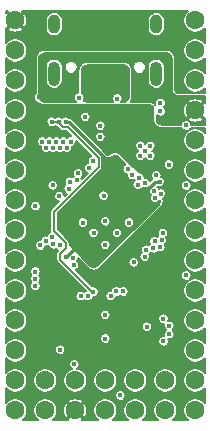
<source format=gbr>
G04 #@! TF.GenerationSoftware,KiCad,Pcbnew,5.1.9-1.fc33*
G04 #@! TF.CreationDate,2021-01-31T22:08:49+01:00*
G04 #@! TF.ProjectId,reDIP-SID,72654449-502d-4534-9944-2e6b69636164,0.1*
G04 #@! TF.SameCoordinates,PX5e28010PY8011a50*
G04 #@! TF.FileFunction,Copper,L4,Inr*
G04 #@! TF.FilePolarity,Positive*
%FSLAX46Y46*%
G04 Gerber Fmt 4.6, Leading zero omitted, Abs format (unit mm)*
G04 Created by KiCad (PCBNEW 5.1.9-1.fc33) date 2021-01-31 22:08:49*
%MOMM*%
%LPD*%
G01*
G04 APERTURE LIST*
G04 #@! TA.AperFunction,ComponentPad*
%ADD10O,1.000000X2.100000*%
G04 #@! TD*
G04 #@! TA.AperFunction,ComponentPad*
%ADD11O,1.000000X1.600000*%
G04 #@! TD*
G04 #@! TA.AperFunction,ComponentPad*
%ADD12C,1.600000*%
G04 #@! TD*
G04 #@! TA.AperFunction,ViaPad*
%ADD13C,0.450000*%
G04 #@! TD*
G04 #@! TA.AperFunction,Conductor*
%ADD14C,0.250000*%
G04 #@! TD*
G04 #@! TA.AperFunction,Conductor*
%ADD15C,0.200000*%
G04 #@! TD*
G04 #@! TA.AperFunction,Conductor*
%ADD16C,0.150000*%
G04 #@! TD*
G04 #@! TA.AperFunction,Conductor*
%ADD17C,0.100000*%
G04 #@! TD*
G04 APERTURE END LIST*
D10*
X4570000Y29790000D03*
X13210000Y29790000D03*
D11*
X13210000Y33970000D03*
X4570000Y33970000D03*
D12*
X16510000Y1270000D03*
X16510000Y3810000D03*
X16510000Y6350000D03*
X16510000Y8890000D03*
X16510000Y11430000D03*
X16510000Y13970000D03*
X16510000Y16510000D03*
X16510000Y19050000D03*
X16510000Y21590000D03*
X16510000Y24130000D03*
X3810000Y1270000D03*
X3810000Y3810000D03*
X6350000Y1270000D03*
X6350000Y3810000D03*
X8890000Y1270000D03*
X8890000Y3810000D03*
X11430000Y1270000D03*
X11430000Y3810000D03*
X13970000Y1270000D03*
X13970000Y3810000D03*
X1270000Y1270000D03*
X1270000Y3810000D03*
X1270000Y6350000D03*
X1270000Y8890000D03*
X1270000Y11430000D03*
X1270000Y13970000D03*
X1270000Y16510000D03*
X1270000Y19050000D03*
X1270000Y21590000D03*
X1270000Y24130000D03*
X16510000Y26670000D03*
X16510000Y29210000D03*
X16510000Y31750000D03*
X16510000Y34290000D03*
X1270000Y26670000D03*
X1270000Y29210000D03*
X1270000Y31750000D03*
X1270000Y34290000D03*
D13*
X12270000Y23250000D03*
X8890000Y7360000D03*
X7200000Y26120000D03*
X8890000Y9360000D03*
X12700000Y23670000D03*
X11850000Y22830000D03*
X12700000Y22830000D03*
X11850000Y23680000D03*
X9890000Y16300000D03*
X10900000Y17180000D03*
X8890000Y15290000D03*
X7900000Y16300000D03*
X7000000Y17180000D03*
X6260000Y5180000D03*
X15740000Y25400000D03*
X8740000Y19450000D03*
X3380000Y15240000D03*
X13550000Y15100000D03*
X15740000Y20320000D03*
X8890000Y17280000D03*
X2980000Y18570000D03*
X8460000Y25370000D03*
X4440000Y20340000D03*
X9900000Y27680000D03*
X13810000Y7130000D03*
X6680000Y27760000D03*
X13810000Y9030000D03*
X5350000Y24040000D03*
X4750000Y24040000D03*
X4150000Y24040000D03*
X3550000Y24040000D03*
X3850000Y23520000D03*
X4450000Y23520000D03*
X5050000Y23520000D03*
X5650000Y23520000D03*
X5950000Y24040000D03*
X3280000Y27770000D03*
X3880000Y27770000D03*
X4740000Y9620000D03*
X13170000Y7130000D03*
X12230000Y26130000D03*
X6830000Y13520000D03*
X13780000Y21740000D03*
X14000000Y17220000D03*
X3990000Y19890000D03*
X2980000Y19170000D03*
X3750000Y25800000D03*
X3150000Y25800000D03*
X13490000Y20630000D03*
X5550000Y14300000D03*
X5550000Y25710000D03*
X8490000Y27730000D03*
X10560000Y30170000D03*
X7220000Y30170000D03*
X11760000Y20970000D03*
X11640000Y20380000D03*
X9810000Y11350000D03*
X10410000Y11350000D03*
X12230000Y14290000D03*
X7410000Y10960000D03*
X2970000Y13030000D03*
X13570000Y19630000D03*
X13090000Y19270000D03*
X13060000Y15590000D03*
X12940000Y15000000D03*
X12350000Y14880000D03*
X6230000Y13580000D03*
X6140000Y14180000D03*
X2970000Y11810000D03*
X3840000Y15640000D03*
X4370000Y15940000D03*
X4480000Y15340000D03*
X5080000Y15240000D03*
X2970000Y12420000D03*
X13650000Y15700000D03*
X13760000Y16290000D03*
X13020000Y19870000D03*
X4350000Y25710000D03*
X7890000Y11330000D03*
X4950000Y25710000D03*
X11290000Y13820000D03*
X5070000Y6410000D03*
X4990000Y19420000D03*
X5790000Y20030000D03*
X5890000Y20640000D03*
X7550000Y21800000D03*
X6490000Y20740000D03*
X12410000Y8360000D03*
X7850000Y22400000D03*
X14280000Y22090000D03*
X13560000Y26600000D03*
X6810000Y10950000D03*
X6590000Y21340000D03*
X10160000Y2540000D03*
X9350000Y10960000D03*
X13560000Y27300000D03*
X13210000Y21170000D03*
X8460000Y24430000D03*
X15740000Y12700000D03*
X14310000Y8430000D03*
X12230000Y20530000D03*
X11140000Y21210000D03*
X14310000Y7730000D03*
X10780000Y21690000D03*
D14*
X3280000Y27770000D02*
X3880000Y27770000D01*
X3360000Y27850000D02*
X3280000Y27770000D01*
X13710000Y31330000D02*
X4030000Y31330000D01*
X14450000Y30590000D02*
X13710000Y31330000D01*
X14450000Y27840000D02*
X14450000Y30590000D01*
X14900000Y27390000D02*
X14450000Y27840000D01*
X3360000Y30660000D02*
X3360000Y27850000D01*
X15790000Y27390000D02*
X14900000Y27390000D01*
X4030000Y31330000D02*
X3360000Y30660000D01*
X16510000Y26670000D02*
X15790000Y27390000D01*
X3750000Y25800000D02*
X3150000Y25800000D01*
X13490000Y20630000D02*
X13070002Y20630000D01*
X13070002Y20630000D02*
X11710001Y19269999D01*
X6715000Y15465000D02*
X5550000Y14300000D01*
X7905002Y15465000D02*
X6715000Y15465000D01*
X11710001Y19269999D02*
X7905002Y15465000D01*
X11139999Y20380001D02*
X11139999Y19840001D01*
X5810000Y25710000D02*
X11139999Y20380001D01*
X11139999Y19840001D02*
X11710001Y19269999D01*
X5550000Y25710000D02*
X5810000Y25710000D01*
D15*
X4350000Y25710000D02*
X4950000Y25710000D01*
X4543002Y16456998D02*
X4543002Y18080000D01*
X5555001Y15444999D02*
X4543002Y16456998D01*
X8325001Y21861999D02*
X8325001Y22628001D01*
X5555001Y15008003D02*
X5555001Y15444999D01*
X5074999Y14031999D02*
X5074999Y14528001D01*
X4543002Y18080000D02*
X8325001Y21861999D01*
X7776998Y11330000D02*
X5074999Y14031999D01*
X5074999Y14528001D02*
X5555001Y15008003D01*
X7890000Y11330000D02*
X7776998Y11330000D01*
X4950000Y25606998D02*
X4950000Y25710000D01*
X5321999Y25234999D02*
X4950000Y25606998D01*
X5718003Y25234999D02*
X5321999Y25234999D01*
X8325001Y22628001D02*
X5718003Y25234999D01*
D16*
X617747Y35012964D02*
X1270000Y34360711D01*
X1922253Y35012964D01*
X1876537Y35085000D01*
X15855430Y35085000D01*
X15713830Y34943400D01*
X15601656Y34775520D01*
X15524390Y34588982D01*
X15485000Y34390954D01*
X15485000Y34189046D01*
X15524390Y33991018D01*
X15601656Y33804480D01*
X15713830Y33636600D01*
X15856600Y33493830D01*
X16024480Y33381656D01*
X16211018Y33304390D01*
X16409046Y33265000D01*
X16610954Y33265000D01*
X16808982Y33304390D01*
X16995520Y33381656D01*
X17163400Y33493830D01*
X17305001Y33635431D01*
X17305001Y32404569D01*
X17163400Y32546170D01*
X16995520Y32658344D01*
X16808982Y32735610D01*
X16610954Y32775000D01*
X16409046Y32775000D01*
X16211018Y32735610D01*
X16024480Y32658344D01*
X15856600Y32546170D01*
X15713830Y32403400D01*
X15601656Y32235520D01*
X15524390Y32048982D01*
X15485000Y31850954D01*
X15485000Y31649046D01*
X15524390Y31451018D01*
X15601656Y31264480D01*
X15713830Y31096600D01*
X15856600Y30953830D01*
X16024480Y30841656D01*
X16211018Y30764390D01*
X16409046Y30725000D01*
X16610954Y30725000D01*
X16808982Y30764390D01*
X16995520Y30841656D01*
X17163400Y30953830D01*
X17305001Y31095431D01*
X17305001Y29864569D01*
X17163400Y30006170D01*
X16995520Y30118344D01*
X16808982Y30195610D01*
X16610954Y30235000D01*
X16409046Y30235000D01*
X16211018Y30195610D01*
X16024480Y30118344D01*
X15856600Y30006170D01*
X15713830Y29863400D01*
X15601656Y29695520D01*
X15524390Y29508982D01*
X15485000Y29310954D01*
X15485000Y29109046D01*
X15524390Y28911018D01*
X15601656Y28724480D01*
X15713830Y28556600D01*
X15856600Y28413830D01*
X16024480Y28301656D01*
X16211018Y28224390D01*
X16409046Y28185000D01*
X16610954Y28185000D01*
X16808982Y28224390D01*
X16995520Y28301656D01*
X17163400Y28413830D01*
X17305001Y28555431D01*
X17305001Y28154860D01*
X17280285Y28156558D01*
X15085257Y28163396D01*
X14999898Y28174902D01*
X14934136Y28202375D01*
X14877727Y28245925D01*
X14834508Y28302589D01*
X14807422Y28368512D01*
X14800000Y28426128D01*
X14800000Y29754620D01*
X14803618Y31068003D01*
X14801767Y31097429D01*
X14785027Y31227106D01*
X14769930Y31283973D01*
X14720143Y31404877D01*
X14690817Y31455888D01*
X14611386Y31559750D01*
X14569837Y31601413D01*
X14466194Y31681130D01*
X14415264Y31710597D01*
X14294498Y31760717D01*
X14237672Y31775971D01*
X14108041Y31793068D01*
X14078621Y31795000D01*
X3710000Y31795000D01*
X3680632Y31793075D01*
X3551222Y31776038D01*
X3494486Y31760836D01*
X3373896Y31710886D01*
X3323028Y31681517D01*
X3219475Y31602057D01*
X3177943Y31560525D01*
X3098483Y31456972D01*
X3069114Y31406104D01*
X3019164Y31285514D01*
X3003962Y31228778D01*
X2986925Y31099368D01*
X2985000Y31070000D01*
X2985000Y28111396D01*
X2930462Y28056858D01*
X2881215Y27983155D01*
X2847294Y27901260D01*
X2830000Y27814321D01*
X2830000Y27725679D01*
X2847294Y27638740D01*
X2881215Y27556845D01*
X2930462Y27483142D01*
X2993142Y27420462D01*
X3066845Y27371215D01*
X3148740Y27337294D01*
X3199767Y27327144D01*
X3219194Y27307697D01*
X3322635Y27228228D01*
X3373448Y27198846D01*
X3493924Y27148836D01*
X3550613Y27133595D01*
X3679924Y27116450D01*
X3709271Y27114498D01*
X9394815Y27108784D01*
X10448236Y27106221D01*
X10471663Y27107701D01*
X12648154Y27105514D01*
X12733241Y27094269D01*
X12798858Y27067131D01*
X12855258Y27023994D01*
X12898632Y26967770D01*
X12926043Y26902265D01*
X12937640Y26817226D01*
X12942433Y25887345D01*
X12944502Y25858041D01*
X12962141Y25728961D01*
X12977578Y25672406D01*
X13027964Y25552264D01*
X13057488Y25501615D01*
X13137201Y25398568D01*
X13178808Y25357264D01*
X13282437Y25278308D01*
X13333301Y25249156D01*
X13453809Y25199652D01*
X13510477Y25184630D01*
X13639683Y25167938D01*
X13669000Y25166085D01*
X15352641Y25169745D01*
X15390462Y25113142D01*
X15453142Y25050462D01*
X15526845Y25001215D01*
X15608740Y24967294D01*
X15695679Y24950000D01*
X15784321Y24950000D01*
X15871260Y24967294D01*
X15953155Y25001215D01*
X16026858Y25050462D01*
X16089538Y25113142D01*
X16128486Y25171432D01*
X17273544Y25173921D01*
X17302794Y25175894D01*
X17305001Y25176188D01*
X17305001Y24784569D01*
X17163400Y24926170D01*
X16995520Y25038344D01*
X16808982Y25115610D01*
X16610954Y25155000D01*
X16409046Y25155000D01*
X16211018Y25115610D01*
X16024480Y25038344D01*
X15856600Y24926170D01*
X15713830Y24783400D01*
X15601656Y24615520D01*
X15524390Y24428982D01*
X15485000Y24230954D01*
X15485000Y24029046D01*
X15524390Y23831018D01*
X15601656Y23644480D01*
X15713830Y23476600D01*
X15856600Y23333830D01*
X16024480Y23221656D01*
X16211018Y23144390D01*
X16409046Y23105000D01*
X16610954Y23105000D01*
X16808982Y23144390D01*
X16995520Y23221656D01*
X17163400Y23333830D01*
X17305001Y23475431D01*
X17305001Y22244569D01*
X17163400Y22386170D01*
X16995520Y22498344D01*
X16808982Y22575610D01*
X16610954Y22615000D01*
X16409046Y22615000D01*
X16211018Y22575610D01*
X16024480Y22498344D01*
X15856600Y22386170D01*
X15713830Y22243400D01*
X15601656Y22075520D01*
X15524390Y21888982D01*
X15485000Y21690954D01*
X15485000Y21489046D01*
X15524390Y21291018D01*
X15601656Y21104480D01*
X15713830Y20936600D01*
X15856600Y20793830D01*
X16024480Y20681656D01*
X16211018Y20604390D01*
X16409046Y20565000D01*
X16610954Y20565000D01*
X16808982Y20604390D01*
X16995520Y20681656D01*
X17163400Y20793830D01*
X17305001Y20935431D01*
X17305001Y19704569D01*
X17163400Y19846170D01*
X16995520Y19958344D01*
X16808982Y20035610D01*
X16610954Y20075000D01*
X16409046Y20075000D01*
X16211018Y20035610D01*
X16024480Y19958344D01*
X15856600Y19846170D01*
X15713830Y19703400D01*
X15601656Y19535520D01*
X15524390Y19348982D01*
X15485000Y19150954D01*
X15485000Y18949046D01*
X15524390Y18751018D01*
X15601656Y18564480D01*
X15713830Y18396600D01*
X15856600Y18253830D01*
X16024480Y18141656D01*
X16211018Y18064390D01*
X16409046Y18025000D01*
X16610954Y18025000D01*
X16808982Y18064390D01*
X16995520Y18141656D01*
X17163400Y18253830D01*
X17305001Y18395431D01*
X17305000Y17164570D01*
X17163400Y17306170D01*
X16995520Y17418344D01*
X16808982Y17495610D01*
X16610954Y17535000D01*
X16409046Y17535000D01*
X16211018Y17495610D01*
X16024480Y17418344D01*
X15856600Y17306170D01*
X15713830Y17163400D01*
X15601656Y16995520D01*
X15524390Y16808982D01*
X15485000Y16610954D01*
X15485000Y16409046D01*
X15524390Y16211018D01*
X15601656Y16024480D01*
X15713830Y15856600D01*
X15856600Y15713830D01*
X16024480Y15601656D01*
X16211018Y15524390D01*
X16409046Y15485000D01*
X16610954Y15485000D01*
X16808982Y15524390D01*
X16995520Y15601656D01*
X17163400Y15713830D01*
X17305000Y15855430D01*
X17305000Y14624570D01*
X17163400Y14766170D01*
X16995520Y14878344D01*
X16808982Y14955610D01*
X16610954Y14995000D01*
X16409046Y14995000D01*
X16211018Y14955610D01*
X16024480Y14878344D01*
X15856600Y14766170D01*
X15713830Y14623400D01*
X15601656Y14455520D01*
X15524390Y14268982D01*
X15485000Y14070954D01*
X15485000Y13869046D01*
X15524390Y13671018D01*
X15601656Y13484480D01*
X15713830Y13316600D01*
X15856600Y13173830D01*
X16024480Y13061656D01*
X16211018Y12984390D01*
X16409046Y12945000D01*
X16610954Y12945000D01*
X16808982Y12984390D01*
X16995520Y13061656D01*
X17163400Y13173830D01*
X17305000Y13315430D01*
X17305000Y12084570D01*
X17163400Y12226170D01*
X16995520Y12338344D01*
X16808982Y12415610D01*
X16610954Y12455000D01*
X16409046Y12455000D01*
X16211018Y12415610D01*
X16024480Y12338344D01*
X15856600Y12226170D01*
X15713830Y12083400D01*
X15601656Y11915520D01*
X15524390Y11728982D01*
X15485000Y11530954D01*
X15485000Y11329046D01*
X15524390Y11131018D01*
X15601656Y10944480D01*
X15713830Y10776600D01*
X15856600Y10633830D01*
X16024480Y10521656D01*
X16211018Y10444390D01*
X16409046Y10405000D01*
X16610954Y10405000D01*
X16808982Y10444390D01*
X16995520Y10521656D01*
X17163400Y10633830D01*
X17305000Y10775430D01*
X17305000Y9544570D01*
X17163400Y9686170D01*
X16995520Y9798344D01*
X16808982Y9875610D01*
X16610954Y9915000D01*
X16409046Y9915000D01*
X16211018Y9875610D01*
X16024480Y9798344D01*
X15856600Y9686170D01*
X15713830Y9543400D01*
X15601656Y9375520D01*
X15524390Y9188982D01*
X15485000Y8990954D01*
X15485000Y8789046D01*
X15524390Y8591018D01*
X15601656Y8404480D01*
X15713830Y8236600D01*
X15856600Y8093830D01*
X16024480Y7981656D01*
X16211018Y7904390D01*
X16409046Y7865000D01*
X16610954Y7865000D01*
X16808982Y7904390D01*
X16995520Y7981656D01*
X17163400Y8093830D01*
X17305000Y8235430D01*
X17305000Y7004570D01*
X17163400Y7146170D01*
X16995520Y7258344D01*
X16808982Y7335610D01*
X16610954Y7375000D01*
X16409046Y7375000D01*
X16211018Y7335610D01*
X16024480Y7258344D01*
X15856600Y7146170D01*
X15713830Y7003400D01*
X15601656Y6835520D01*
X15524390Y6648982D01*
X15485000Y6450954D01*
X15485000Y6249046D01*
X15524390Y6051018D01*
X15601656Y5864480D01*
X15713830Y5696600D01*
X15856600Y5553830D01*
X16024480Y5441656D01*
X16211018Y5364390D01*
X16409046Y5325000D01*
X16610954Y5325000D01*
X16808982Y5364390D01*
X16995520Y5441656D01*
X17163400Y5553830D01*
X17305000Y5695430D01*
X17305000Y4464570D01*
X17163400Y4606170D01*
X16995520Y4718344D01*
X16808982Y4795610D01*
X16610954Y4835000D01*
X16409046Y4835000D01*
X16211018Y4795610D01*
X16024480Y4718344D01*
X15856600Y4606170D01*
X15713830Y4463400D01*
X15601656Y4295520D01*
X15524390Y4108982D01*
X15485000Y3910954D01*
X15485000Y3709046D01*
X15524390Y3511018D01*
X15601656Y3324480D01*
X15713830Y3156600D01*
X15856600Y3013830D01*
X16024480Y2901656D01*
X16211018Y2824390D01*
X16409046Y2785000D01*
X16610954Y2785000D01*
X16808982Y2824390D01*
X16995520Y2901656D01*
X17163400Y3013830D01*
X17305000Y3155430D01*
X17305000Y1924570D01*
X17163400Y2066170D01*
X16995520Y2178344D01*
X16808982Y2255610D01*
X16610954Y2295000D01*
X16409046Y2295000D01*
X16211018Y2255610D01*
X16024480Y2178344D01*
X15856600Y2066170D01*
X15713830Y1923400D01*
X15601656Y1755520D01*
X15524390Y1568982D01*
X15485000Y1370954D01*
X15485000Y1169046D01*
X15524390Y971018D01*
X15601656Y784480D01*
X15713830Y616600D01*
X15855430Y475000D01*
X14624570Y475000D01*
X14766170Y616600D01*
X14878344Y784480D01*
X14955610Y971018D01*
X14995000Y1169046D01*
X14995000Y1370954D01*
X14955610Y1568982D01*
X14878344Y1755520D01*
X14766170Y1923400D01*
X14623400Y2066170D01*
X14455520Y2178344D01*
X14268982Y2255610D01*
X14070954Y2295000D01*
X13869046Y2295000D01*
X13671018Y2255610D01*
X13484480Y2178344D01*
X13316600Y2066170D01*
X13173830Y1923400D01*
X13061656Y1755520D01*
X12984390Y1568982D01*
X12945000Y1370954D01*
X12945000Y1169046D01*
X12984390Y971018D01*
X13061656Y784480D01*
X13173830Y616600D01*
X13315430Y475000D01*
X12084570Y475000D01*
X12226170Y616600D01*
X12338344Y784480D01*
X12415610Y971018D01*
X12455000Y1169046D01*
X12455000Y1370954D01*
X12415610Y1568982D01*
X12338344Y1755520D01*
X12226170Y1923400D01*
X12083400Y2066170D01*
X11915520Y2178344D01*
X11728982Y2255610D01*
X11530954Y2295000D01*
X11329046Y2295000D01*
X11131018Y2255610D01*
X10944480Y2178344D01*
X10776600Y2066170D01*
X10633830Y1923400D01*
X10521656Y1755520D01*
X10444390Y1568982D01*
X10405000Y1370954D01*
X10405000Y1169046D01*
X10444390Y971018D01*
X10521656Y784480D01*
X10633830Y616600D01*
X10775430Y475000D01*
X9544570Y475000D01*
X9686170Y616600D01*
X9798344Y784480D01*
X9875610Y971018D01*
X9915000Y1169046D01*
X9915000Y1370954D01*
X9875610Y1568982D01*
X9798344Y1755520D01*
X9686170Y1923400D01*
X9543400Y2066170D01*
X9375520Y2178344D01*
X9188982Y2255610D01*
X8990954Y2295000D01*
X8789046Y2295000D01*
X8591018Y2255610D01*
X8404480Y2178344D01*
X8236600Y2066170D01*
X8093830Y1923400D01*
X7981656Y1755520D01*
X7904390Y1568982D01*
X7865000Y1370954D01*
X7865000Y1169046D01*
X7904390Y971018D01*
X7981656Y784480D01*
X8093830Y616600D01*
X8235430Y475000D01*
X6956537Y475000D01*
X7002253Y547036D01*
X6350000Y1199289D01*
X5697747Y547036D01*
X5743463Y475000D01*
X4464570Y475000D01*
X4606170Y616600D01*
X4718344Y784480D01*
X4795610Y971018D01*
X4835000Y1169046D01*
X4835000Y1260427D01*
X5320083Y1260427D01*
X5341741Y1059684D01*
X5402145Y867023D01*
X5488337Y705769D01*
X5627036Y617747D01*
X6279289Y1270000D01*
X6420711Y1270000D01*
X7072964Y617747D01*
X7211663Y705769D01*
X7305182Y884712D01*
X7361994Y1078462D01*
X7379917Y1279573D01*
X7358259Y1480316D01*
X7297855Y1672977D01*
X7211663Y1834231D01*
X7072964Y1922253D01*
X6420711Y1270000D01*
X6279289Y1270000D01*
X5627036Y1922253D01*
X5488337Y1834231D01*
X5394818Y1655288D01*
X5338006Y1461538D01*
X5320083Y1260427D01*
X4835000Y1260427D01*
X4835000Y1370954D01*
X4795610Y1568982D01*
X4718344Y1755520D01*
X4606170Y1923400D01*
X4536606Y1992964D01*
X5697747Y1992964D01*
X6350000Y1340711D01*
X7002253Y1992964D01*
X6914231Y2131663D01*
X6735288Y2225182D01*
X6541538Y2281994D01*
X6340427Y2299917D01*
X6139684Y2278259D01*
X5947023Y2217855D01*
X5785769Y2131663D01*
X5697747Y1992964D01*
X4536606Y1992964D01*
X4463400Y2066170D01*
X4295520Y2178344D01*
X4108982Y2255610D01*
X3910954Y2295000D01*
X3709046Y2295000D01*
X3511018Y2255610D01*
X3324480Y2178344D01*
X3156600Y2066170D01*
X3013830Y1923400D01*
X2901656Y1755520D01*
X2824390Y1568982D01*
X2785000Y1370954D01*
X2785000Y1169046D01*
X2824390Y971018D01*
X2901656Y784480D01*
X3013830Y616600D01*
X3155430Y475000D01*
X1924570Y475000D01*
X2066170Y616600D01*
X2178344Y784480D01*
X2255610Y971018D01*
X2295000Y1169046D01*
X2295000Y1370954D01*
X2255610Y1568982D01*
X2178344Y1755520D01*
X2066170Y1923400D01*
X1923400Y2066170D01*
X1755520Y2178344D01*
X1568982Y2255610D01*
X1370954Y2295000D01*
X1169046Y2295000D01*
X971018Y2255610D01*
X784480Y2178344D01*
X616600Y2066170D01*
X475000Y1924570D01*
X475000Y2584321D01*
X9710000Y2584321D01*
X9710000Y2495679D01*
X9727294Y2408740D01*
X9761215Y2326845D01*
X9810462Y2253142D01*
X9873142Y2190462D01*
X9946845Y2141215D01*
X10028740Y2107294D01*
X10115679Y2090000D01*
X10204321Y2090000D01*
X10291260Y2107294D01*
X10373155Y2141215D01*
X10446858Y2190462D01*
X10509538Y2253142D01*
X10558785Y2326845D01*
X10592706Y2408740D01*
X10610000Y2495679D01*
X10610000Y2584321D01*
X10592706Y2671260D01*
X10558785Y2753155D01*
X10509538Y2826858D01*
X10446858Y2889538D01*
X10373155Y2938785D01*
X10291260Y2972706D01*
X10204321Y2990000D01*
X10115679Y2990000D01*
X10028740Y2972706D01*
X9946845Y2938785D01*
X9873142Y2889538D01*
X9810462Y2826858D01*
X9761215Y2753155D01*
X9727294Y2671260D01*
X9710000Y2584321D01*
X475000Y2584321D01*
X475000Y3155430D01*
X616600Y3013830D01*
X784480Y2901656D01*
X971018Y2824390D01*
X1169046Y2785000D01*
X1370954Y2785000D01*
X1568982Y2824390D01*
X1755520Y2901656D01*
X1923400Y3013830D01*
X2066170Y3156600D01*
X2178344Y3324480D01*
X2255610Y3511018D01*
X2295000Y3709046D01*
X2295000Y3910954D01*
X2785000Y3910954D01*
X2785000Y3709046D01*
X2824390Y3511018D01*
X2901656Y3324480D01*
X3013830Y3156600D01*
X3156600Y3013830D01*
X3324480Y2901656D01*
X3511018Y2824390D01*
X3709046Y2785000D01*
X3910954Y2785000D01*
X4108982Y2824390D01*
X4295520Y2901656D01*
X4463400Y3013830D01*
X4606170Y3156600D01*
X4718344Y3324480D01*
X4795610Y3511018D01*
X4835000Y3709046D01*
X4835000Y3910954D01*
X5325000Y3910954D01*
X5325000Y3709046D01*
X5364390Y3511018D01*
X5441656Y3324480D01*
X5553830Y3156600D01*
X5696600Y3013830D01*
X5864480Y2901656D01*
X6051018Y2824390D01*
X6249046Y2785000D01*
X6450954Y2785000D01*
X6648982Y2824390D01*
X6835520Y2901656D01*
X7003400Y3013830D01*
X7146170Y3156600D01*
X7258344Y3324480D01*
X7335610Y3511018D01*
X7375000Y3709046D01*
X7375000Y3910954D01*
X7865000Y3910954D01*
X7865000Y3709046D01*
X7904390Y3511018D01*
X7981656Y3324480D01*
X8093830Y3156600D01*
X8236600Y3013830D01*
X8404480Y2901656D01*
X8591018Y2824390D01*
X8789046Y2785000D01*
X8990954Y2785000D01*
X9188982Y2824390D01*
X9375520Y2901656D01*
X9543400Y3013830D01*
X9686170Y3156600D01*
X9798344Y3324480D01*
X9875610Y3511018D01*
X9915000Y3709046D01*
X9915000Y3910954D01*
X10405000Y3910954D01*
X10405000Y3709046D01*
X10444390Y3511018D01*
X10521656Y3324480D01*
X10633830Y3156600D01*
X10776600Y3013830D01*
X10944480Y2901656D01*
X11131018Y2824390D01*
X11329046Y2785000D01*
X11530954Y2785000D01*
X11728982Y2824390D01*
X11915520Y2901656D01*
X12083400Y3013830D01*
X12226170Y3156600D01*
X12338344Y3324480D01*
X12415610Y3511018D01*
X12455000Y3709046D01*
X12455000Y3910954D01*
X12945000Y3910954D01*
X12945000Y3709046D01*
X12984390Y3511018D01*
X13061656Y3324480D01*
X13173830Y3156600D01*
X13316600Y3013830D01*
X13484480Y2901656D01*
X13671018Y2824390D01*
X13869046Y2785000D01*
X14070954Y2785000D01*
X14268982Y2824390D01*
X14455520Y2901656D01*
X14623400Y3013830D01*
X14766170Y3156600D01*
X14878344Y3324480D01*
X14955610Y3511018D01*
X14995000Y3709046D01*
X14995000Y3910954D01*
X14955610Y4108982D01*
X14878344Y4295520D01*
X14766170Y4463400D01*
X14623400Y4606170D01*
X14455520Y4718344D01*
X14268982Y4795610D01*
X14070954Y4835000D01*
X13869046Y4835000D01*
X13671018Y4795610D01*
X13484480Y4718344D01*
X13316600Y4606170D01*
X13173830Y4463400D01*
X13061656Y4295520D01*
X12984390Y4108982D01*
X12945000Y3910954D01*
X12455000Y3910954D01*
X12415610Y4108982D01*
X12338344Y4295520D01*
X12226170Y4463400D01*
X12083400Y4606170D01*
X11915520Y4718344D01*
X11728982Y4795610D01*
X11530954Y4835000D01*
X11329046Y4835000D01*
X11131018Y4795610D01*
X10944480Y4718344D01*
X10776600Y4606170D01*
X10633830Y4463400D01*
X10521656Y4295520D01*
X10444390Y4108982D01*
X10405000Y3910954D01*
X9915000Y3910954D01*
X9875610Y4108982D01*
X9798344Y4295520D01*
X9686170Y4463400D01*
X9543400Y4606170D01*
X9375520Y4718344D01*
X9188982Y4795610D01*
X8990954Y4835000D01*
X8789046Y4835000D01*
X8591018Y4795610D01*
X8404480Y4718344D01*
X8236600Y4606170D01*
X8093830Y4463400D01*
X7981656Y4295520D01*
X7904390Y4108982D01*
X7865000Y3910954D01*
X7375000Y3910954D01*
X7335610Y4108982D01*
X7258344Y4295520D01*
X7146170Y4463400D01*
X7003400Y4606170D01*
X6835520Y4718344D01*
X6648982Y4795610D01*
X6530091Y4819259D01*
X6546858Y4830462D01*
X6609538Y4893142D01*
X6658785Y4966845D01*
X6692706Y5048740D01*
X6710000Y5135679D01*
X6710000Y5224321D01*
X6692706Y5311260D01*
X6658785Y5393155D01*
X6609538Y5466858D01*
X6546858Y5529538D01*
X6473155Y5578785D01*
X6391260Y5612706D01*
X6304321Y5630000D01*
X6215679Y5630000D01*
X6128740Y5612706D01*
X6046845Y5578785D01*
X5973142Y5529538D01*
X5910462Y5466858D01*
X5861215Y5393155D01*
X5827294Y5311260D01*
X5810000Y5224321D01*
X5810000Y5135679D01*
X5827294Y5048740D01*
X5861215Y4966845D01*
X5910462Y4893142D01*
X5973142Y4830462D01*
X6035143Y4789034D01*
X5864480Y4718344D01*
X5696600Y4606170D01*
X5553830Y4463400D01*
X5441656Y4295520D01*
X5364390Y4108982D01*
X5325000Y3910954D01*
X4835000Y3910954D01*
X4795610Y4108982D01*
X4718344Y4295520D01*
X4606170Y4463400D01*
X4463400Y4606170D01*
X4295520Y4718344D01*
X4108982Y4795610D01*
X3910954Y4835000D01*
X3709046Y4835000D01*
X3511018Y4795610D01*
X3324480Y4718344D01*
X3156600Y4606170D01*
X3013830Y4463400D01*
X2901656Y4295520D01*
X2824390Y4108982D01*
X2785000Y3910954D01*
X2295000Y3910954D01*
X2255610Y4108982D01*
X2178344Y4295520D01*
X2066170Y4463400D01*
X1923400Y4606170D01*
X1755520Y4718344D01*
X1568982Y4795610D01*
X1370954Y4835000D01*
X1169046Y4835000D01*
X971018Y4795610D01*
X784480Y4718344D01*
X616600Y4606170D01*
X475000Y4464570D01*
X475000Y5695430D01*
X616600Y5553830D01*
X784480Y5441656D01*
X971018Y5364390D01*
X1169046Y5325000D01*
X1370954Y5325000D01*
X1568982Y5364390D01*
X1755520Y5441656D01*
X1923400Y5553830D01*
X2066170Y5696600D01*
X2178344Y5864480D01*
X2255610Y6051018D01*
X2295000Y6249046D01*
X2295000Y6450954D01*
X2294331Y6454321D01*
X4620000Y6454321D01*
X4620000Y6365679D01*
X4637294Y6278740D01*
X4671215Y6196845D01*
X4720462Y6123142D01*
X4783142Y6060462D01*
X4856845Y6011215D01*
X4938740Y5977294D01*
X5025679Y5960000D01*
X5114321Y5960000D01*
X5201260Y5977294D01*
X5283155Y6011215D01*
X5356858Y6060462D01*
X5419538Y6123142D01*
X5468785Y6196845D01*
X5502706Y6278740D01*
X5520000Y6365679D01*
X5520000Y6454321D01*
X5502706Y6541260D01*
X5468785Y6623155D01*
X5419538Y6696858D01*
X5356858Y6759538D01*
X5283155Y6808785D01*
X5201260Y6842706D01*
X5114321Y6860000D01*
X5025679Y6860000D01*
X4938740Y6842706D01*
X4856845Y6808785D01*
X4783142Y6759538D01*
X4720462Y6696858D01*
X4671215Y6623155D01*
X4637294Y6541260D01*
X4620000Y6454321D01*
X2294331Y6454321D01*
X2255610Y6648982D01*
X2178344Y6835520D01*
X2066170Y7003400D01*
X1923400Y7146170D01*
X1755520Y7258344D01*
X1568982Y7335610D01*
X1370954Y7375000D01*
X1169046Y7375000D01*
X971018Y7335610D01*
X784480Y7258344D01*
X616600Y7146170D01*
X475000Y7004570D01*
X475000Y7404321D01*
X8440000Y7404321D01*
X8440000Y7315679D01*
X8457294Y7228740D01*
X8491215Y7146845D01*
X8540462Y7073142D01*
X8603142Y7010462D01*
X8676845Y6961215D01*
X8758740Y6927294D01*
X8845679Y6910000D01*
X8934321Y6910000D01*
X9021260Y6927294D01*
X9103155Y6961215D01*
X9176858Y7010462D01*
X9239538Y7073142D01*
X9288785Y7146845D01*
X9322706Y7228740D01*
X9340000Y7315679D01*
X9340000Y7404321D01*
X9322706Y7491260D01*
X9288785Y7573155D01*
X9239538Y7646858D01*
X9176858Y7709538D01*
X9103155Y7758785D01*
X9021260Y7792706D01*
X8934321Y7810000D01*
X8845679Y7810000D01*
X8758740Y7792706D01*
X8676845Y7758785D01*
X8603142Y7709538D01*
X8540462Y7646858D01*
X8491215Y7573155D01*
X8457294Y7491260D01*
X8440000Y7404321D01*
X475000Y7404321D01*
X475000Y8235430D01*
X616600Y8093830D01*
X784480Y7981656D01*
X971018Y7904390D01*
X1169046Y7865000D01*
X1370954Y7865000D01*
X1568982Y7904390D01*
X1755520Y7981656D01*
X1923400Y8093830D01*
X2066170Y8236600D01*
X2178237Y8404321D01*
X11960000Y8404321D01*
X11960000Y8315679D01*
X11977294Y8228740D01*
X12011215Y8146845D01*
X12060462Y8073142D01*
X12123142Y8010462D01*
X12196845Y7961215D01*
X12278740Y7927294D01*
X12365679Y7910000D01*
X12454321Y7910000D01*
X12541260Y7927294D01*
X12623155Y7961215D01*
X12696858Y8010462D01*
X12759538Y8073142D01*
X12808785Y8146845D01*
X12842706Y8228740D01*
X12860000Y8315679D01*
X12860000Y8404321D01*
X12842706Y8491260D01*
X12808785Y8573155D01*
X12759538Y8646858D01*
X12696858Y8709538D01*
X12623155Y8758785D01*
X12541260Y8792706D01*
X12454321Y8810000D01*
X12365679Y8810000D01*
X12278740Y8792706D01*
X12196845Y8758785D01*
X12123142Y8709538D01*
X12060462Y8646858D01*
X12011215Y8573155D01*
X11977294Y8491260D01*
X11960000Y8404321D01*
X2178237Y8404321D01*
X2178344Y8404480D01*
X2255610Y8591018D01*
X2295000Y8789046D01*
X2295000Y8990954D01*
X2255610Y9188982D01*
X2178344Y9375520D01*
X2159100Y9404321D01*
X8440000Y9404321D01*
X8440000Y9315679D01*
X8457294Y9228740D01*
X8491215Y9146845D01*
X8540462Y9073142D01*
X8603142Y9010462D01*
X8676845Y8961215D01*
X8758740Y8927294D01*
X8845679Y8910000D01*
X8934321Y8910000D01*
X9021260Y8927294D01*
X9103155Y8961215D01*
X9176858Y9010462D01*
X9239538Y9073142D01*
X9240325Y9074321D01*
X13360000Y9074321D01*
X13360000Y8985679D01*
X13377294Y8898740D01*
X13411215Y8816845D01*
X13460462Y8743142D01*
X13523142Y8680462D01*
X13596845Y8631215D01*
X13678740Y8597294D01*
X13765679Y8580000D01*
X13854321Y8580000D01*
X13887816Y8586663D01*
X13877294Y8561260D01*
X13860000Y8474321D01*
X13860000Y8385679D01*
X13877294Y8298740D01*
X13911215Y8216845D01*
X13960462Y8143142D01*
X14023142Y8080462D01*
X14023833Y8080000D01*
X14023142Y8079538D01*
X13960462Y8016858D01*
X13911215Y7943155D01*
X13877294Y7861260D01*
X13860000Y7774321D01*
X13860000Y7685679D01*
X13877294Y7598740D01*
X13887816Y7573337D01*
X13854321Y7580000D01*
X13765679Y7580000D01*
X13678740Y7562706D01*
X13596845Y7528785D01*
X13523142Y7479538D01*
X13460462Y7416858D01*
X13411215Y7343155D01*
X13377294Y7261260D01*
X13360000Y7174321D01*
X13360000Y7085679D01*
X13377294Y6998740D01*
X13411215Y6916845D01*
X13460462Y6843142D01*
X13523142Y6780462D01*
X13596845Y6731215D01*
X13678740Y6697294D01*
X13765679Y6680000D01*
X13854321Y6680000D01*
X13941260Y6697294D01*
X14023155Y6731215D01*
X14096858Y6780462D01*
X14159538Y6843142D01*
X14208785Y6916845D01*
X14242706Y6998740D01*
X14260000Y7085679D01*
X14260000Y7174321D01*
X14242706Y7261260D01*
X14232184Y7286663D01*
X14265679Y7280000D01*
X14354321Y7280000D01*
X14441260Y7297294D01*
X14523155Y7331215D01*
X14596858Y7380462D01*
X14659538Y7443142D01*
X14708785Y7516845D01*
X14742706Y7598740D01*
X14760000Y7685679D01*
X14760000Y7774321D01*
X14742706Y7861260D01*
X14708785Y7943155D01*
X14659538Y8016858D01*
X14596858Y8079538D01*
X14596167Y8080000D01*
X14596858Y8080462D01*
X14659538Y8143142D01*
X14708785Y8216845D01*
X14742706Y8298740D01*
X14760000Y8385679D01*
X14760000Y8474321D01*
X14742706Y8561260D01*
X14708785Y8643155D01*
X14659538Y8716858D01*
X14596858Y8779538D01*
X14523155Y8828785D01*
X14441260Y8862706D01*
X14354321Y8880000D01*
X14265679Y8880000D01*
X14232184Y8873337D01*
X14242706Y8898740D01*
X14260000Y8985679D01*
X14260000Y9074321D01*
X14242706Y9161260D01*
X14208785Y9243155D01*
X14159538Y9316858D01*
X14096858Y9379538D01*
X14023155Y9428785D01*
X13941260Y9462706D01*
X13854321Y9480000D01*
X13765679Y9480000D01*
X13678740Y9462706D01*
X13596845Y9428785D01*
X13523142Y9379538D01*
X13460462Y9316858D01*
X13411215Y9243155D01*
X13377294Y9161260D01*
X13360000Y9074321D01*
X9240325Y9074321D01*
X9288785Y9146845D01*
X9322706Y9228740D01*
X9340000Y9315679D01*
X9340000Y9404321D01*
X9322706Y9491260D01*
X9288785Y9573155D01*
X9239538Y9646858D01*
X9176858Y9709538D01*
X9103155Y9758785D01*
X9021260Y9792706D01*
X8934321Y9810000D01*
X8845679Y9810000D01*
X8758740Y9792706D01*
X8676845Y9758785D01*
X8603142Y9709538D01*
X8540462Y9646858D01*
X8491215Y9573155D01*
X8457294Y9491260D01*
X8440000Y9404321D01*
X2159100Y9404321D01*
X2066170Y9543400D01*
X1923400Y9686170D01*
X1755520Y9798344D01*
X1568982Y9875610D01*
X1370954Y9915000D01*
X1169046Y9915000D01*
X971018Y9875610D01*
X784480Y9798344D01*
X616600Y9686170D01*
X475000Y9544570D01*
X475000Y10775430D01*
X616600Y10633830D01*
X784480Y10521656D01*
X971018Y10444390D01*
X1169046Y10405000D01*
X1370954Y10405000D01*
X1568982Y10444390D01*
X1755520Y10521656D01*
X1923400Y10633830D01*
X2066170Y10776600D01*
X2178344Y10944480D01*
X2255610Y11131018D01*
X2295000Y11329046D01*
X2295000Y11530954D01*
X2255610Y11728982D01*
X2178344Y11915520D01*
X2066170Y12083400D01*
X1923400Y12226170D01*
X1755520Y12338344D01*
X1568982Y12415610D01*
X1370954Y12455000D01*
X1169046Y12455000D01*
X971018Y12415610D01*
X784480Y12338344D01*
X616600Y12226170D01*
X475000Y12084570D01*
X475000Y13315430D01*
X616600Y13173830D01*
X784480Y13061656D01*
X971018Y12984390D01*
X1169046Y12945000D01*
X1370954Y12945000D01*
X1568982Y12984390D01*
X1755520Y13061656D01*
X1774474Y13074321D01*
X2520000Y13074321D01*
X2520000Y12985679D01*
X2537294Y12898740D01*
X2571215Y12816845D01*
X2620462Y12743142D01*
X2638604Y12725000D01*
X2620462Y12706858D01*
X2571215Y12633155D01*
X2537294Y12551260D01*
X2520000Y12464321D01*
X2520000Y12375679D01*
X2537294Y12288740D01*
X2571215Y12206845D01*
X2620462Y12133142D01*
X2638604Y12115000D01*
X2620462Y12096858D01*
X2571215Y12023155D01*
X2537294Y11941260D01*
X2520000Y11854321D01*
X2520000Y11765679D01*
X2537294Y11678740D01*
X2571215Y11596845D01*
X2620462Y11523142D01*
X2683142Y11460462D01*
X2756845Y11411215D01*
X2838740Y11377294D01*
X2925679Y11360000D01*
X3014321Y11360000D01*
X3101260Y11377294D01*
X3183155Y11411215D01*
X3256858Y11460462D01*
X3319538Y11523142D01*
X3368785Y11596845D01*
X3402706Y11678740D01*
X3420000Y11765679D01*
X3420000Y11854321D01*
X3402706Y11941260D01*
X3368785Y12023155D01*
X3319538Y12096858D01*
X3301396Y12115000D01*
X3319538Y12133142D01*
X3368785Y12206845D01*
X3402706Y12288740D01*
X3420000Y12375679D01*
X3420000Y12464321D01*
X3402706Y12551260D01*
X3368785Y12633155D01*
X3319538Y12706858D01*
X3301396Y12725000D01*
X3319538Y12743142D01*
X3368785Y12816845D01*
X3402706Y12898740D01*
X3420000Y12985679D01*
X3420000Y13074321D01*
X3402706Y13161260D01*
X3368785Y13243155D01*
X3319538Y13316858D01*
X3256858Y13379538D01*
X3183155Y13428785D01*
X3101260Y13462706D01*
X3014321Y13480000D01*
X2925679Y13480000D01*
X2838740Y13462706D01*
X2756845Y13428785D01*
X2683142Y13379538D01*
X2620462Y13316858D01*
X2571215Y13243155D01*
X2537294Y13161260D01*
X2520000Y13074321D01*
X1774474Y13074321D01*
X1923400Y13173830D01*
X2066170Y13316600D01*
X2178344Y13484480D01*
X2255610Y13671018D01*
X2295000Y13869046D01*
X2295000Y14070954D01*
X2255610Y14268982D01*
X2178344Y14455520D01*
X2066170Y14623400D01*
X1923400Y14766170D01*
X1755520Y14878344D01*
X1568982Y14955610D01*
X1370954Y14995000D01*
X1169046Y14995000D01*
X971018Y14955610D01*
X784480Y14878344D01*
X616600Y14766170D01*
X475000Y14624570D01*
X475000Y15284321D01*
X2930000Y15284321D01*
X2930000Y15195679D01*
X2947294Y15108740D01*
X2981215Y15026845D01*
X3030462Y14953142D01*
X3093142Y14890462D01*
X3166845Y14841215D01*
X3248740Y14807294D01*
X3335679Y14790000D01*
X3424321Y14790000D01*
X3511260Y14807294D01*
X3593155Y14841215D01*
X3666858Y14890462D01*
X3729538Y14953142D01*
X3778785Y15026845D01*
X3812706Y15108740D01*
X3828870Y15190000D01*
X3884321Y15190000D01*
X3971260Y15207294D01*
X4041772Y15236500D01*
X4047294Y15208740D01*
X4081215Y15126845D01*
X4130462Y15053142D01*
X4193142Y14990462D01*
X4266845Y14941215D01*
X4348740Y14907294D01*
X4435679Y14890000D01*
X4524321Y14890000D01*
X4611260Y14907294D01*
X4693155Y14941215D01*
X4724456Y14962130D01*
X4730462Y14953142D01*
X4793142Y14890462D01*
X4866845Y14841215D01*
X4910509Y14823129D01*
X4856477Y14769097D01*
X4844079Y14758922D01*
X4803465Y14709435D01*
X4797773Y14698785D01*
X4773286Y14652974D01*
X4754702Y14591712D01*
X4748428Y14528001D01*
X4750000Y14512038D01*
X4749999Y14047953D01*
X4748428Y14031999D01*
X4749999Y14016046D01*
X4749999Y14016039D01*
X4753668Y13978785D01*
X4754702Y13968288D01*
X4760110Y13950462D01*
X4773286Y13907026D01*
X4803464Y13850566D01*
X4844078Y13801078D01*
X4856482Y13790898D01*
X7261721Y11385657D01*
X7196845Y11358785D01*
X7123142Y11309538D01*
X7105000Y11291396D01*
X7096858Y11299538D01*
X7023155Y11348785D01*
X6941260Y11382706D01*
X6854321Y11400000D01*
X6765679Y11400000D01*
X6678740Y11382706D01*
X6596845Y11348785D01*
X6523142Y11299538D01*
X6460462Y11236858D01*
X6411215Y11163155D01*
X6377294Y11081260D01*
X6360000Y10994321D01*
X6360000Y10905679D01*
X6377294Y10818740D01*
X6411215Y10736845D01*
X6460462Y10663142D01*
X6523142Y10600462D01*
X6596845Y10551215D01*
X6678740Y10517294D01*
X6765679Y10500000D01*
X6854321Y10500000D01*
X6941260Y10517294D01*
X7023155Y10551215D01*
X7096858Y10600462D01*
X7115000Y10618604D01*
X7123142Y10610462D01*
X7196845Y10561215D01*
X7278740Y10527294D01*
X7365679Y10510000D01*
X7454321Y10510000D01*
X7541260Y10527294D01*
X7623155Y10561215D01*
X7696858Y10610462D01*
X7759538Y10673142D01*
X7808785Y10746845D01*
X7842706Y10828740D01*
X7852903Y10880000D01*
X7934321Y10880000D01*
X8021260Y10897294D01*
X8103155Y10931215D01*
X8176858Y10980462D01*
X8200717Y11004321D01*
X8900000Y11004321D01*
X8900000Y10915679D01*
X8917294Y10828740D01*
X8951215Y10746845D01*
X9000462Y10673142D01*
X9063142Y10610462D01*
X9136845Y10561215D01*
X9218740Y10527294D01*
X9305679Y10510000D01*
X9394321Y10510000D01*
X9481260Y10527294D01*
X9563155Y10561215D01*
X9636858Y10610462D01*
X9699538Y10673142D01*
X9748785Y10746845D01*
X9782706Y10828740D01*
X9796881Y10900000D01*
X9854321Y10900000D01*
X9941260Y10917294D01*
X10023155Y10951215D01*
X10096858Y11000462D01*
X10110000Y11013604D01*
X10123142Y11000462D01*
X10196845Y10951215D01*
X10278740Y10917294D01*
X10365679Y10900000D01*
X10454321Y10900000D01*
X10541260Y10917294D01*
X10623155Y10951215D01*
X10696858Y11000462D01*
X10759538Y11063142D01*
X10808785Y11136845D01*
X10842706Y11218740D01*
X10860000Y11305679D01*
X10860000Y11394321D01*
X10842706Y11481260D01*
X10808785Y11563155D01*
X10759538Y11636858D01*
X10696858Y11699538D01*
X10623155Y11748785D01*
X10541260Y11782706D01*
X10454321Y11800000D01*
X10365679Y11800000D01*
X10278740Y11782706D01*
X10196845Y11748785D01*
X10123142Y11699538D01*
X10110000Y11686396D01*
X10096858Y11699538D01*
X10023155Y11748785D01*
X9941260Y11782706D01*
X9854321Y11800000D01*
X9765679Y11800000D01*
X9678740Y11782706D01*
X9596845Y11748785D01*
X9523142Y11699538D01*
X9460462Y11636858D01*
X9411215Y11563155D01*
X9377294Y11481260D01*
X9363119Y11410000D01*
X9305679Y11410000D01*
X9218740Y11392706D01*
X9136845Y11358785D01*
X9063142Y11309538D01*
X9000462Y11246858D01*
X8951215Y11173155D01*
X8917294Y11091260D01*
X8900000Y11004321D01*
X8200717Y11004321D01*
X8239538Y11043142D01*
X8288785Y11116845D01*
X8322706Y11198740D01*
X8340000Y11285679D01*
X8340000Y11374321D01*
X8322706Y11461260D01*
X8288785Y11543155D01*
X8239538Y11616858D01*
X8176858Y11679538D01*
X8103155Y11728785D01*
X8021260Y11762706D01*
X7934321Y11780000D01*
X7845679Y11780000D01*
X7796417Y11770201D01*
X6822297Y12744321D01*
X15290000Y12744321D01*
X15290000Y12655679D01*
X15307294Y12568740D01*
X15341215Y12486845D01*
X15390462Y12413142D01*
X15453142Y12350462D01*
X15526845Y12301215D01*
X15608740Y12267294D01*
X15695679Y12250000D01*
X15784321Y12250000D01*
X15871260Y12267294D01*
X15953155Y12301215D01*
X16026858Y12350462D01*
X16089538Y12413142D01*
X16138785Y12486845D01*
X16172706Y12568740D01*
X16190000Y12655679D01*
X16190000Y12744321D01*
X16172706Y12831260D01*
X16138785Y12913155D01*
X16089538Y12986858D01*
X16026858Y13049538D01*
X15953155Y13098785D01*
X15871260Y13132706D01*
X15784321Y13150000D01*
X15695679Y13150000D01*
X15608740Y13132706D01*
X15526845Y13098785D01*
X15453142Y13049538D01*
X15390462Y12986858D01*
X15341215Y12913155D01*
X15307294Y12831260D01*
X15290000Y12744321D01*
X6822297Y12744321D01*
X6402317Y13164300D01*
X6443155Y13181215D01*
X6516858Y13230462D01*
X6579538Y13293142D01*
X6628785Y13366845D01*
X6662706Y13448740D01*
X6680000Y13535679D01*
X6680000Y13624321D01*
X6662706Y13711260D01*
X6628785Y13793155D01*
X6579538Y13866858D01*
X6516858Y13929538D01*
X6514783Y13930924D01*
X6538785Y13966845D01*
X6572706Y14048740D01*
X6590000Y14135679D01*
X6590000Y14137781D01*
X7402883Y13321160D01*
X7424976Y13301697D01*
X7528390Y13221976D01*
X7579211Y13192485D01*
X7699740Y13142257D01*
X7756466Y13126930D01*
X7885889Y13109622D01*
X7944646Y13109505D01*
X8074137Y13126296D01*
X8130925Y13141397D01*
X8251653Y13191144D01*
X8302591Y13220431D01*
X8406322Y13299739D01*
X8428492Y13319114D01*
X8975553Y13864321D01*
X10840000Y13864321D01*
X10840000Y13775679D01*
X10857294Y13688740D01*
X10891215Y13606845D01*
X10940462Y13533142D01*
X11003142Y13470462D01*
X11076845Y13421215D01*
X11158740Y13387294D01*
X11245679Y13370000D01*
X11334321Y13370000D01*
X11421260Y13387294D01*
X11503155Y13421215D01*
X11576858Y13470462D01*
X11639538Y13533142D01*
X11688785Y13606845D01*
X11722706Y13688740D01*
X11740000Y13775679D01*
X11740000Y13864321D01*
X11722706Y13951260D01*
X11688785Y14033155D01*
X11639538Y14106858D01*
X11576858Y14169538D01*
X11503155Y14218785D01*
X11421260Y14252706D01*
X11334321Y14270000D01*
X11245679Y14270000D01*
X11158740Y14252706D01*
X11076845Y14218785D01*
X11003142Y14169538D01*
X10940462Y14106858D01*
X10891215Y14033155D01*
X10857294Y13951260D01*
X10840000Y13864321D01*
X8975553Y13864321D01*
X9447152Y14334321D01*
X11780000Y14334321D01*
X11780000Y14245679D01*
X11797294Y14158740D01*
X11831215Y14076845D01*
X11880462Y14003142D01*
X11943142Y13940462D01*
X12016845Y13891215D01*
X12098740Y13857294D01*
X12185679Y13840000D01*
X12274321Y13840000D01*
X12361260Y13857294D01*
X12443155Y13891215D01*
X12516858Y13940462D01*
X12579538Y14003142D01*
X12628785Y14076845D01*
X12662706Y14158740D01*
X12680000Y14245679D01*
X12680000Y14334321D01*
X12662706Y14421260D01*
X12628785Y14503155D01*
X12618663Y14518304D01*
X12636858Y14530462D01*
X12699538Y14593142D01*
X12711696Y14611337D01*
X12726845Y14601215D01*
X12808740Y14567294D01*
X12895679Y14550000D01*
X12984321Y14550000D01*
X13071260Y14567294D01*
X13153155Y14601215D01*
X13226858Y14650462D01*
X13289538Y14713142D01*
X13298630Y14726749D01*
X13336845Y14701215D01*
X13418740Y14667294D01*
X13505679Y14650000D01*
X13594321Y14650000D01*
X13681260Y14667294D01*
X13763155Y14701215D01*
X13836858Y14750462D01*
X13899538Y14813142D01*
X13948785Y14886845D01*
X13982706Y14968740D01*
X14000000Y15055679D01*
X14000000Y15144321D01*
X13982706Y15231260D01*
X13948785Y15313155D01*
X13927870Y15344456D01*
X13936858Y15350462D01*
X13999538Y15413142D01*
X14048785Y15486845D01*
X14082706Y15568740D01*
X14100000Y15655679D01*
X14100000Y15744321D01*
X14082706Y15831260D01*
X14048785Y15913155D01*
X14035576Y15932924D01*
X14046858Y15940462D01*
X14109538Y16003142D01*
X14158785Y16076845D01*
X14192706Y16158740D01*
X14210000Y16245679D01*
X14210000Y16334321D01*
X14192706Y16421260D01*
X14158785Y16503155D01*
X14109538Y16576858D01*
X14046858Y16639538D01*
X13973155Y16688785D01*
X13891260Y16722706D01*
X13804321Y16740000D01*
X13715679Y16740000D01*
X13628740Y16722706D01*
X13546845Y16688785D01*
X13473142Y16639538D01*
X13410462Y16576858D01*
X13361215Y16503155D01*
X13327294Y16421260D01*
X13310000Y16334321D01*
X13310000Y16245679D01*
X13327294Y16158740D01*
X13361215Y16076845D01*
X13374424Y16057076D01*
X13363142Y16049538D01*
X13300462Y15986858D01*
X13292924Y15975576D01*
X13273155Y15988785D01*
X13191260Y16022706D01*
X13104321Y16040000D01*
X13015679Y16040000D01*
X12928740Y16022706D01*
X12846845Y15988785D01*
X12773142Y15939538D01*
X12710462Y15876858D01*
X12661215Y15803155D01*
X12627294Y15721260D01*
X12610000Y15634321D01*
X12610000Y15545679D01*
X12627294Y15458740D01*
X12661215Y15376845D01*
X12671337Y15361696D01*
X12653142Y15349538D01*
X12590462Y15286858D01*
X12578304Y15268663D01*
X12563155Y15278785D01*
X12481260Y15312706D01*
X12394321Y15330000D01*
X12305679Y15330000D01*
X12218740Y15312706D01*
X12136845Y15278785D01*
X12063142Y15229538D01*
X12000462Y15166858D01*
X11951215Y15093155D01*
X11917294Y15011260D01*
X11900000Y14924321D01*
X11900000Y14835679D01*
X11917294Y14748740D01*
X11951215Y14666845D01*
X11961337Y14651696D01*
X11943142Y14639538D01*
X11880462Y14576858D01*
X11831215Y14503155D01*
X11797294Y14421260D01*
X11780000Y14334321D01*
X9447152Y14334321D01*
X13621901Y18494914D01*
X13641433Y18517124D01*
X13721394Y18621105D01*
X13750928Y18672213D01*
X13801094Y18793411D01*
X13816319Y18850439D01*
X13833239Y18980515D01*
X13833109Y19039544D01*
X13815616Y19169543D01*
X13800139Y19226504D01*
X13794881Y19239050D01*
X13856858Y19280462D01*
X13919538Y19343142D01*
X13968785Y19416845D01*
X14002706Y19498740D01*
X14020000Y19585679D01*
X14020000Y19674321D01*
X14002706Y19761260D01*
X13968785Y19843155D01*
X13919538Y19916858D01*
X13856858Y19979538D01*
X13783155Y20028785D01*
X13701260Y20062706D01*
X13614321Y20080000D01*
X13525679Y20080000D01*
X13438740Y20062706D01*
X13428937Y20058646D01*
X13418785Y20083155D01*
X13369538Y20156858D01*
X13308146Y20218250D01*
X13358740Y20197294D01*
X13445679Y20180000D01*
X13534321Y20180000D01*
X13621260Y20197294D01*
X13703155Y20231215D01*
X13776858Y20280462D01*
X13839538Y20343142D01*
X13853689Y20364321D01*
X15290000Y20364321D01*
X15290000Y20275679D01*
X15307294Y20188740D01*
X15341215Y20106845D01*
X15390462Y20033142D01*
X15453142Y19970462D01*
X15526845Y19921215D01*
X15608740Y19887294D01*
X15695679Y19870000D01*
X15784321Y19870000D01*
X15871260Y19887294D01*
X15953155Y19921215D01*
X16026858Y19970462D01*
X16089538Y20033142D01*
X16138785Y20106845D01*
X16172706Y20188740D01*
X16190000Y20275679D01*
X16190000Y20364321D01*
X16172706Y20451260D01*
X16138785Y20533155D01*
X16089538Y20606858D01*
X16026858Y20669538D01*
X15953155Y20718785D01*
X15871260Y20752706D01*
X15784321Y20770000D01*
X15695679Y20770000D01*
X15608740Y20752706D01*
X15526845Y20718785D01*
X15453142Y20669538D01*
X15390462Y20606858D01*
X15341215Y20533155D01*
X15307294Y20451260D01*
X15290000Y20364321D01*
X13853689Y20364321D01*
X13888785Y20416845D01*
X13922706Y20498740D01*
X13940000Y20585679D01*
X13940000Y20674321D01*
X13922706Y20761260D01*
X13888785Y20843155D01*
X13839538Y20916858D01*
X13776858Y20979538D01*
X13703155Y21028785D01*
X13645478Y21052675D01*
X13660000Y21125679D01*
X13660000Y21214321D01*
X13642706Y21301260D01*
X13608785Y21383155D01*
X13559538Y21456858D01*
X13496858Y21519538D01*
X13423155Y21568785D01*
X13341260Y21602706D01*
X13254321Y21620000D01*
X13165679Y21620000D01*
X13078740Y21602706D01*
X12996845Y21568785D01*
X12923142Y21519538D01*
X12860462Y21456858D01*
X12811215Y21383155D01*
X12777294Y21301260D01*
X12760000Y21214321D01*
X12760000Y21125679D01*
X12777294Y21038740D01*
X12811215Y20956845D01*
X12848522Y20901011D01*
X12821317Y20878685D01*
X12810353Y20865325D01*
X12646182Y20701154D01*
X12628785Y20743155D01*
X12579538Y20816858D01*
X12516858Y20879538D01*
X12443155Y20928785D01*
X12361260Y20962706D01*
X12274321Y20980000D01*
X12210000Y20980000D01*
X12210000Y21014321D01*
X12192706Y21101260D01*
X12158785Y21183155D01*
X12109538Y21256858D01*
X12046858Y21319538D01*
X11973155Y21368785D01*
X11891260Y21402706D01*
X11804321Y21420000D01*
X11715679Y21420000D01*
X11703087Y21417495D01*
X10977455Y22134321D01*
X13830000Y22134321D01*
X13830000Y22045679D01*
X13847294Y21958740D01*
X13881215Y21876845D01*
X13930462Y21803142D01*
X13993142Y21740462D01*
X14066845Y21691215D01*
X14148740Y21657294D01*
X14235679Y21640000D01*
X14324321Y21640000D01*
X14411260Y21657294D01*
X14493155Y21691215D01*
X14566858Y21740462D01*
X14629538Y21803142D01*
X14678785Y21876845D01*
X14712706Y21958740D01*
X14730000Y22045679D01*
X14730000Y22134321D01*
X14712706Y22221260D01*
X14678785Y22303155D01*
X14629538Y22376858D01*
X14566858Y22439538D01*
X14493155Y22488785D01*
X14411260Y22522706D01*
X14324321Y22540000D01*
X14235679Y22540000D01*
X14148740Y22522706D01*
X14066845Y22488785D01*
X13993142Y22439538D01*
X13930462Y22376858D01*
X13881215Y22303155D01*
X13847294Y22221260D01*
X13830000Y22134321D01*
X10977455Y22134321D01*
X10140009Y22961604D01*
X10113785Y22983820D01*
X10011828Y23057597D01*
X9991128Y23070914D01*
X9950831Y23088850D01*
X9831394Y23128509D01*
X9807646Y23134976D01*
X9763819Y23139948D01*
X9637983Y23141810D01*
X9613389Y23140828D01*
X9570099Y23132375D01*
X9449540Y23096267D01*
X9426383Y23087926D01*
X9387646Y23066833D01*
X9283803Y22996277D01*
X9209074Y22945650D01*
X9156054Y22930004D01*
X9100787Y22931196D01*
X9074914Y22940060D01*
X8290653Y23724321D01*
X11400000Y23724321D01*
X11400000Y23635679D01*
X11417294Y23548740D01*
X11451215Y23466845D01*
X11500462Y23393142D01*
X11563142Y23330462D01*
X11636845Y23281215D01*
X11700136Y23255000D01*
X11636845Y23228785D01*
X11563142Y23179538D01*
X11500462Y23116858D01*
X11451215Y23043155D01*
X11417294Y22961260D01*
X11400000Y22874321D01*
X11400000Y22785679D01*
X11417294Y22698740D01*
X11451215Y22616845D01*
X11500462Y22543142D01*
X11563142Y22480462D01*
X11636845Y22431215D01*
X11718740Y22397294D01*
X11805679Y22380000D01*
X11894321Y22380000D01*
X11981260Y22397294D01*
X12063155Y22431215D01*
X12136858Y22480462D01*
X12199538Y22543142D01*
X12248785Y22616845D01*
X12275000Y22680136D01*
X12301215Y22616845D01*
X12350462Y22543142D01*
X12413142Y22480462D01*
X12486845Y22431215D01*
X12568740Y22397294D01*
X12655679Y22380000D01*
X12744321Y22380000D01*
X12831260Y22397294D01*
X12913155Y22431215D01*
X12986858Y22480462D01*
X13049538Y22543142D01*
X13098785Y22616845D01*
X13132706Y22698740D01*
X13150000Y22785679D01*
X13150000Y22874321D01*
X13132706Y22961260D01*
X13098785Y23043155D01*
X13049538Y23116858D01*
X12986858Y23179538D01*
X12913155Y23228785D01*
X12861936Y23250000D01*
X12913155Y23271215D01*
X12986858Y23320462D01*
X13049538Y23383142D01*
X13098785Y23456845D01*
X13132706Y23538740D01*
X13150000Y23625679D01*
X13150000Y23714321D01*
X13132706Y23801260D01*
X13098785Y23883155D01*
X13049538Y23956858D01*
X12986858Y24019538D01*
X12913155Y24068785D01*
X12831260Y24102706D01*
X12744321Y24120000D01*
X12655679Y24120000D01*
X12568740Y24102706D01*
X12486845Y24068785D01*
X12413142Y24019538D01*
X12350462Y23956858D01*
X12301215Y23883155D01*
X12277071Y23824864D01*
X12248785Y23893155D01*
X12199538Y23966858D01*
X12136858Y24029538D01*
X12063155Y24078785D01*
X11981260Y24112706D01*
X11894321Y24130000D01*
X11805679Y24130000D01*
X11718740Y24112706D01*
X11636845Y24078785D01*
X11563142Y24029538D01*
X11500462Y23966858D01*
X11451215Y23893155D01*
X11417294Y23811260D01*
X11400000Y23724321D01*
X8290653Y23724321D01*
X7540653Y24474321D01*
X8010000Y24474321D01*
X8010000Y24385679D01*
X8027294Y24298740D01*
X8061215Y24216845D01*
X8110462Y24143142D01*
X8173142Y24080462D01*
X8246845Y24031215D01*
X8328740Y23997294D01*
X8415679Y23980000D01*
X8504321Y23980000D01*
X8591260Y23997294D01*
X8673155Y24031215D01*
X8746858Y24080462D01*
X8809538Y24143142D01*
X8858785Y24216845D01*
X8892706Y24298740D01*
X8910000Y24385679D01*
X8910000Y24474321D01*
X8892706Y24561260D01*
X8858785Y24643155D01*
X8809538Y24716858D01*
X8746858Y24779538D01*
X8673155Y24828785D01*
X8591260Y24862706D01*
X8504321Y24880000D01*
X8415679Y24880000D01*
X8328740Y24862706D01*
X8246845Y24828785D01*
X8173142Y24779538D01*
X8110462Y24716858D01*
X8061215Y24643155D01*
X8027294Y24561260D01*
X8010000Y24474321D01*
X7540653Y24474321D01*
X6600653Y25414321D01*
X8010000Y25414321D01*
X8010000Y25325679D01*
X8027294Y25238740D01*
X8061215Y25156845D01*
X8110462Y25083142D01*
X8173142Y25020462D01*
X8246845Y24971215D01*
X8328740Y24937294D01*
X8415679Y24920000D01*
X8504321Y24920000D01*
X8591260Y24937294D01*
X8673155Y24971215D01*
X8746858Y25020462D01*
X8809538Y25083142D01*
X8858785Y25156845D01*
X8892706Y25238740D01*
X8910000Y25325679D01*
X8910000Y25414321D01*
X8892706Y25501260D01*
X8858785Y25583155D01*
X8809538Y25656858D01*
X8746858Y25719538D01*
X8673155Y25768785D01*
X8591260Y25802706D01*
X8504321Y25820000D01*
X8415679Y25820000D01*
X8328740Y25802706D01*
X8246845Y25768785D01*
X8173142Y25719538D01*
X8110462Y25656858D01*
X8061215Y25583155D01*
X8027294Y25501260D01*
X8010000Y25414321D01*
X6600653Y25414321D01*
X6069654Y25945319D01*
X6058685Y25958685D01*
X6005390Y26002422D01*
X5944587Y26034922D01*
X5878612Y26054935D01*
X5837402Y26058994D01*
X5836858Y26059538D01*
X5763155Y26108785D01*
X5681260Y26142706D01*
X5594321Y26160000D01*
X5505679Y26160000D01*
X5418740Y26142706D01*
X5336845Y26108785D01*
X5263142Y26059538D01*
X5250000Y26046396D01*
X5236858Y26059538D01*
X5163155Y26108785D01*
X5081260Y26142706D01*
X4994321Y26160000D01*
X4905679Y26160000D01*
X4818740Y26142706D01*
X4736845Y26108785D01*
X4663142Y26059538D01*
X4650000Y26046396D01*
X4636858Y26059538D01*
X4563155Y26108785D01*
X4481260Y26142706D01*
X4394321Y26160000D01*
X4305679Y26160000D01*
X4218740Y26142706D01*
X4136845Y26108785D01*
X4063142Y26059538D01*
X4000462Y25996858D01*
X3951215Y25923155D01*
X3917294Y25841260D01*
X3900000Y25754321D01*
X3900000Y25665679D01*
X3917294Y25578740D01*
X3951215Y25496845D01*
X4000462Y25423142D01*
X4063142Y25360462D01*
X4136845Y25311215D01*
X4218740Y25277294D01*
X4305679Y25260000D01*
X4394321Y25260000D01*
X4481260Y25277294D01*
X4563155Y25311215D01*
X4636858Y25360462D01*
X4650000Y25373604D01*
X4663142Y25360462D01*
X4736845Y25311215D01*
X4818740Y25277294D01*
X4820420Y25276960D01*
X5080902Y25016477D01*
X5091078Y25004078D01*
X5140565Y24963464D01*
X5197025Y24933286D01*
X5258287Y24914702D01*
X5264361Y24914104D01*
X5306038Y24909999D01*
X5306045Y24909999D01*
X5321998Y24908428D01*
X5337951Y24909999D01*
X5583385Y24909999D01*
X6005634Y24487750D01*
X5994321Y24490000D01*
X5905679Y24490000D01*
X5818740Y24472706D01*
X5736845Y24438785D01*
X5663142Y24389538D01*
X5650000Y24376396D01*
X5636858Y24389538D01*
X5563155Y24438785D01*
X5481260Y24472706D01*
X5394321Y24490000D01*
X5305679Y24490000D01*
X5218740Y24472706D01*
X5136845Y24438785D01*
X5063142Y24389538D01*
X5050000Y24376396D01*
X5036858Y24389538D01*
X4963155Y24438785D01*
X4881260Y24472706D01*
X4794321Y24490000D01*
X4705679Y24490000D01*
X4618740Y24472706D01*
X4536845Y24438785D01*
X4463142Y24389538D01*
X4450000Y24376396D01*
X4436858Y24389538D01*
X4363155Y24438785D01*
X4281260Y24472706D01*
X4194321Y24490000D01*
X4105679Y24490000D01*
X4018740Y24472706D01*
X3936845Y24438785D01*
X3863142Y24389538D01*
X3850000Y24376396D01*
X3836858Y24389538D01*
X3763155Y24438785D01*
X3681260Y24472706D01*
X3594321Y24490000D01*
X3505679Y24490000D01*
X3418740Y24472706D01*
X3336845Y24438785D01*
X3263142Y24389538D01*
X3200462Y24326858D01*
X3151215Y24253155D01*
X3117294Y24171260D01*
X3100000Y24084321D01*
X3100000Y23995679D01*
X3117294Y23908740D01*
X3151215Y23826845D01*
X3200462Y23753142D01*
X3263142Y23690462D01*
X3336845Y23641215D01*
X3409324Y23611194D01*
X3400000Y23564321D01*
X3400000Y23475679D01*
X3417294Y23388740D01*
X3451215Y23306845D01*
X3500462Y23233142D01*
X3563142Y23170462D01*
X3636845Y23121215D01*
X3718740Y23087294D01*
X3805679Y23070000D01*
X3894321Y23070000D01*
X3981260Y23087294D01*
X4063155Y23121215D01*
X4136858Y23170462D01*
X4150000Y23183604D01*
X4163142Y23170462D01*
X4236845Y23121215D01*
X4318740Y23087294D01*
X4405679Y23070000D01*
X4494321Y23070000D01*
X4581260Y23087294D01*
X4663155Y23121215D01*
X4736858Y23170462D01*
X4750000Y23183604D01*
X4763142Y23170462D01*
X4836845Y23121215D01*
X4918740Y23087294D01*
X5005679Y23070000D01*
X5094321Y23070000D01*
X5181260Y23087294D01*
X5263155Y23121215D01*
X5336858Y23170462D01*
X5350000Y23183604D01*
X5363142Y23170462D01*
X5436845Y23121215D01*
X5518740Y23087294D01*
X5605679Y23070000D01*
X5694321Y23070000D01*
X5781260Y23087294D01*
X5863155Y23121215D01*
X5936858Y23170462D01*
X5999538Y23233142D01*
X6048785Y23306845D01*
X6082706Y23388740D01*
X6100000Y23475679D01*
X6100000Y23564321D01*
X6090676Y23611194D01*
X6163155Y23641215D01*
X6236858Y23690462D01*
X6299538Y23753142D01*
X6348785Y23826845D01*
X6382706Y23908740D01*
X6400000Y23995679D01*
X6400000Y24084321D01*
X6397750Y24095634D01*
X7677683Y22815700D01*
X7636845Y22798785D01*
X7563142Y22749538D01*
X7500462Y22686858D01*
X7451215Y22613155D01*
X7417294Y22531260D01*
X7400000Y22444321D01*
X7400000Y22355679D01*
X7417294Y22268740D01*
X7431193Y22235183D01*
X7418740Y22232706D01*
X7336845Y22198785D01*
X7263142Y22149538D01*
X7200462Y22086858D01*
X7151215Y22013155D01*
X7117294Y21931260D01*
X7100000Y21844321D01*
X7100000Y21755679D01*
X7117294Y21668740D01*
X7151215Y21586845D01*
X7200462Y21513142D01*
X7263142Y21450462D01*
X7336845Y21401215D01*
X7384754Y21381371D01*
X6908629Y20905246D01*
X6888785Y20953155D01*
X6867870Y20984456D01*
X6876858Y20990462D01*
X6939538Y21053142D01*
X6988785Y21126845D01*
X7022706Y21208740D01*
X7040000Y21295679D01*
X7040000Y21384321D01*
X7022706Y21471260D01*
X6988785Y21553155D01*
X6939538Y21626858D01*
X6876858Y21689538D01*
X6803155Y21738785D01*
X6721260Y21772706D01*
X6634321Y21790000D01*
X6545679Y21790000D01*
X6458740Y21772706D01*
X6376845Y21738785D01*
X6303142Y21689538D01*
X6240462Y21626858D01*
X6191215Y21553155D01*
X6157294Y21471260D01*
X6140000Y21384321D01*
X6140000Y21295679D01*
X6157294Y21208740D01*
X6191215Y21126845D01*
X6212130Y21095544D01*
X6203142Y21089538D01*
X6140462Y21026858D01*
X6134456Y21017870D01*
X6103155Y21038785D01*
X6021260Y21072706D01*
X5934321Y21090000D01*
X5845679Y21090000D01*
X5758740Y21072706D01*
X5676845Y21038785D01*
X5603142Y20989538D01*
X5540462Y20926858D01*
X5491215Y20853155D01*
X5457294Y20771260D01*
X5440000Y20684321D01*
X5440000Y20595679D01*
X5457294Y20508740D01*
X5491215Y20426845D01*
X5516749Y20388630D01*
X5503142Y20379538D01*
X5440462Y20316858D01*
X5391215Y20243155D01*
X5357294Y20161260D01*
X5340000Y20074321D01*
X5340000Y19985679D01*
X5357294Y19898740D01*
X5391215Y19816845D01*
X5440462Y19743142D01*
X5503142Y19680462D01*
X5576845Y19631215D01*
X5617683Y19614300D01*
X5440000Y19436616D01*
X5440000Y19464321D01*
X5422706Y19551260D01*
X5388785Y19633155D01*
X5339538Y19706858D01*
X5276858Y19769538D01*
X5203155Y19818785D01*
X5121260Y19852706D01*
X5034321Y19870000D01*
X4945679Y19870000D01*
X4858740Y19852706D01*
X4776845Y19818785D01*
X4703142Y19769538D01*
X4640462Y19706858D01*
X4591215Y19633155D01*
X4557294Y19551260D01*
X4540000Y19464321D01*
X4540000Y19375679D01*
X4557294Y19288740D01*
X4591215Y19206845D01*
X4640462Y19133142D01*
X4703142Y19070462D01*
X4776845Y19021215D01*
X4858740Y18987294D01*
X4945679Y18970000D01*
X4973384Y18970000D01*
X4324480Y18321096D01*
X4312082Y18310921D01*
X4271468Y18261434D01*
X4271340Y18261194D01*
X4241289Y18204973D01*
X4222705Y18143711D01*
X4216431Y18080000D01*
X4218003Y18064037D01*
X4218002Y16472951D01*
X4216431Y16456998D01*
X4218002Y16441045D01*
X4218002Y16441038D01*
X4219950Y16421260D01*
X4222705Y16393287D01*
X4230041Y16369103D01*
X4156845Y16338785D01*
X4083142Y16289538D01*
X4020462Y16226858D01*
X3971215Y16153155D01*
X3940433Y16078838D01*
X3884321Y16090000D01*
X3795679Y16090000D01*
X3708740Y16072706D01*
X3626845Y16038785D01*
X3553142Y15989538D01*
X3490462Y15926858D01*
X3441215Y15853155D01*
X3407294Y15771260D01*
X3391130Y15690000D01*
X3335679Y15690000D01*
X3248740Y15672706D01*
X3166845Y15638785D01*
X3093142Y15589538D01*
X3030462Y15526858D01*
X2981215Y15453155D01*
X2947294Y15371260D01*
X2930000Y15284321D01*
X475000Y15284321D01*
X475000Y15855430D01*
X616600Y15713830D01*
X784480Y15601656D01*
X971018Y15524390D01*
X1169046Y15485000D01*
X1370954Y15485000D01*
X1568982Y15524390D01*
X1755520Y15601656D01*
X1923400Y15713830D01*
X2066170Y15856600D01*
X2178344Y16024480D01*
X2255610Y16211018D01*
X2295000Y16409046D01*
X2295000Y16610954D01*
X2255610Y16808982D01*
X2178344Y16995520D01*
X2066170Y17163400D01*
X1923400Y17306170D01*
X1755520Y17418344D01*
X1568982Y17495610D01*
X1370954Y17535000D01*
X1169046Y17535000D01*
X971018Y17495610D01*
X784480Y17418344D01*
X616600Y17306170D01*
X475000Y17164570D01*
X475000Y18395430D01*
X616600Y18253830D01*
X784480Y18141656D01*
X971018Y18064390D01*
X1169046Y18025000D01*
X1370954Y18025000D01*
X1568982Y18064390D01*
X1755520Y18141656D01*
X1923400Y18253830D01*
X2066170Y18396600D01*
X2178344Y18564480D01*
X2198988Y18614321D01*
X2530000Y18614321D01*
X2530000Y18525679D01*
X2547294Y18438740D01*
X2581215Y18356845D01*
X2630462Y18283142D01*
X2693142Y18220462D01*
X2766845Y18171215D01*
X2848740Y18137294D01*
X2935679Y18120000D01*
X3024321Y18120000D01*
X3111260Y18137294D01*
X3193155Y18171215D01*
X3266858Y18220462D01*
X3329538Y18283142D01*
X3378785Y18356845D01*
X3412706Y18438740D01*
X3430000Y18525679D01*
X3430000Y18614321D01*
X3412706Y18701260D01*
X3378785Y18783155D01*
X3329538Y18856858D01*
X3266858Y18919538D01*
X3193155Y18968785D01*
X3111260Y19002706D01*
X3024321Y19020000D01*
X2935679Y19020000D01*
X2848740Y19002706D01*
X2766845Y18968785D01*
X2693142Y18919538D01*
X2630462Y18856858D01*
X2581215Y18783155D01*
X2547294Y18701260D01*
X2530000Y18614321D01*
X2198988Y18614321D01*
X2255610Y18751018D01*
X2295000Y18949046D01*
X2295000Y19150954D01*
X2255610Y19348982D01*
X2178344Y19535520D01*
X2066170Y19703400D01*
X1923400Y19846170D01*
X1755520Y19958344D01*
X1568982Y20035610D01*
X1370954Y20075000D01*
X1169046Y20075000D01*
X971018Y20035610D01*
X784480Y19958344D01*
X616600Y19846170D01*
X475000Y19704570D01*
X475000Y20384321D01*
X3990000Y20384321D01*
X3990000Y20295679D01*
X4007294Y20208740D01*
X4041215Y20126845D01*
X4090462Y20053142D01*
X4153142Y19990462D01*
X4226845Y19941215D01*
X4308740Y19907294D01*
X4395679Y19890000D01*
X4484321Y19890000D01*
X4571260Y19907294D01*
X4653155Y19941215D01*
X4726858Y19990462D01*
X4789538Y20053142D01*
X4838785Y20126845D01*
X4872706Y20208740D01*
X4890000Y20295679D01*
X4890000Y20384321D01*
X4872706Y20471260D01*
X4838785Y20553155D01*
X4789538Y20626858D01*
X4726858Y20689538D01*
X4653155Y20738785D01*
X4571260Y20772706D01*
X4484321Y20790000D01*
X4395679Y20790000D01*
X4308740Y20772706D01*
X4226845Y20738785D01*
X4153142Y20689538D01*
X4090462Y20626858D01*
X4041215Y20553155D01*
X4007294Y20471260D01*
X3990000Y20384321D01*
X475000Y20384321D01*
X475000Y20935430D01*
X616600Y20793830D01*
X784480Y20681656D01*
X971018Y20604390D01*
X1169046Y20565000D01*
X1370954Y20565000D01*
X1568982Y20604390D01*
X1755520Y20681656D01*
X1923400Y20793830D01*
X2066170Y20936600D01*
X2178344Y21104480D01*
X2255610Y21291018D01*
X2295000Y21489046D01*
X2295000Y21690954D01*
X2255610Y21888982D01*
X2178344Y22075520D01*
X2066170Y22243400D01*
X1923400Y22386170D01*
X1755520Y22498344D01*
X1568982Y22575610D01*
X1370954Y22615000D01*
X1169046Y22615000D01*
X971018Y22575610D01*
X784480Y22498344D01*
X616600Y22386170D01*
X475000Y22244570D01*
X475000Y23475430D01*
X616600Y23333830D01*
X784480Y23221656D01*
X971018Y23144390D01*
X1169046Y23105000D01*
X1370954Y23105000D01*
X1568982Y23144390D01*
X1755520Y23221656D01*
X1923400Y23333830D01*
X2066170Y23476600D01*
X2178344Y23644480D01*
X2255610Y23831018D01*
X2295000Y24029046D01*
X2295000Y24230954D01*
X2255610Y24428982D01*
X2178344Y24615520D01*
X2066170Y24783400D01*
X1923400Y24926170D01*
X1755520Y25038344D01*
X1568982Y25115610D01*
X1370954Y25155000D01*
X1169046Y25155000D01*
X971018Y25115610D01*
X784480Y25038344D01*
X616600Y24926170D01*
X475000Y24784570D01*
X475000Y26015430D01*
X616600Y25873830D01*
X784480Y25761656D01*
X971018Y25684390D01*
X1169046Y25645000D01*
X1370954Y25645000D01*
X1568982Y25684390D01*
X1755520Y25761656D01*
X1923400Y25873830D01*
X2066170Y26016600D01*
X2164874Y26164321D01*
X6750000Y26164321D01*
X6750000Y26075679D01*
X6767294Y25988740D01*
X6801215Y25906845D01*
X6850462Y25833142D01*
X6913142Y25770462D01*
X6986845Y25721215D01*
X7068740Y25687294D01*
X7155679Y25670000D01*
X7244321Y25670000D01*
X7331260Y25687294D01*
X7413155Y25721215D01*
X7486858Y25770462D01*
X7549538Y25833142D01*
X7598785Y25906845D01*
X7632706Y25988740D01*
X7650000Y26075679D01*
X7650000Y26164321D01*
X7632706Y26251260D01*
X7598785Y26333155D01*
X7549538Y26406858D01*
X7486858Y26469538D01*
X7413155Y26518785D01*
X7331260Y26552706D01*
X7244321Y26570000D01*
X7155679Y26570000D01*
X7068740Y26552706D01*
X6986845Y26518785D01*
X6913142Y26469538D01*
X6850462Y26406858D01*
X6801215Y26333155D01*
X6767294Y26251260D01*
X6750000Y26164321D01*
X2164874Y26164321D01*
X2178344Y26184480D01*
X2255610Y26371018D01*
X2295000Y26569046D01*
X2295000Y26770954D01*
X2255610Y26968982D01*
X2178344Y27155520D01*
X2066170Y27323400D01*
X1923400Y27466170D01*
X1755520Y27578344D01*
X1568982Y27655610D01*
X1370954Y27695000D01*
X1169046Y27695000D01*
X971018Y27655610D01*
X784480Y27578344D01*
X616600Y27466170D01*
X475000Y27324570D01*
X475000Y28555430D01*
X616600Y28413830D01*
X784480Y28301656D01*
X971018Y28224390D01*
X1169046Y28185000D01*
X1370954Y28185000D01*
X1568982Y28224390D01*
X1755520Y28301656D01*
X1923400Y28413830D01*
X2066170Y28556600D01*
X2178344Y28724480D01*
X2255610Y28911018D01*
X2295000Y29109046D01*
X2295000Y29310954D01*
X2255610Y29508982D01*
X2178344Y29695520D01*
X2066170Y29863400D01*
X1923400Y30006170D01*
X1755520Y30118344D01*
X1568982Y30195610D01*
X1370954Y30235000D01*
X1169046Y30235000D01*
X971018Y30195610D01*
X784480Y30118344D01*
X616600Y30006170D01*
X475000Y29864570D01*
X475000Y31095430D01*
X616600Y30953830D01*
X784480Y30841656D01*
X971018Y30764390D01*
X1169046Y30725000D01*
X1370954Y30725000D01*
X1568982Y30764390D01*
X1755520Y30841656D01*
X1923400Y30953830D01*
X2066170Y31096600D01*
X2178344Y31264480D01*
X2255610Y31451018D01*
X2295000Y31649046D01*
X2295000Y31850954D01*
X2255610Y32048982D01*
X2178344Y32235520D01*
X2066170Y32403400D01*
X1923400Y32546170D01*
X1755520Y32658344D01*
X1568982Y32735610D01*
X1370954Y32775000D01*
X1169046Y32775000D01*
X971018Y32735610D01*
X784480Y32658344D01*
X616600Y32546170D01*
X475000Y32404570D01*
X475000Y33567036D01*
X617747Y33567036D01*
X705769Y33428337D01*
X884712Y33334818D01*
X1078462Y33278006D01*
X1279573Y33260083D01*
X1480316Y33281741D01*
X1672977Y33342145D01*
X1834231Y33428337D01*
X1922253Y33567036D01*
X1270000Y34219289D01*
X617747Y33567036D01*
X475000Y33567036D01*
X475000Y33683463D01*
X547036Y33637747D01*
X1199289Y34290000D01*
X1340711Y34290000D01*
X1992964Y33637747D01*
X2131663Y33725769D01*
X2225182Y33904712D01*
X2281994Y34098462D01*
X2299917Y34299573D01*
X2299266Y34305607D01*
X3845000Y34305607D01*
X3845000Y33634394D01*
X3855491Y33527876D01*
X3896947Y33391213D01*
X3964269Y33265264D01*
X4054868Y33154869D01*
X4165263Y33064269D01*
X4291212Y32996947D01*
X4427875Y32955491D01*
X4570000Y32941493D01*
X4712124Y32955491D01*
X4848787Y32996947D01*
X4974736Y33064269D01*
X5085131Y33154868D01*
X5175731Y33265263D01*
X5243053Y33391212D01*
X5284509Y33527875D01*
X5295000Y33634393D01*
X5295000Y34305607D01*
X12485000Y34305607D01*
X12485000Y33634394D01*
X12495491Y33527876D01*
X12536947Y33391213D01*
X12604269Y33265264D01*
X12694868Y33154869D01*
X12805263Y33064269D01*
X12931212Y32996947D01*
X13067875Y32955491D01*
X13210000Y32941493D01*
X13352124Y32955491D01*
X13488787Y32996947D01*
X13614736Y33064269D01*
X13725131Y33154868D01*
X13815731Y33265263D01*
X13883053Y33391212D01*
X13924509Y33527875D01*
X13935000Y33634393D01*
X13935000Y34305607D01*
X13924509Y34412125D01*
X13883053Y34548788D01*
X13815731Y34674737D01*
X13725132Y34785132D01*
X13614737Y34875731D01*
X13488788Y34943053D01*
X13352125Y34984509D01*
X13210000Y34998507D01*
X13067876Y34984509D01*
X12931213Y34943053D01*
X12805264Y34875731D01*
X12694869Y34785132D01*
X12604270Y34674737D01*
X12536947Y34548788D01*
X12495491Y34412125D01*
X12485000Y34305607D01*
X5295000Y34305607D01*
X5284509Y34412125D01*
X5243053Y34548788D01*
X5175731Y34674737D01*
X5085132Y34785132D01*
X4974737Y34875731D01*
X4848788Y34943053D01*
X4712125Y34984509D01*
X4570000Y34998507D01*
X4427876Y34984509D01*
X4291213Y34943053D01*
X4165264Y34875731D01*
X4054869Y34785132D01*
X3964270Y34674737D01*
X3896947Y34548788D01*
X3855491Y34412125D01*
X3845000Y34305607D01*
X2299266Y34305607D01*
X2278259Y34500316D01*
X2217855Y34692977D01*
X2131663Y34854231D01*
X1992964Y34942253D01*
X1340711Y34290000D01*
X1199289Y34290000D01*
X547036Y34942253D01*
X475000Y34896537D01*
X475000Y35036772D01*
X477710Y35064413D01*
X478992Y35068659D01*
X481074Y35072574D01*
X483877Y35076010D01*
X487295Y35078838D01*
X491197Y35080948D01*
X495429Y35082258D01*
X521517Y35085000D01*
X663463Y35085000D01*
X617747Y35012964D01*
G04 #@! TA.AperFunction,Conductor*
D17*
G36*
X617747Y35012964D02*
G01*
X1270000Y34360711D01*
X1922253Y35012964D01*
X1876537Y35085000D01*
X15855430Y35085000D01*
X15713830Y34943400D01*
X15601656Y34775520D01*
X15524390Y34588982D01*
X15485000Y34390954D01*
X15485000Y34189046D01*
X15524390Y33991018D01*
X15601656Y33804480D01*
X15713830Y33636600D01*
X15856600Y33493830D01*
X16024480Y33381656D01*
X16211018Y33304390D01*
X16409046Y33265000D01*
X16610954Y33265000D01*
X16808982Y33304390D01*
X16995520Y33381656D01*
X17163400Y33493830D01*
X17305001Y33635431D01*
X17305001Y32404569D01*
X17163400Y32546170D01*
X16995520Y32658344D01*
X16808982Y32735610D01*
X16610954Y32775000D01*
X16409046Y32775000D01*
X16211018Y32735610D01*
X16024480Y32658344D01*
X15856600Y32546170D01*
X15713830Y32403400D01*
X15601656Y32235520D01*
X15524390Y32048982D01*
X15485000Y31850954D01*
X15485000Y31649046D01*
X15524390Y31451018D01*
X15601656Y31264480D01*
X15713830Y31096600D01*
X15856600Y30953830D01*
X16024480Y30841656D01*
X16211018Y30764390D01*
X16409046Y30725000D01*
X16610954Y30725000D01*
X16808982Y30764390D01*
X16995520Y30841656D01*
X17163400Y30953830D01*
X17305001Y31095431D01*
X17305001Y29864569D01*
X17163400Y30006170D01*
X16995520Y30118344D01*
X16808982Y30195610D01*
X16610954Y30235000D01*
X16409046Y30235000D01*
X16211018Y30195610D01*
X16024480Y30118344D01*
X15856600Y30006170D01*
X15713830Y29863400D01*
X15601656Y29695520D01*
X15524390Y29508982D01*
X15485000Y29310954D01*
X15485000Y29109046D01*
X15524390Y28911018D01*
X15601656Y28724480D01*
X15713830Y28556600D01*
X15856600Y28413830D01*
X16024480Y28301656D01*
X16211018Y28224390D01*
X16409046Y28185000D01*
X16610954Y28185000D01*
X16808982Y28224390D01*
X16995520Y28301656D01*
X17163400Y28413830D01*
X17305001Y28555431D01*
X17305001Y28154860D01*
X17280285Y28156558D01*
X15085257Y28163396D01*
X14999898Y28174902D01*
X14934136Y28202375D01*
X14877727Y28245925D01*
X14834508Y28302589D01*
X14807422Y28368512D01*
X14800000Y28426128D01*
X14800000Y29754620D01*
X14803618Y31068003D01*
X14801767Y31097429D01*
X14785027Y31227106D01*
X14769930Y31283973D01*
X14720143Y31404877D01*
X14690817Y31455888D01*
X14611386Y31559750D01*
X14569837Y31601413D01*
X14466194Y31681130D01*
X14415264Y31710597D01*
X14294498Y31760717D01*
X14237672Y31775971D01*
X14108041Y31793068D01*
X14078621Y31795000D01*
X3710000Y31795000D01*
X3680632Y31793075D01*
X3551222Y31776038D01*
X3494486Y31760836D01*
X3373896Y31710886D01*
X3323028Y31681517D01*
X3219475Y31602057D01*
X3177943Y31560525D01*
X3098483Y31456972D01*
X3069114Y31406104D01*
X3019164Y31285514D01*
X3003962Y31228778D01*
X2986925Y31099368D01*
X2985000Y31070000D01*
X2985000Y28111396D01*
X2930462Y28056858D01*
X2881215Y27983155D01*
X2847294Y27901260D01*
X2830000Y27814321D01*
X2830000Y27725679D01*
X2847294Y27638740D01*
X2881215Y27556845D01*
X2930462Y27483142D01*
X2993142Y27420462D01*
X3066845Y27371215D01*
X3148740Y27337294D01*
X3199767Y27327144D01*
X3219194Y27307697D01*
X3322635Y27228228D01*
X3373448Y27198846D01*
X3493924Y27148836D01*
X3550613Y27133595D01*
X3679924Y27116450D01*
X3709271Y27114498D01*
X9394815Y27108784D01*
X10448236Y27106221D01*
X10471663Y27107701D01*
X12648154Y27105514D01*
X12733241Y27094269D01*
X12798858Y27067131D01*
X12855258Y27023994D01*
X12898632Y26967770D01*
X12926043Y26902265D01*
X12937640Y26817226D01*
X12942433Y25887345D01*
X12944502Y25858041D01*
X12962141Y25728961D01*
X12977578Y25672406D01*
X13027964Y25552264D01*
X13057488Y25501615D01*
X13137201Y25398568D01*
X13178808Y25357264D01*
X13282437Y25278308D01*
X13333301Y25249156D01*
X13453809Y25199652D01*
X13510477Y25184630D01*
X13639683Y25167938D01*
X13669000Y25166085D01*
X15352641Y25169745D01*
X15390462Y25113142D01*
X15453142Y25050462D01*
X15526845Y25001215D01*
X15608740Y24967294D01*
X15695679Y24950000D01*
X15784321Y24950000D01*
X15871260Y24967294D01*
X15953155Y25001215D01*
X16026858Y25050462D01*
X16089538Y25113142D01*
X16128486Y25171432D01*
X17273544Y25173921D01*
X17302794Y25175894D01*
X17305001Y25176188D01*
X17305001Y24784569D01*
X17163400Y24926170D01*
X16995520Y25038344D01*
X16808982Y25115610D01*
X16610954Y25155000D01*
X16409046Y25155000D01*
X16211018Y25115610D01*
X16024480Y25038344D01*
X15856600Y24926170D01*
X15713830Y24783400D01*
X15601656Y24615520D01*
X15524390Y24428982D01*
X15485000Y24230954D01*
X15485000Y24029046D01*
X15524390Y23831018D01*
X15601656Y23644480D01*
X15713830Y23476600D01*
X15856600Y23333830D01*
X16024480Y23221656D01*
X16211018Y23144390D01*
X16409046Y23105000D01*
X16610954Y23105000D01*
X16808982Y23144390D01*
X16995520Y23221656D01*
X17163400Y23333830D01*
X17305001Y23475431D01*
X17305001Y22244569D01*
X17163400Y22386170D01*
X16995520Y22498344D01*
X16808982Y22575610D01*
X16610954Y22615000D01*
X16409046Y22615000D01*
X16211018Y22575610D01*
X16024480Y22498344D01*
X15856600Y22386170D01*
X15713830Y22243400D01*
X15601656Y22075520D01*
X15524390Y21888982D01*
X15485000Y21690954D01*
X15485000Y21489046D01*
X15524390Y21291018D01*
X15601656Y21104480D01*
X15713830Y20936600D01*
X15856600Y20793830D01*
X16024480Y20681656D01*
X16211018Y20604390D01*
X16409046Y20565000D01*
X16610954Y20565000D01*
X16808982Y20604390D01*
X16995520Y20681656D01*
X17163400Y20793830D01*
X17305001Y20935431D01*
X17305001Y19704569D01*
X17163400Y19846170D01*
X16995520Y19958344D01*
X16808982Y20035610D01*
X16610954Y20075000D01*
X16409046Y20075000D01*
X16211018Y20035610D01*
X16024480Y19958344D01*
X15856600Y19846170D01*
X15713830Y19703400D01*
X15601656Y19535520D01*
X15524390Y19348982D01*
X15485000Y19150954D01*
X15485000Y18949046D01*
X15524390Y18751018D01*
X15601656Y18564480D01*
X15713830Y18396600D01*
X15856600Y18253830D01*
X16024480Y18141656D01*
X16211018Y18064390D01*
X16409046Y18025000D01*
X16610954Y18025000D01*
X16808982Y18064390D01*
X16995520Y18141656D01*
X17163400Y18253830D01*
X17305001Y18395431D01*
X17305000Y17164570D01*
X17163400Y17306170D01*
X16995520Y17418344D01*
X16808982Y17495610D01*
X16610954Y17535000D01*
X16409046Y17535000D01*
X16211018Y17495610D01*
X16024480Y17418344D01*
X15856600Y17306170D01*
X15713830Y17163400D01*
X15601656Y16995520D01*
X15524390Y16808982D01*
X15485000Y16610954D01*
X15485000Y16409046D01*
X15524390Y16211018D01*
X15601656Y16024480D01*
X15713830Y15856600D01*
X15856600Y15713830D01*
X16024480Y15601656D01*
X16211018Y15524390D01*
X16409046Y15485000D01*
X16610954Y15485000D01*
X16808982Y15524390D01*
X16995520Y15601656D01*
X17163400Y15713830D01*
X17305000Y15855430D01*
X17305000Y14624570D01*
X17163400Y14766170D01*
X16995520Y14878344D01*
X16808982Y14955610D01*
X16610954Y14995000D01*
X16409046Y14995000D01*
X16211018Y14955610D01*
X16024480Y14878344D01*
X15856600Y14766170D01*
X15713830Y14623400D01*
X15601656Y14455520D01*
X15524390Y14268982D01*
X15485000Y14070954D01*
X15485000Y13869046D01*
X15524390Y13671018D01*
X15601656Y13484480D01*
X15713830Y13316600D01*
X15856600Y13173830D01*
X16024480Y13061656D01*
X16211018Y12984390D01*
X16409046Y12945000D01*
X16610954Y12945000D01*
X16808982Y12984390D01*
X16995520Y13061656D01*
X17163400Y13173830D01*
X17305000Y13315430D01*
X17305000Y12084570D01*
X17163400Y12226170D01*
X16995520Y12338344D01*
X16808982Y12415610D01*
X16610954Y12455000D01*
X16409046Y12455000D01*
X16211018Y12415610D01*
X16024480Y12338344D01*
X15856600Y12226170D01*
X15713830Y12083400D01*
X15601656Y11915520D01*
X15524390Y11728982D01*
X15485000Y11530954D01*
X15485000Y11329046D01*
X15524390Y11131018D01*
X15601656Y10944480D01*
X15713830Y10776600D01*
X15856600Y10633830D01*
X16024480Y10521656D01*
X16211018Y10444390D01*
X16409046Y10405000D01*
X16610954Y10405000D01*
X16808982Y10444390D01*
X16995520Y10521656D01*
X17163400Y10633830D01*
X17305000Y10775430D01*
X17305000Y9544570D01*
X17163400Y9686170D01*
X16995520Y9798344D01*
X16808982Y9875610D01*
X16610954Y9915000D01*
X16409046Y9915000D01*
X16211018Y9875610D01*
X16024480Y9798344D01*
X15856600Y9686170D01*
X15713830Y9543400D01*
X15601656Y9375520D01*
X15524390Y9188982D01*
X15485000Y8990954D01*
X15485000Y8789046D01*
X15524390Y8591018D01*
X15601656Y8404480D01*
X15713830Y8236600D01*
X15856600Y8093830D01*
X16024480Y7981656D01*
X16211018Y7904390D01*
X16409046Y7865000D01*
X16610954Y7865000D01*
X16808982Y7904390D01*
X16995520Y7981656D01*
X17163400Y8093830D01*
X17305000Y8235430D01*
X17305000Y7004570D01*
X17163400Y7146170D01*
X16995520Y7258344D01*
X16808982Y7335610D01*
X16610954Y7375000D01*
X16409046Y7375000D01*
X16211018Y7335610D01*
X16024480Y7258344D01*
X15856600Y7146170D01*
X15713830Y7003400D01*
X15601656Y6835520D01*
X15524390Y6648982D01*
X15485000Y6450954D01*
X15485000Y6249046D01*
X15524390Y6051018D01*
X15601656Y5864480D01*
X15713830Y5696600D01*
X15856600Y5553830D01*
X16024480Y5441656D01*
X16211018Y5364390D01*
X16409046Y5325000D01*
X16610954Y5325000D01*
X16808982Y5364390D01*
X16995520Y5441656D01*
X17163400Y5553830D01*
X17305000Y5695430D01*
X17305000Y4464570D01*
X17163400Y4606170D01*
X16995520Y4718344D01*
X16808982Y4795610D01*
X16610954Y4835000D01*
X16409046Y4835000D01*
X16211018Y4795610D01*
X16024480Y4718344D01*
X15856600Y4606170D01*
X15713830Y4463400D01*
X15601656Y4295520D01*
X15524390Y4108982D01*
X15485000Y3910954D01*
X15485000Y3709046D01*
X15524390Y3511018D01*
X15601656Y3324480D01*
X15713830Y3156600D01*
X15856600Y3013830D01*
X16024480Y2901656D01*
X16211018Y2824390D01*
X16409046Y2785000D01*
X16610954Y2785000D01*
X16808982Y2824390D01*
X16995520Y2901656D01*
X17163400Y3013830D01*
X17305000Y3155430D01*
X17305000Y1924570D01*
X17163400Y2066170D01*
X16995520Y2178344D01*
X16808982Y2255610D01*
X16610954Y2295000D01*
X16409046Y2295000D01*
X16211018Y2255610D01*
X16024480Y2178344D01*
X15856600Y2066170D01*
X15713830Y1923400D01*
X15601656Y1755520D01*
X15524390Y1568982D01*
X15485000Y1370954D01*
X15485000Y1169046D01*
X15524390Y971018D01*
X15601656Y784480D01*
X15713830Y616600D01*
X15855430Y475000D01*
X14624570Y475000D01*
X14766170Y616600D01*
X14878344Y784480D01*
X14955610Y971018D01*
X14995000Y1169046D01*
X14995000Y1370954D01*
X14955610Y1568982D01*
X14878344Y1755520D01*
X14766170Y1923400D01*
X14623400Y2066170D01*
X14455520Y2178344D01*
X14268982Y2255610D01*
X14070954Y2295000D01*
X13869046Y2295000D01*
X13671018Y2255610D01*
X13484480Y2178344D01*
X13316600Y2066170D01*
X13173830Y1923400D01*
X13061656Y1755520D01*
X12984390Y1568982D01*
X12945000Y1370954D01*
X12945000Y1169046D01*
X12984390Y971018D01*
X13061656Y784480D01*
X13173830Y616600D01*
X13315430Y475000D01*
X12084570Y475000D01*
X12226170Y616600D01*
X12338344Y784480D01*
X12415610Y971018D01*
X12455000Y1169046D01*
X12455000Y1370954D01*
X12415610Y1568982D01*
X12338344Y1755520D01*
X12226170Y1923400D01*
X12083400Y2066170D01*
X11915520Y2178344D01*
X11728982Y2255610D01*
X11530954Y2295000D01*
X11329046Y2295000D01*
X11131018Y2255610D01*
X10944480Y2178344D01*
X10776600Y2066170D01*
X10633830Y1923400D01*
X10521656Y1755520D01*
X10444390Y1568982D01*
X10405000Y1370954D01*
X10405000Y1169046D01*
X10444390Y971018D01*
X10521656Y784480D01*
X10633830Y616600D01*
X10775430Y475000D01*
X9544570Y475000D01*
X9686170Y616600D01*
X9798344Y784480D01*
X9875610Y971018D01*
X9915000Y1169046D01*
X9915000Y1370954D01*
X9875610Y1568982D01*
X9798344Y1755520D01*
X9686170Y1923400D01*
X9543400Y2066170D01*
X9375520Y2178344D01*
X9188982Y2255610D01*
X8990954Y2295000D01*
X8789046Y2295000D01*
X8591018Y2255610D01*
X8404480Y2178344D01*
X8236600Y2066170D01*
X8093830Y1923400D01*
X7981656Y1755520D01*
X7904390Y1568982D01*
X7865000Y1370954D01*
X7865000Y1169046D01*
X7904390Y971018D01*
X7981656Y784480D01*
X8093830Y616600D01*
X8235430Y475000D01*
X6956537Y475000D01*
X7002253Y547036D01*
X6350000Y1199289D01*
X5697747Y547036D01*
X5743463Y475000D01*
X4464570Y475000D01*
X4606170Y616600D01*
X4718344Y784480D01*
X4795610Y971018D01*
X4835000Y1169046D01*
X4835000Y1260427D01*
X5320083Y1260427D01*
X5341741Y1059684D01*
X5402145Y867023D01*
X5488337Y705769D01*
X5627036Y617747D01*
X6279289Y1270000D01*
X6420711Y1270000D01*
X7072964Y617747D01*
X7211663Y705769D01*
X7305182Y884712D01*
X7361994Y1078462D01*
X7379917Y1279573D01*
X7358259Y1480316D01*
X7297855Y1672977D01*
X7211663Y1834231D01*
X7072964Y1922253D01*
X6420711Y1270000D01*
X6279289Y1270000D01*
X5627036Y1922253D01*
X5488337Y1834231D01*
X5394818Y1655288D01*
X5338006Y1461538D01*
X5320083Y1260427D01*
X4835000Y1260427D01*
X4835000Y1370954D01*
X4795610Y1568982D01*
X4718344Y1755520D01*
X4606170Y1923400D01*
X4536606Y1992964D01*
X5697747Y1992964D01*
X6350000Y1340711D01*
X7002253Y1992964D01*
X6914231Y2131663D01*
X6735288Y2225182D01*
X6541538Y2281994D01*
X6340427Y2299917D01*
X6139684Y2278259D01*
X5947023Y2217855D01*
X5785769Y2131663D01*
X5697747Y1992964D01*
X4536606Y1992964D01*
X4463400Y2066170D01*
X4295520Y2178344D01*
X4108982Y2255610D01*
X3910954Y2295000D01*
X3709046Y2295000D01*
X3511018Y2255610D01*
X3324480Y2178344D01*
X3156600Y2066170D01*
X3013830Y1923400D01*
X2901656Y1755520D01*
X2824390Y1568982D01*
X2785000Y1370954D01*
X2785000Y1169046D01*
X2824390Y971018D01*
X2901656Y784480D01*
X3013830Y616600D01*
X3155430Y475000D01*
X1924570Y475000D01*
X2066170Y616600D01*
X2178344Y784480D01*
X2255610Y971018D01*
X2295000Y1169046D01*
X2295000Y1370954D01*
X2255610Y1568982D01*
X2178344Y1755520D01*
X2066170Y1923400D01*
X1923400Y2066170D01*
X1755520Y2178344D01*
X1568982Y2255610D01*
X1370954Y2295000D01*
X1169046Y2295000D01*
X971018Y2255610D01*
X784480Y2178344D01*
X616600Y2066170D01*
X475000Y1924570D01*
X475000Y2584321D01*
X9710000Y2584321D01*
X9710000Y2495679D01*
X9727294Y2408740D01*
X9761215Y2326845D01*
X9810462Y2253142D01*
X9873142Y2190462D01*
X9946845Y2141215D01*
X10028740Y2107294D01*
X10115679Y2090000D01*
X10204321Y2090000D01*
X10291260Y2107294D01*
X10373155Y2141215D01*
X10446858Y2190462D01*
X10509538Y2253142D01*
X10558785Y2326845D01*
X10592706Y2408740D01*
X10610000Y2495679D01*
X10610000Y2584321D01*
X10592706Y2671260D01*
X10558785Y2753155D01*
X10509538Y2826858D01*
X10446858Y2889538D01*
X10373155Y2938785D01*
X10291260Y2972706D01*
X10204321Y2990000D01*
X10115679Y2990000D01*
X10028740Y2972706D01*
X9946845Y2938785D01*
X9873142Y2889538D01*
X9810462Y2826858D01*
X9761215Y2753155D01*
X9727294Y2671260D01*
X9710000Y2584321D01*
X475000Y2584321D01*
X475000Y3155430D01*
X616600Y3013830D01*
X784480Y2901656D01*
X971018Y2824390D01*
X1169046Y2785000D01*
X1370954Y2785000D01*
X1568982Y2824390D01*
X1755520Y2901656D01*
X1923400Y3013830D01*
X2066170Y3156600D01*
X2178344Y3324480D01*
X2255610Y3511018D01*
X2295000Y3709046D01*
X2295000Y3910954D01*
X2785000Y3910954D01*
X2785000Y3709046D01*
X2824390Y3511018D01*
X2901656Y3324480D01*
X3013830Y3156600D01*
X3156600Y3013830D01*
X3324480Y2901656D01*
X3511018Y2824390D01*
X3709046Y2785000D01*
X3910954Y2785000D01*
X4108982Y2824390D01*
X4295520Y2901656D01*
X4463400Y3013830D01*
X4606170Y3156600D01*
X4718344Y3324480D01*
X4795610Y3511018D01*
X4835000Y3709046D01*
X4835000Y3910954D01*
X5325000Y3910954D01*
X5325000Y3709046D01*
X5364390Y3511018D01*
X5441656Y3324480D01*
X5553830Y3156600D01*
X5696600Y3013830D01*
X5864480Y2901656D01*
X6051018Y2824390D01*
X6249046Y2785000D01*
X6450954Y2785000D01*
X6648982Y2824390D01*
X6835520Y2901656D01*
X7003400Y3013830D01*
X7146170Y3156600D01*
X7258344Y3324480D01*
X7335610Y3511018D01*
X7375000Y3709046D01*
X7375000Y3910954D01*
X7865000Y3910954D01*
X7865000Y3709046D01*
X7904390Y3511018D01*
X7981656Y3324480D01*
X8093830Y3156600D01*
X8236600Y3013830D01*
X8404480Y2901656D01*
X8591018Y2824390D01*
X8789046Y2785000D01*
X8990954Y2785000D01*
X9188982Y2824390D01*
X9375520Y2901656D01*
X9543400Y3013830D01*
X9686170Y3156600D01*
X9798344Y3324480D01*
X9875610Y3511018D01*
X9915000Y3709046D01*
X9915000Y3910954D01*
X10405000Y3910954D01*
X10405000Y3709046D01*
X10444390Y3511018D01*
X10521656Y3324480D01*
X10633830Y3156600D01*
X10776600Y3013830D01*
X10944480Y2901656D01*
X11131018Y2824390D01*
X11329046Y2785000D01*
X11530954Y2785000D01*
X11728982Y2824390D01*
X11915520Y2901656D01*
X12083400Y3013830D01*
X12226170Y3156600D01*
X12338344Y3324480D01*
X12415610Y3511018D01*
X12455000Y3709046D01*
X12455000Y3910954D01*
X12945000Y3910954D01*
X12945000Y3709046D01*
X12984390Y3511018D01*
X13061656Y3324480D01*
X13173830Y3156600D01*
X13316600Y3013830D01*
X13484480Y2901656D01*
X13671018Y2824390D01*
X13869046Y2785000D01*
X14070954Y2785000D01*
X14268982Y2824390D01*
X14455520Y2901656D01*
X14623400Y3013830D01*
X14766170Y3156600D01*
X14878344Y3324480D01*
X14955610Y3511018D01*
X14995000Y3709046D01*
X14995000Y3910954D01*
X14955610Y4108982D01*
X14878344Y4295520D01*
X14766170Y4463400D01*
X14623400Y4606170D01*
X14455520Y4718344D01*
X14268982Y4795610D01*
X14070954Y4835000D01*
X13869046Y4835000D01*
X13671018Y4795610D01*
X13484480Y4718344D01*
X13316600Y4606170D01*
X13173830Y4463400D01*
X13061656Y4295520D01*
X12984390Y4108982D01*
X12945000Y3910954D01*
X12455000Y3910954D01*
X12415610Y4108982D01*
X12338344Y4295520D01*
X12226170Y4463400D01*
X12083400Y4606170D01*
X11915520Y4718344D01*
X11728982Y4795610D01*
X11530954Y4835000D01*
X11329046Y4835000D01*
X11131018Y4795610D01*
X10944480Y4718344D01*
X10776600Y4606170D01*
X10633830Y4463400D01*
X10521656Y4295520D01*
X10444390Y4108982D01*
X10405000Y3910954D01*
X9915000Y3910954D01*
X9875610Y4108982D01*
X9798344Y4295520D01*
X9686170Y4463400D01*
X9543400Y4606170D01*
X9375520Y4718344D01*
X9188982Y4795610D01*
X8990954Y4835000D01*
X8789046Y4835000D01*
X8591018Y4795610D01*
X8404480Y4718344D01*
X8236600Y4606170D01*
X8093830Y4463400D01*
X7981656Y4295520D01*
X7904390Y4108982D01*
X7865000Y3910954D01*
X7375000Y3910954D01*
X7335610Y4108982D01*
X7258344Y4295520D01*
X7146170Y4463400D01*
X7003400Y4606170D01*
X6835520Y4718344D01*
X6648982Y4795610D01*
X6530091Y4819259D01*
X6546858Y4830462D01*
X6609538Y4893142D01*
X6658785Y4966845D01*
X6692706Y5048740D01*
X6710000Y5135679D01*
X6710000Y5224321D01*
X6692706Y5311260D01*
X6658785Y5393155D01*
X6609538Y5466858D01*
X6546858Y5529538D01*
X6473155Y5578785D01*
X6391260Y5612706D01*
X6304321Y5630000D01*
X6215679Y5630000D01*
X6128740Y5612706D01*
X6046845Y5578785D01*
X5973142Y5529538D01*
X5910462Y5466858D01*
X5861215Y5393155D01*
X5827294Y5311260D01*
X5810000Y5224321D01*
X5810000Y5135679D01*
X5827294Y5048740D01*
X5861215Y4966845D01*
X5910462Y4893142D01*
X5973142Y4830462D01*
X6035143Y4789034D01*
X5864480Y4718344D01*
X5696600Y4606170D01*
X5553830Y4463400D01*
X5441656Y4295520D01*
X5364390Y4108982D01*
X5325000Y3910954D01*
X4835000Y3910954D01*
X4795610Y4108982D01*
X4718344Y4295520D01*
X4606170Y4463400D01*
X4463400Y4606170D01*
X4295520Y4718344D01*
X4108982Y4795610D01*
X3910954Y4835000D01*
X3709046Y4835000D01*
X3511018Y4795610D01*
X3324480Y4718344D01*
X3156600Y4606170D01*
X3013830Y4463400D01*
X2901656Y4295520D01*
X2824390Y4108982D01*
X2785000Y3910954D01*
X2295000Y3910954D01*
X2255610Y4108982D01*
X2178344Y4295520D01*
X2066170Y4463400D01*
X1923400Y4606170D01*
X1755520Y4718344D01*
X1568982Y4795610D01*
X1370954Y4835000D01*
X1169046Y4835000D01*
X971018Y4795610D01*
X784480Y4718344D01*
X616600Y4606170D01*
X475000Y4464570D01*
X475000Y5695430D01*
X616600Y5553830D01*
X784480Y5441656D01*
X971018Y5364390D01*
X1169046Y5325000D01*
X1370954Y5325000D01*
X1568982Y5364390D01*
X1755520Y5441656D01*
X1923400Y5553830D01*
X2066170Y5696600D01*
X2178344Y5864480D01*
X2255610Y6051018D01*
X2295000Y6249046D01*
X2295000Y6450954D01*
X2294331Y6454321D01*
X4620000Y6454321D01*
X4620000Y6365679D01*
X4637294Y6278740D01*
X4671215Y6196845D01*
X4720462Y6123142D01*
X4783142Y6060462D01*
X4856845Y6011215D01*
X4938740Y5977294D01*
X5025679Y5960000D01*
X5114321Y5960000D01*
X5201260Y5977294D01*
X5283155Y6011215D01*
X5356858Y6060462D01*
X5419538Y6123142D01*
X5468785Y6196845D01*
X5502706Y6278740D01*
X5520000Y6365679D01*
X5520000Y6454321D01*
X5502706Y6541260D01*
X5468785Y6623155D01*
X5419538Y6696858D01*
X5356858Y6759538D01*
X5283155Y6808785D01*
X5201260Y6842706D01*
X5114321Y6860000D01*
X5025679Y6860000D01*
X4938740Y6842706D01*
X4856845Y6808785D01*
X4783142Y6759538D01*
X4720462Y6696858D01*
X4671215Y6623155D01*
X4637294Y6541260D01*
X4620000Y6454321D01*
X2294331Y6454321D01*
X2255610Y6648982D01*
X2178344Y6835520D01*
X2066170Y7003400D01*
X1923400Y7146170D01*
X1755520Y7258344D01*
X1568982Y7335610D01*
X1370954Y7375000D01*
X1169046Y7375000D01*
X971018Y7335610D01*
X784480Y7258344D01*
X616600Y7146170D01*
X475000Y7004570D01*
X475000Y7404321D01*
X8440000Y7404321D01*
X8440000Y7315679D01*
X8457294Y7228740D01*
X8491215Y7146845D01*
X8540462Y7073142D01*
X8603142Y7010462D01*
X8676845Y6961215D01*
X8758740Y6927294D01*
X8845679Y6910000D01*
X8934321Y6910000D01*
X9021260Y6927294D01*
X9103155Y6961215D01*
X9176858Y7010462D01*
X9239538Y7073142D01*
X9288785Y7146845D01*
X9322706Y7228740D01*
X9340000Y7315679D01*
X9340000Y7404321D01*
X9322706Y7491260D01*
X9288785Y7573155D01*
X9239538Y7646858D01*
X9176858Y7709538D01*
X9103155Y7758785D01*
X9021260Y7792706D01*
X8934321Y7810000D01*
X8845679Y7810000D01*
X8758740Y7792706D01*
X8676845Y7758785D01*
X8603142Y7709538D01*
X8540462Y7646858D01*
X8491215Y7573155D01*
X8457294Y7491260D01*
X8440000Y7404321D01*
X475000Y7404321D01*
X475000Y8235430D01*
X616600Y8093830D01*
X784480Y7981656D01*
X971018Y7904390D01*
X1169046Y7865000D01*
X1370954Y7865000D01*
X1568982Y7904390D01*
X1755520Y7981656D01*
X1923400Y8093830D01*
X2066170Y8236600D01*
X2178237Y8404321D01*
X11960000Y8404321D01*
X11960000Y8315679D01*
X11977294Y8228740D01*
X12011215Y8146845D01*
X12060462Y8073142D01*
X12123142Y8010462D01*
X12196845Y7961215D01*
X12278740Y7927294D01*
X12365679Y7910000D01*
X12454321Y7910000D01*
X12541260Y7927294D01*
X12623155Y7961215D01*
X12696858Y8010462D01*
X12759538Y8073142D01*
X12808785Y8146845D01*
X12842706Y8228740D01*
X12860000Y8315679D01*
X12860000Y8404321D01*
X12842706Y8491260D01*
X12808785Y8573155D01*
X12759538Y8646858D01*
X12696858Y8709538D01*
X12623155Y8758785D01*
X12541260Y8792706D01*
X12454321Y8810000D01*
X12365679Y8810000D01*
X12278740Y8792706D01*
X12196845Y8758785D01*
X12123142Y8709538D01*
X12060462Y8646858D01*
X12011215Y8573155D01*
X11977294Y8491260D01*
X11960000Y8404321D01*
X2178237Y8404321D01*
X2178344Y8404480D01*
X2255610Y8591018D01*
X2295000Y8789046D01*
X2295000Y8990954D01*
X2255610Y9188982D01*
X2178344Y9375520D01*
X2159100Y9404321D01*
X8440000Y9404321D01*
X8440000Y9315679D01*
X8457294Y9228740D01*
X8491215Y9146845D01*
X8540462Y9073142D01*
X8603142Y9010462D01*
X8676845Y8961215D01*
X8758740Y8927294D01*
X8845679Y8910000D01*
X8934321Y8910000D01*
X9021260Y8927294D01*
X9103155Y8961215D01*
X9176858Y9010462D01*
X9239538Y9073142D01*
X9240325Y9074321D01*
X13360000Y9074321D01*
X13360000Y8985679D01*
X13377294Y8898740D01*
X13411215Y8816845D01*
X13460462Y8743142D01*
X13523142Y8680462D01*
X13596845Y8631215D01*
X13678740Y8597294D01*
X13765679Y8580000D01*
X13854321Y8580000D01*
X13887816Y8586663D01*
X13877294Y8561260D01*
X13860000Y8474321D01*
X13860000Y8385679D01*
X13877294Y8298740D01*
X13911215Y8216845D01*
X13960462Y8143142D01*
X14023142Y8080462D01*
X14023833Y8080000D01*
X14023142Y8079538D01*
X13960462Y8016858D01*
X13911215Y7943155D01*
X13877294Y7861260D01*
X13860000Y7774321D01*
X13860000Y7685679D01*
X13877294Y7598740D01*
X13887816Y7573337D01*
X13854321Y7580000D01*
X13765679Y7580000D01*
X13678740Y7562706D01*
X13596845Y7528785D01*
X13523142Y7479538D01*
X13460462Y7416858D01*
X13411215Y7343155D01*
X13377294Y7261260D01*
X13360000Y7174321D01*
X13360000Y7085679D01*
X13377294Y6998740D01*
X13411215Y6916845D01*
X13460462Y6843142D01*
X13523142Y6780462D01*
X13596845Y6731215D01*
X13678740Y6697294D01*
X13765679Y6680000D01*
X13854321Y6680000D01*
X13941260Y6697294D01*
X14023155Y6731215D01*
X14096858Y6780462D01*
X14159538Y6843142D01*
X14208785Y6916845D01*
X14242706Y6998740D01*
X14260000Y7085679D01*
X14260000Y7174321D01*
X14242706Y7261260D01*
X14232184Y7286663D01*
X14265679Y7280000D01*
X14354321Y7280000D01*
X14441260Y7297294D01*
X14523155Y7331215D01*
X14596858Y7380462D01*
X14659538Y7443142D01*
X14708785Y7516845D01*
X14742706Y7598740D01*
X14760000Y7685679D01*
X14760000Y7774321D01*
X14742706Y7861260D01*
X14708785Y7943155D01*
X14659538Y8016858D01*
X14596858Y8079538D01*
X14596167Y8080000D01*
X14596858Y8080462D01*
X14659538Y8143142D01*
X14708785Y8216845D01*
X14742706Y8298740D01*
X14760000Y8385679D01*
X14760000Y8474321D01*
X14742706Y8561260D01*
X14708785Y8643155D01*
X14659538Y8716858D01*
X14596858Y8779538D01*
X14523155Y8828785D01*
X14441260Y8862706D01*
X14354321Y8880000D01*
X14265679Y8880000D01*
X14232184Y8873337D01*
X14242706Y8898740D01*
X14260000Y8985679D01*
X14260000Y9074321D01*
X14242706Y9161260D01*
X14208785Y9243155D01*
X14159538Y9316858D01*
X14096858Y9379538D01*
X14023155Y9428785D01*
X13941260Y9462706D01*
X13854321Y9480000D01*
X13765679Y9480000D01*
X13678740Y9462706D01*
X13596845Y9428785D01*
X13523142Y9379538D01*
X13460462Y9316858D01*
X13411215Y9243155D01*
X13377294Y9161260D01*
X13360000Y9074321D01*
X9240325Y9074321D01*
X9288785Y9146845D01*
X9322706Y9228740D01*
X9340000Y9315679D01*
X9340000Y9404321D01*
X9322706Y9491260D01*
X9288785Y9573155D01*
X9239538Y9646858D01*
X9176858Y9709538D01*
X9103155Y9758785D01*
X9021260Y9792706D01*
X8934321Y9810000D01*
X8845679Y9810000D01*
X8758740Y9792706D01*
X8676845Y9758785D01*
X8603142Y9709538D01*
X8540462Y9646858D01*
X8491215Y9573155D01*
X8457294Y9491260D01*
X8440000Y9404321D01*
X2159100Y9404321D01*
X2066170Y9543400D01*
X1923400Y9686170D01*
X1755520Y9798344D01*
X1568982Y9875610D01*
X1370954Y9915000D01*
X1169046Y9915000D01*
X971018Y9875610D01*
X784480Y9798344D01*
X616600Y9686170D01*
X475000Y9544570D01*
X475000Y10775430D01*
X616600Y10633830D01*
X784480Y10521656D01*
X971018Y10444390D01*
X1169046Y10405000D01*
X1370954Y10405000D01*
X1568982Y10444390D01*
X1755520Y10521656D01*
X1923400Y10633830D01*
X2066170Y10776600D01*
X2178344Y10944480D01*
X2255610Y11131018D01*
X2295000Y11329046D01*
X2295000Y11530954D01*
X2255610Y11728982D01*
X2178344Y11915520D01*
X2066170Y12083400D01*
X1923400Y12226170D01*
X1755520Y12338344D01*
X1568982Y12415610D01*
X1370954Y12455000D01*
X1169046Y12455000D01*
X971018Y12415610D01*
X784480Y12338344D01*
X616600Y12226170D01*
X475000Y12084570D01*
X475000Y13315430D01*
X616600Y13173830D01*
X784480Y13061656D01*
X971018Y12984390D01*
X1169046Y12945000D01*
X1370954Y12945000D01*
X1568982Y12984390D01*
X1755520Y13061656D01*
X1774474Y13074321D01*
X2520000Y13074321D01*
X2520000Y12985679D01*
X2537294Y12898740D01*
X2571215Y12816845D01*
X2620462Y12743142D01*
X2638604Y12725000D01*
X2620462Y12706858D01*
X2571215Y12633155D01*
X2537294Y12551260D01*
X2520000Y12464321D01*
X2520000Y12375679D01*
X2537294Y12288740D01*
X2571215Y12206845D01*
X2620462Y12133142D01*
X2638604Y12115000D01*
X2620462Y12096858D01*
X2571215Y12023155D01*
X2537294Y11941260D01*
X2520000Y11854321D01*
X2520000Y11765679D01*
X2537294Y11678740D01*
X2571215Y11596845D01*
X2620462Y11523142D01*
X2683142Y11460462D01*
X2756845Y11411215D01*
X2838740Y11377294D01*
X2925679Y11360000D01*
X3014321Y11360000D01*
X3101260Y11377294D01*
X3183155Y11411215D01*
X3256858Y11460462D01*
X3319538Y11523142D01*
X3368785Y11596845D01*
X3402706Y11678740D01*
X3420000Y11765679D01*
X3420000Y11854321D01*
X3402706Y11941260D01*
X3368785Y12023155D01*
X3319538Y12096858D01*
X3301396Y12115000D01*
X3319538Y12133142D01*
X3368785Y12206845D01*
X3402706Y12288740D01*
X3420000Y12375679D01*
X3420000Y12464321D01*
X3402706Y12551260D01*
X3368785Y12633155D01*
X3319538Y12706858D01*
X3301396Y12725000D01*
X3319538Y12743142D01*
X3368785Y12816845D01*
X3402706Y12898740D01*
X3420000Y12985679D01*
X3420000Y13074321D01*
X3402706Y13161260D01*
X3368785Y13243155D01*
X3319538Y13316858D01*
X3256858Y13379538D01*
X3183155Y13428785D01*
X3101260Y13462706D01*
X3014321Y13480000D01*
X2925679Y13480000D01*
X2838740Y13462706D01*
X2756845Y13428785D01*
X2683142Y13379538D01*
X2620462Y13316858D01*
X2571215Y13243155D01*
X2537294Y13161260D01*
X2520000Y13074321D01*
X1774474Y13074321D01*
X1923400Y13173830D01*
X2066170Y13316600D01*
X2178344Y13484480D01*
X2255610Y13671018D01*
X2295000Y13869046D01*
X2295000Y14070954D01*
X2255610Y14268982D01*
X2178344Y14455520D01*
X2066170Y14623400D01*
X1923400Y14766170D01*
X1755520Y14878344D01*
X1568982Y14955610D01*
X1370954Y14995000D01*
X1169046Y14995000D01*
X971018Y14955610D01*
X784480Y14878344D01*
X616600Y14766170D01*
X475000Y14624570D01*
X475000Y15284321D01*
X2930000Y15284321D01*
X2930000Y15195679D01*
X2947294Y15108740D01*
X2981215Y15026845D01*
X3030462Y14953142D01*
X3093142Y14890462D01*
X3166845Y14841215D01*
X3248740Y14807294D01*
X3335679Y14790000D01*
X3424321Y14790000D01*
X3511260Y14807294D01*
X3593155Y14841215D01*
X3666858Y14890462D01*
X3729538Y14953142D01*
X3778785Y15026845D01*
X3812706Y15108740D01*
X3828870Y15190000D01*
X3884321Y15190000D01*
X3971260Y15207294D01*
X4041772Y15236500D01*
X4047294Y15208740D01*
X4081215Y15126845D01*
X4130462Y15053142D01*
X4193142Y14990462D01*
X4266845Y14941215D01*
X4348740Y14907294D01*
X4435679Y14890000D01*
X4524321Y14890000D01*
X4611260Y14907294D01*
X4693155Y14941215D01*
X4724456Y14962130D01*
X4730462Y14953142D01*
X4793142Y14890462D01*
X4866845Y14841215D01*
X4910509Y14823129D01*
X4856477Y14769097D01*
X4844079Y14758922D01*
X4803465Y14709435D01*
X4797773Y14698785D01*
X4773286Y14652974D01*
X4754702Y14591712D01*
X4748428Y14528001D01*
X4750000Y14512038D01*
X4749999Y14047953D01*
X4748428Y14031999D01*
X4749999Y14016046D01*
X4749999Y14016039D01*
X4753668Y13978785D01*
X4754702Y13968288D01*
X4760110Y13950462D01*
X4773286Y13907026D01*
X4803464Y13850566D01*
X4844078Y13801078D01*
X4856482Y13790898D01*
X7261721Y11385657D01*
X7196845Y11358785D01*
X7123142Y11309538D01*
X7105000Y11291396D01*
X7096858Y11299538D01*
X7023155Y11348785D01*
X6941260Y11382706D01*
X6854321Y11400000D01*
X6765679Y11400000D01*
X6678740Y11382706D01*
X6596845Y11348785D01*
X6523142Y11299538D01*
X6460462Y11236858D01*
X6411215Y11163155D01*
X6377294Y11081260D01*
X6360000Y10994321D01*
X6360000Y10905679D01*
X6377294Y10818740D01*
X6411215Y10736845D01*
X6460462Y10663142D01*
X6523142Y10600462D01*
X6596845Y10551215D01*
X6678740Y10517294D01*
X6765679Y10500000D01*
X6854321Y10500000D01*
X6941260Y10517294D01*
X7023155Y10551215D01*
X7096858Y10600462D01*
X7115000Y10618604D01*
X7123142Y10610462D01*
X7196845Y10561215D01*
X7278740Y10527294D01*
X7365679Y10510000D01*
X7454321Y10510000D01*
X7541260Y10527294D01*
X7623155Y10561215D01*
X7696858Y10610462D01*
X7759538Y10673142D01*
X7808785Y10746845D01*
X7842706Y10828740D01*
X7852903Y10880000D01*
X7934321Y10880000D01*
X8021260Y10897294D01*
X8103155Y10931215D01*
X8176858Y10980462D01*
X8200717Y11004321D01*
X8900000Y11004321D01*
X8900000Y10915679D01*
X8917294Y10828740D01*
X8951215Y10746845D01*
X9000462Y10673142D01*
X9063142Y10610462D01*
X9136845Y10561215D01*
X9218740Y10527294D01*
X9305679Y10510000D01*
X9394321Y10510000D01*
X9481260Y10527294D01*
X9563155Y10561215D01*
X9636858Y10610462D01*
X9699538Y10673142D01*
X9748785Y10746845D01*
X9782706Y10828740D01*
X9796881Y10900000D01*
X9854321Y10900000D01*
X9941260Y10917294D01*
X10023155Y10951215D01*
X10096858Y11000462D01*
X10110000Y11013604D01*
X10123142Y11000462D01*
X10196845Y10951215D01*
X10278740Y10917294D01*
X10365679Y10900000D01*
X10454321Y10900000D01*
X10541260Y10917294D01*
X10623155Y10951215D01*
X10696858Y11000462D01*
X10759538Y11063142D01*
X10808785Y11136845D01*
X10842706Y11218740D01*
X10860000Y11305679D01*
X10860000Y11394321D01*
X10842706Y11481260D01*
X10808785Y11563155D01*
X10759538Y11636858D01*
X10696858Y11699538D01*
X10623155Y11748785D01*
X10541260Y11782706D01*
X10454321Y11800000D01*
X10365679Y11800000D01*
X10278740Y11782706D01*
X10196845Y11748785D01*
X10123142Y11699538D01*
X10110000Y11686396D01*
X10096858Y11699538D01*
X10023155Y11748785D01*
X9941260Y11782706D01*
X9854321Y11800000D01*
X9765679Y11800000D01*
X9678740Y11782706D01*
X9596845Y11748785D01*
X9523142Y11699538D01*
X9460462Y11636858D01*
X9411215Y11563155D01*
X9377294Y11481260D01*
X9363119Y11410000D01*
X9305679Y11410000D01*
X9218740Y11392706D01*
X9136845Y11358785D01*
X9063142Y11309538D01*
X9000462Y11246858D01*
X8951215Y11173155D01*
X8917294Y11091260D01*
X8900000Y11004321D01*
X8200717Y11004321D01*
X8239538Y11043142D01*
X8288785Y11116845D01*
X8322706Y11198740D01*
X8340000Y11285679D01*
X8340000Y11374321D01*
X8322706Y11461260D01*
X8288785Y11543155D01*
X8239538Y11616858D01*
X8176858Y11679538D01*
X8103155Y11728785D01*
X8021260Y11762706D01*
X7934321Y11780000D01*
X7845679Y11780000D01*
X7796417Y11770201D01*
X6822297Y12744321D01*
X15290000Y12744321D01*
X15290000Y12655679D01*
X15307294Y12568740D01*
X15341215Y12486845D01*
X15390462Y12413142D01*
X15453142Y12350462D01*
X15526845Y12301215D01*
X15608740Y12267294D01*
X15695679Y12250000D01*
X15784321Y12250000D01*
X15871260Y12267294D01*
X15953155Y12301215D01*
X16026858Y12350462D01*
X16089538Y12413142D01*
X16138785Y12486845D01*
X16172706Y12568740D01*
X16190000Y12655679D01*
X16190000Y12744321D01*
X16172706Y12831260D01*
X16138785Y12913155D01*
X16089538Y12986858D01*
X16026858Y13049538D01*
X15953155Y13098785D01*
X15871260Y13132706D01*
X15784321Y13150000D01*
X15695679Y13150000D01*
X15608740Y13132706D01*
X15526845Y13098785D01*
X15453142Y13049538D01*
X15390462Y12986858D01*
X15341215Y12913155D01*
X15307294Y12831260D01*
X15290000Y12744321D01*
X6822297Y12744321D01*
X6402317Y13164300D01*
X6443155Y13181215D01*
X6516858Y13230462D01*
X6579538Y13293142D01*
X6628785Y13366845D01*
X6662706Y13448740D01*
X6680000Y13535679D01*
X6680000Y13624321D01*
X6662706Y13711260D01*
X6628785Y13793155D01*
X6579538Y13866858D01*
X6516858Y13929538D01*
X6514783Y13930924D01*
X6538785Y13966845D01*
X6572706Y14048740D01*
X6590000Y14135679D01*
X6590000Y14137781D01*
X7402883Y13321160D01*
X7424976Y13301697D01*
X7528390Y13221976D01*
X7579211Y13192485D01*
X7699740Y13142257D01*
X7756466Y13126930D01*
X7885889Y13109622D01*
X7944646Y13109505D01*
X8074137Y13126296D01*
X8130925Y13141397D01*
X8251653Y13191144D01*
X8302591Y13220431D01*
X8406322Y13299739D01*
X8428492Y13319114D01*
X8975553Y13864321D01*
X10840000Y13864321D01*
X10840000Y13775679D01*
X10857294Y13688740D01*
X10891215Y13606845D01*
X10940462Y13533142D01*
X11003142Y13470462D01*
X11076845Y13421215D01*
X11158740Y13387294D01*
X11245679Y13370000D01*
X11334321Y13370000D01*
X11421260Y13387294D01*
X11503155Y13421215D01*
X11576858Y13470462D01*
X11639538Y13533142D01*
X11688785Y13606845D01*
X11722706Y13688740D01*
X11740000Y13775679D01*
X11740000Y13864321D01*
X11722706Y13951260D01*
X11688785Y14033155D01*
X11639538Y14106858D01*
X11576858Y14169538D01*
X11503155Y14218785D01*
X11421260Y14252706D01*
X11334321Y14270000D01*
X11245679Y14270000D01*
X11158740Y14252706D01*
X11076845Y14218785D01*
X11003142Y14169538D01*
X10940462Y14106858D01*
X10891215Y14033155D01*
X10857294Y13951260D01*
X10840000Y13864321D01*
X8975553Y13864321D01*
X9447152Y14334321D01*
X11780000Y14334321D01*
X11780000Y14245679D01*
X11797294Y14158740D01*
X11831215Y14076845D01*
X11880462Y14003142D01*
X11943142Y13940462D01*
X12016845Y13891215D01*
X12098740Y13857294D01*
X12185679Y13840000D01*
X12274321Y13840000D01*
X12361260Y13857294D01*
X12443155Y13891215D01*
X12516858Y13940462D01*
X12579538Y14003142D01*
X12628785Y14076845D01*
X12662706Y14158740D01*
X12680000Y14245679D01*
X12680000Y14334321D01*
X12662706Y14421260D01*
X12628785Y14503155D01*
X12618663Y14518304D01*
X12636858Y14530462D01*
X12699538Y14593142D01*
X12711696Y14611337D01*
X12726845Y14601215D01*
X12808740Y14567294D01*
X12895679Y14550000D01*
X12984321Y14550000D01*
X13071260Y14567294D01*
X13153155Y14601215D01*
X13226858Y14650462D01*
X13289538Y14713142D01*
X13298630Y14726749D01*
X13336845Y14701215D01*
X13418740Y14667294D01*
X13505679Y14650000D01*
X13594321Y14650000D01*
X13681260Y14667294D01*
X13763155Y14701215D01*
X13836858Y14750462D01*
X13899538Y14813142D01*
X13948785Y14886845D01*
X13982706Y14968740D01*
X14000000Y15055679D01*
X14000000Y15144321D01*
X13982706Y15231260D01*
X13948785Y15313155D01*
X13927870Y15344456D01*
X13936858Y15350462D01*
X13999538Y15413142D01*
X14048785Y15486845D01*
X14082706Y15568740D01*
X14100000Y15655679D01*
X14100000Y15744321D01*
X14082706Y15831260D01*
X14048785Y15913155D01*
X14035576Y15932924D01*
X14046858Y15940462D01*
X14109538Y16003142D01*
X14158785Y16076845D01*
X14192706Y16158740D01*
X14210000Y16245679D01*
X14210000Y16334321D01*
X14192706Y16421260D01*
X14158785Y16503155D01*
X14109538Y16576858D01*
X14046858Y16639538D01*
X13973155Y16688785D01*
X13891260Y16722706D01*
X13804321Y16740000D01*
X13715679Y16740000D01*
X13628740Y16722706D01*
X13546845Y16688785D01*
X13473142Y16639538D01*
X13410462Y16576858D01*
X13361215Y16503155D01*
X13327294Y16421260D01*
X13310000Y16334321D01*
X13310000Y16245679D01*
X13327294Y16158740D01*
X13361215Y16076845D01*
X13374424Y16057076D01*
X13363142Y16049538D01*
X13300462Y15986858D01*
X13292924Y15975576D01*
X13273155Y15988785D01*
X13191260Y16022706D01*
X13104321Y16040000D01*
X13015679Y16040000D01*
X12928740Y16022706D01*
X12846845Y15988785D01*
X12773142Y15939538D01*
X12710462Y15876858D01*
X12661215Y15803155D01*
X12627294Y15721260D01*
X12610000Y15634321D01*
X12610000Y15545679D01*
X12627294Y15458740D01*
X12661215Y15376845D01*
X12671337Y15361696D01*
X12653142Y15349538D01*
X12590462Y15286858D01*
X12578304Y15268663D01*
X12563155Y15278785D01*
X12481260Y15312706D01*
X12394321Y15330000D01*
X12305679Y15330000D01*
X12218740Y15312706D01*
X12136845Y15278785D01*
X12063142Y15229538D01*
X12000462Y15166858D01*
X11951215Y15093155D01*
X11917294Y15011260D01*
X11900000Y14924321D01*
X11900000Y14835679D01*
X11917294Y14748740D01*
X11951215Y14666845D01*
X11961337Y14651696D01*
X11943142Y14639538D01*
X11880462Y14576858D01*
X11831215Y14503155D01*
X11797294Y14421260D01*
X11780000Y14334321D01*
X9447152Y14334321D01*
X13621901Y18494914D01*
X13641433Y18517124D01*
X13721394Y18621105D01*
X13750928Y18672213D01*
X13801094Y18793411D01*
X13816319Y18850439D01*
X13833239Y18980515D01*
X13833109Y19039544D01*
X13815616Y19169543D01*
X13800139Y19226504D01*
X13794881Y19239050D01*
X13856858Y19280462D01*
X13919538Y19343142D01*
X13968785Y19416845D01*
X14002706Y19498740D01*
X14020000Y19585679D01*
X14020000Y19674321D01*
X14002706Y19761260D01*
X13968785Y19843155D01*
X13919538Y19916858D01*
X13856858Y19979538D01*
X13783155Y20028785D01*
X13701260Y20062706D01*
X13614321Y20080000D01*
X13525679Y20080000D01*
X13438740Y20062706D01*
X13428937Y20058646D01*
X13418785Y20083155D01*
X13369538Y20156858D01*
X13308146Y20218250D01*
X13358740Y20197294D01*
X13445679Y20180000D01*
X13534321Y20180000D01*
X13621260Y20197294D01*
X13703155Y20231215D01*
X13776858Y20280462D01*
X13839538Y20343142D01*
X13853689Y20364321D01*
X15290000Y20364321D01*
X15290000Y20275679D01*
X15307294Y20188740D01*
X15341215Y20106845D01*
X15390462Y20033142D01*
X15453142Y19970462D01*
X15526845Y19921215D01*
X15608740Y19887294D01*
X15695679Y19870000D01*
X15784321Y19870000D01*
X15871260Y19887294D01*
X15953155Y19921215D01*
X16026858Y19970462D01*
X16089538Y20033142D01*
X16138785Y20106845D01*
X16172706Y20188740D01*
X16190000Y20275679D01*
X16190000Y20364321D01*
X16172706Y20451260D01*
X16138785Y20533155D01*
X16089538Y20606858D01*
X16026858Y20669538D01*
X15953155Y20718785D01*
X15871260Y20752706D01*
X15784321Y20770000D01*
X15695679Y20770000D01*
X15608740Y20752706D01*
X15526845Y20718785D01*
X15453142Y20669538D01*
X15390462Y20606858D01*
X15341215Y20533155D01*
X15307294Y20451260D01*
X15290000Y20364321D01*
X13853689Y20364321D01*
X13888785Y20416845D01*
X13922706Y20498740D01*
X13940000Y20585679D01*
X13940000Y20674321D01*
X13922706Y20761260D01*
X13888785Y20843155D01*
X13839538Y20916858D01*
X13776858Y20979538D01*
X13703155Y21028785D01*
X13645478Y21052675D01*
X13660000Y21125679D01*
X13660000Y21214321D01*
X13642706Y21301260D01*
X13608785Y21383155D01*
X13559538Y21456858D01*
X13496858Y21519538D01*
X13423155Y21568785D01*
X13341260Y21602706D01*
X13254321Y21620000D01*
X13165679Y21620000D01*
X13078740Y21602706D01*
X12996845Y21568785D01*
X12923142Y21519538D01*
X12860462Y21456858D01*
X12811215Y21383155D01*
X12777294Y21301260D01*
X12760000Y21214321D01*
X12760000Y21125679D01*
X12777294Y21038740D01*
X12811215Y20956845D01*
X12848522Y20901011D01*
X12821317Y20878685D01*
X12810353Y20865325D01*
X12646182Y20701154D01*
X12628785Y20743155D01*
X12579538Y20816858D01*
X12516858Y20879538D01*
X12443155Y20928785D01*
X12361260Y20962706D01*
X12274321Y20980000D01*
X12210000Y20980000D01*
X12210000Y21014321D01*
X12192706Y21101260D01*
X12158785Y21183155D01*
X12109538Y21256858D01*
X12046858Y21319538D01*
X11973155Y21368785D01*
X11891260Y21402706D01*
X11804321Y21420000D01*
X11715679Y21420000D01*
X11703087Y21417495D01*
X10977455Y22134321D01*
X13830000Y22134321D01*
X13830000Y22045679D01*
X13847294Y21958740D01*
X13881215Y21876845D01*
X13930462Y21803142D01*
X13993142Y21740462D01*
X14066845Y21691215D01*
X14148740Y21657294D01*
X14235679Y21640000D01*
X14324321Y21640000D01*
X14411260Y21657294D01*
X14493155Y21691215D01*
X14566858Y21740462D01*
X14629538Y21803142D01*
X14678785Y21876845D01*
X14712706Y21958740D01*
X14730000Y22045679D01*
X14730000Y22134321D01*
X14712706Y22221260D01*
X14678785Y22303155D01*
X14629538Y22376858D01*
X14566858Y22439538D01*
X14493155Y22488785D01*
X14411260Y22522706D01*
X14324321Y22540000D01*
X14235679Y22540000D01*
X14148740Y22522706D01*
X14066845Y22488785D01*
X13993142Y22439538D01*
X13930462Y22376858D01*
X13881215Y22303155D01*
X13847294Y22221260D01*
X13830000Y22134321D01*
X10977455Y22134321D01*
X10140009Y22961604D01*
X10113785Y22983820D01*
X10011828Y23057597D01*
X9991128Y23070914D01*
X9950831Y23088850D01*
X9831394Y23128509D01*
X9807646Y23134976D01*
X9763819Y23139948D01*
X9637983Y23141810D01*
X9613389Y23140828D01*
X9570099Y23132375D01*
X9449540Y23096267D01*
X9426383Y23087926D01*
X9387646Y23066833D01*
X9283803Y22996277D01*
X9209074Y22945650D01*
X9156054Y22930004D01*
X9100787Y22931196D01*
X9074914Y22940060D01*
X8290653Y23724321D01*
X11400000Y23724321D01*
X11400000Y23635679D01*
X11417294Y23548740D01*
X11451215Y23466845D01*
X11500462Y23393142D01*
X11563142Y23330462D01*
X11636845Y23281215D01*
X11700136Y23255000D01*
X11636845Y23228785D01*
X11563142Y23179538D01*
X11500462Y23116858D01*
X11451215Y23043155D01*
X11417294Y22961260D01*
X11400000Y22874321D01*
X11400000Y22785679D01*
X11417294Y22698740D01*
X11451215Y22616845D01*
X11500462Y22543142D01*
X11563142Y22480462D01*
X11636845Y22431215D01*
X11718740Y22397294D01*
X11805679Y22380000D01*
X11894321Y22380000D01*
X11981260Y22397294D01*
X12063155Y22431215D01*
X12136858Y22480462D01*
X12199538Y22543142D01*
X12248785Y22616845D01*
X12275000Y22680136D01*
X12301215Y22616845D01*
X12350462Y22543142D01*
X12413142Y22480462D01*
X12486845Y22431215D01*
X12568740Y22397294D01*
X12655679Y22380000D01*
X12744321Y22380000D01*
X12831260Y22397294D01*
X12913155Y22431215D01*
X12986858Y22480462D01*
X13049538Y22543142D01*
X13098785Y22616845D01*
X13132706Y22698740D01*
X13150000Y22785679D01*
X13150000Y22874321D01*
X13132706Y22961260D01*
X13098785Y23043155D01*
X13049538Y23116858D01*
X12986858Y23179538D01*
X12913155Y23228785D01*
X12861936Y23250000D01*
X12913155Y23271215D01*
X12986858Y23320462D01*
X13049538Y23383142D01*
X13098785Y23456845D01*
X13132706Y23538740D01*
X13150000Y23625679D01*
X13150000Y23714321D01*
X13132706Y23801260D01*
X13098785Y23883155D01*
X13049538Y23956858D01*
X12986858Y24019538D01*
X12913155Y24068785D01*
X12831260Y24102706D01*
X12744321Y24120000D01*
X12655679Y24120000D01*
X12568740Y24102706D01*
X12486845Y24068785D01*
X12413142Y24019538D01*
X12350462Y23956858D01*
X12301215Y23883155D01*
X12277071Y23824864D01*
X12248785Y23893155D01*
X12199538Y23966858D01*
X12136858Y24029538D01*
X12063155Y24078785D01*
X11981260Y24112706D01*
X11894321Y24130000D01*
X11805679Y24130000D01*
X11718740Y24112706D01*
X11636845Y24078785D01*
X11563142Y24029538D01*
X11500462Y23966858D01*
X11451215Y23893155D01*
X11417294Y23811260D01*
X11400000Y23724321D01*
X8290653Y23724321D01*
X7540653Y24474321D01*
X8010000Y24474321D01*
X8010000Y24385679D01*
X8027294Y24298740D01*
X8061215Y24216845D01*
X8110462Y24143142D01*
X8173142Y24080462D01*
X8246845Y24031215D01*
X8328740Y23997294D01*
X8415679Y23980000D01*
X8504321Y23980000D01*
X8591260Y23997294D01*
X8673155Y24031215D01*
X8746858Y24080462D01*
X8809538Y24143142D01*
X8858785Y24216845D01*
X8892706Y24298740D01*
X8910000Y24385679D01*
X8910000Y24474321D01*
X8892706Y24561260D01*
X8858785Y24643155D01*
X8809538Y24716858D01*
X8746858Y24779538D01*
X8673155Y24828785D01*
X8591260Y24862706D01*
X8504321Y24880000D01*
X8415679Y24880000D01*
X8328740Y24862706D01*
X8246845Y24828785D01*
X8173142Y24779538D01*
X8110462Y24716858D01*
X8061215Y24643155D01*
X8027294Y24561260D01*
X8010000Y24474321D01*
X7540653Y24474321D01*
X6600653Y25414321D01*
X8010000Y25414321D01*
X8010000Y25325679D01*
X8027294Y25238740D01*
X8061215Y25156845D01*
X8110462Y25083142D01*
X8173142Y25020462D01*
X8246845Y24971215D01*
X8328740Y24937294D01*
X8415679Y24920000D01*
X8504321Y24920000D01*
X8591260Y24937294D01*
X8673155Y24971215D01*
X8746858Y25020462D01*
X8809538Y25083142D01*
X8858785Y25156845D01*
X8892706Y25238740D01*
X8910000Y25325679D01*
X8910000Y25414321D01*
X8892706Y25501260D01*
X8858785Y25583155D01*
X8809538Y25656858D01*
X8746858Y25719538D01*
X8673155Y25768785D01*
X8591260Y25802706D01*
X8504321Y25820000D01*
X8415679Y25820000D01*
X8328740Y25802706D01*
X8246845Y25768785D01*
X8173142Y25719538D01*
X8110462Y25656858D01*
X8061215Y25583155D01*
X8027294Y25501260D01*
X8010000Y25414321D01*
X6600653Y25414321D01*
X6069654Y25945319D01*
X6058685Y25958685D01*
X6005390Y26002422D01*
X5944587Y26034922D01*
X5878612Y26054935D01*
X5837402Y26058994D01*
X5836858Y26059538D01*
X5763155Y26108785D01*
X5681260Y26142706D01*
X5594321Y26160000D01*
X5505679Y26160000D01*
X5418740Y26142706D01*
X5336845Y26108785D01*
X5263142Y26059538D01*
X5250000Y26046396D01*
X5236858Y26059538D01*
X5163155Y26108785D01*
X5081260Y26142706D01*
X4994321Y26160000D01*
X4905679Y26160000D01*
X4818740Y26142706D01*
X4736845Y26108785D01*
X4663142Y26059538D01*
X4650000Y26046396D01*
X4636858Y26059538D01*
X4563155Y26108785D01*
X4481260Y26142706D01*
X4394321Y26160000D01*
X4305679Y26160000D01*
X4218740Y26142706D01*
X4136845Y26108785D01*
X4063142Y26059538D01*
X4000462Y25996858D01*
X3951215Y25923155D01*
X3917294Y25841260D01*
X3900000Y25754321D01*
X3900000Y25665679D01*
X3917294Y25578740D01*
X3951215Y25496845D01*
X4000462Y25423142D01*
X4063142Y25360462D01*
X4136845Y25311215D01*
X4218740Y25277294D01*
X4305679Y25260000D01*
X4394321Y25260000D01*
X4481260Y25277294D01*
X4563155Y25311215D01*
X4636858Y25360462D01*
X4650000Y25373604D01*
X4663142Y25360462D01*
X4736845Y25311215D01*
X4818740Y25277294D01*
X4820420Y25276960D01*
X5080902Y25016477D01*
X5091078Y25004078D01*
X5140565Y24963464D01*
X5197025Y24933286D01*
X5258287Y24914702D01*
X5264361Y24914104D01*
X5306038Y24909999D01*
X5306045Y24909999D01*
X5321998Y24908428D01*
X5337951Y24909999D01*
X5583385Y24909999D01*
X6005634Y24487750D01*
X5994321Y24490000D01*
X5905679Y24490000D01*
X5818740Y24472706D01*
X5736845Y24438785D01*
X5663142Y24389538D01*
X5650000Y24376396D01*
X5636858Y24389538D01*
X5563155Y24438785D01*
X5481260Y24472706D01*
X5394321Y24490000D01*
X5305679Y24490000D01*
X5218740Y24472706D01*
X5136845Y24438785D01*
X5063142Y24389538D01*
X5050000Y24376396D01*
X5036858Y24389538D01*
X4963155Y24438785D01*
X4881260Y24472706D01*
X4794321Y24490000D01*
X4705679Y24490000D01*
X4618740Y24472706D01*
X4536845Y24438785D01*
X4463142Y24389538D01*
X4450000Y24376396D01*
X4436858Y24389538D01*
X4363155Y24438785D01*
X4281260Y24472706D01*
X4194321Y24490000D01*
X4105679Y24490000D01*
X4018740Y24472706D01*
X3936845Y24438785D01*
X3863142Y24389538D01*
X3850000Y24376396D01*
X3836858Y24389538D01*
X3763155Y24438785D01*
X3681260Y24472706D01*
X3594321Y24490000D01*
X3505679Y24490000D01*
X3418740Y24472706D01*
X3336845Y24438785D01*
X3263142Y24389538D01*
X3200462Y24326858D01*
X3151215Y24253155D01*
X3117294Y24171260D01*
X3100000Y24084321D01*
X3100000Y23995679D01*
X3117294Y23908740D01*
X3151215Y23826845D01*
X3200462Y23753142D01*
X3263142Y23690462D01*
X3336845Y23641215D01*
X3409324Y23611194D01*
X3400000Y23564321D01*
X3400000Y23475679D01*
X3417294Y23388740D01*
X3451215Y23306845D01*
X3500462Y23233142D01*
X3563142Y23170462D01*
X3636845Y23121215D01*
X3718740Y23087294D01*
X3805679Y23070000D01*
X3894321Y23070000D01*
X3981260Y23087294D01*
X4063155Y23121215D01*
X4136858Y23170462D01*
X4150000Y23183604D01*
X4163142Y23170462D01*
X4236845Y23121215D01*
X4318740Y23087294D01*
X4405679Y23070000D01*
X4494321Y23070000D01*
X4581260Y23087294D01*
X4663155Y23121215D01*
X4736858Y23170462D01*
X4750000Y23183604D01*
X4763142Y23170462D01*
X4836845Y23121215D01*
X4918740Y23087294D01*
X5005679Y23070000D01*
X5094321Y23070000D01*
X5181260Y23087294D01*
X5263155Y23121215D01*
X5336858Y23170462D01*
X5350000Y23183604D01*
X5363142Y23170462D01*
X5436845Y23121215D01*
X5518740Y23087294D01*
X5605679Y23070000D01*
X5694321Y23070000D01*
X5781260Y23087294D01*
X5863155Y23121215D01*
X5936858Y23170462D01*
X5999538Y23233142D01*
X6048785Y23306845D01*
X6082706Y23388740D01*
X6100000Y23475679D01*
X6100000Y23564321D01*
X6090676Y23611194D01*
X6163155Y23641215D01*
X6236858Y23690462D01*
X6299538Y23753142D01*
X6348785Y23826845D01*
X6382706Y23908740D01*
X6400000Y23995679D01*
X6400000Y24084321D01*
X6397750Y24095634D01*
X7677683Y22815700D01*
X7636845Y22798785D01*
X7563142Y22749538D01*
X7500462Y22686858D01*
X7451215Y22613155D01*
X7417294Y22531260D01*
X7400000Y22444321D01*
X7400000Y22355679D01*
X7417294Y22268740D01*
X7431193Y22235183D01*
X7418740Y22232706D01*
X7336845Y22198785D01*
X7263142Y22149538D01*
X7200462Y22086858D01*
X7151215Y22013155D01*
X7117294Y21931260D01*
X7100000Y21844321D01*
X7100000Y21755679D01*
X7117294Y21668740D01*
X7151215Y21586845D01*
X7200462Y21513142D01*
X7263142Y21450462D01*
X7336845Y21401215D01*
X7384754Y21381371D01*
X6908629Y20905246D01*
X6888785Y20953155D01*
X6867870Y20984456D01*
X6876858Y20990462D01*
X6939538Y21053142D01*
X6988785Y21126845D01*
X7022706Y21208740D01*
X7040000Y21295679D01*
X7040000Y21384321D01*
X7022706Y21471260D01*
X6988785Y21553155D01*
X6939538Y21626858D01*
X6876858Y21689538D01*
X6803155Y21738785D01*
X6721260Y21772706D01*
X6634321Y21790000D01*
X6545679Y21790000D01*
X6458740Y21772706D01*
X6376845Y21738785D01*
X6303142Y21689538D01*
X6240462Y21626858D01*
X6191215Y21553155D01*
X6157294Y21471260D01*
X6140000Y21384321D01*
X6140000Y21295679D01*
X6157294Y21208740D01*
X6191215Y21126845D01*
X6212130Y21095544D01*
X6203142Y21089538D01*
X6140462Y21026858D01*
X6134456Y21017870D01*
X6103155Y21038785D01*
X6021260Y21072706D01*
X5934321Y21090000D01*
X5845679Y21090000D01*
X5758740Y21072706D01*
X5676845Y21038785D01*
X5603142Y20989538D01*
X5540462Y20926858D01*
X5491215Y20853155D01*
X5457294Y20771260D01*
X5440000Y20684321D01*
X5440000Y20595679D01*
X5457294Y20508740D01*
X5491215Y20426845D01*
X5516749Y20388630D01*
X5503142Y20379538D01*
X5440462Y20316858D01*
X5391215Y20243155D01*
X5357294Y20161260D01*
X5340000Y20074321D01*
X5340000Y19985679D01*
X5357294Y19898740D01*
X5391215Y19816845D01*
X5440462Y19743142D01*
X5503142Y19680462D01*
X5576845Y19631215D01*
X5617683Y19614300D01*
X5440000Y19436616D01*
X5440000Y19464321D01*
X5422706Y19551260D01*
X5388785Y19633155D01*
X5339538Y19706858D01*
X5276858Y19769538D01*
X5203155Y19818785D01*
X5121260Y19852706D01*
X5034321Y19870000D01*
X4945679Y19870000D01*
X4858740Y19852706D01*
X4776845Y19818785D01*
X4703142Y19769538D01*
X4640462Y19706858D01*
X4591215Y19633155D01*
X4557294Y19551260D01*
X4540000Y19464321D01*
X4540000Y19375679D01*
X4557294Y19288740D01*
X4591215Y19206845D01*
X4640462Y19133142D01*
X4703142Y19070462D01*
X4776845Y19021215D01*
X4858740Y18987294D01*
X4945679Y18970000D01*
X4973384Y18970000D01*
X4324480Y18321096D01*
X4312082Y18310921D01*
X4271468Y18261434D01*
X4271340Y18261194D01*
X4241289Y18204973D01*
X4222705Y18143711D01*
X4216431Y18080000D01*
X4218003Y18064037D01*
X4218002Y16472951D01*
X4216431Y16456998D01*
X4218002Y16441045D01*
X4218002Y16441038D01*
X4219950Y16421260D01*
X4222705Y16393287D01*
X4230041Y16369103D01*
X4156845Y16338785D01*
X4083142Y16289538D01*
X4020462Y16226858D01*
X3971215Y16153155D01*
X3940433Y16078838D01*
X3884321Y16090000D01*
X3795679Y16090000D01*
X3708740Y16072706D01*
X3626845Y16038785D01*
X3553142Y15989538D01*
X3490462Y15926858D01*
X3441215Y15853155D01*
X3407294Y15771260D01*
X3391130Y15690000D01*
X3335679Y15690000D01*
X3248740Y15672706D01*
X3166845Y15638785D01*
X3093142Y15589538D01*
X3030462Y15526858D01*
X2981215Y15453155D01*
X2947294Y15371260D01*
X2930000Y15284321D01*
X475000Y15284321D01*
X475000Y15855430D01*
X616600Y15713830D01*
X784480Y15601656D01*
X971018Y15524390D01*
X1169046Y15485000D01*
X1370954Y15485000D01*
X1568982Y15524390D01*
X1755520Y15601656D01*
X1923400Y15713830D01*
X2066170Y15856600D01*
X2178344Y16024480D01*
X2255610Y16211018D01*
X2295000Y16409046D01*
X2295000Y16610954D01*
X2255610Y16808982D01*
X2178344Y16995520D01*
X2066170Y17163400D01*
X1923400Y17306170D01*
X1755520Y17418344D01*
X1568982Y17495610D01*
X1370954Y17535000D01*
X1169046Y17535000D01*
X971018Y17495610D01*
X784480Y17418344D01*
X616600Y17306170D01*
X475000Y17164570D01*
X475000Y18395430D01*
X616600Y18253830D01*
X784480Y18141656D01*
X971018Y18064390D01*
X1169046Y18025000D01*
X1370954Y18025000D01*
X1568982Y18064390D01*
X1755520Y18141656D01*
X1923400Y18253830D01*
X2066170Y18396600D01*
X2178344Y18564480D01*
X2198988Y18614321D01*
X2530000Y18614321D01*
X2530000Y18525679D01*
X2547294Y18438740D01*
X2581215Y18356845D01*
X2630462Y18283142D01*
X2693142Y18220462D01*
X2766845Y18171215D01*
X2848740Y18137294D01*
X2935679Y18120000D01*
X3024321Y18120000D01*
X3111260Y18137294D01*
X3193155Y18171215D01*
X3266858Y18220462D01*
X3329538Y18283142D01*
X3378785Y18356845D01*
X3412706Y18438740D01*
X3430000Y18525679D01*
X3430000Y18614321D01*
X3412706Y18701260D01*
X3378785Y18783155D01*
X3329538Y18856858D01*
X3266858Y18919538D01*
X3193155Y18968785D01*
X3111260Y19002706D01*
X3024321Y19020000D01*
X2935679Y19020000D01*
X2848740Y19002706D01*
X2766845Y18968785D01*
X2693142Y18919538D01*
X2630462Y18856858D01*
X2581215Y18783155D01*
X2547294Y18701260D01*
X2530000Y18614321D01*
X2198988Y18614321D01*
X2255610Y18751018D01*
X2295000Y18949046D01*
X2295000Y19150954D01*
X2255610Y19348982D01*
X2178344Y19535520D01*
X2066170Y19703400D01*
X1923400Y19846170D01*
X1755520Y19958344D01*
X1568982Y20035610D01*
X1370954Y20075000D01*
X1169046Y20075000D01*
X971018Y20035610D01*
X784480Y19958344D01*
X616600Y19846170D01*
X475000Y19704570D01*
X475000Y20384321D01*
X3990000Y20384321D01*
X3990000Y20295679D01*
X4007294Y20208740D01*
X4041215Y20126845D01*
X4090462Y20053142D01*
X4153142Y19990462D01*
X4226845Y19941215D01*
X4308740Y19907294D01*
X4395679Y19890000D01*
X4484321Y19890000D01*
X4571260Y19907294D01*
X4653155Y19941215D01*
X4726858Y19990462D01*
X4789538Y20053142D01*
X4838785Y20126845D01*
X4872706Y20208740D01*
X4890000Y20295679D01*
X4890000Y20384321D01*
X4872706Y20471260D01*
X4838785Y20553155D01*
X4789538Y20626858D01*
X4726858Y20689538D01*
X4653155Y20738785D01*
X4571260Y20772706D01*
X4484321Y20790000D01*
X4395679Y20790000D01*
X4308740Y20772706D01*
X4226845Y20738785D01*
X4153142Y20689538D01*
X4090462Y20626858D01*
X4041215Y20553155D01*
X4007294Y20471260D01*
X3990000Y20384321D01*
X475000Y20384321D01*
X475000Y20935430D01*
X616600Y20793830D01*
X784480Y20681656D01*
X971018Y20604390D01*
X1169046Y20565000D01*
X1370954Y20565000D01*
X1568982Y20604390D01*
X1755520Y20681656D01*
X1923400Y20793830D01*
X2066170Y20936600D01*
X2178344Y21104480D01*
X2255610Y21291018D01*
X2295000Y21489046D01*
X2295000Y21690954D01*
X2255610Y21888982D01*
X2178344Y22075520D01*
X2066170Y22243400D01*
X1923400Y22386170D01*
X1755520Y22498344D01*
X1568982Y22575610D01*
X1370954Y22615000D01*
X1169046Y22615000D01*
X971018Y22575610D01*
X784480Y22498344D01*
X616600Y22386170D01*
X475000Y22244570D01*
X475000Y23475430D01*
X616600Y23333830D01*
X784480Y23221656D01*
X971018Y23144390D01*
X1169046Y23105000D01*
X1370954Y23105000D01*
X1568982Y23144390D01*
X1755520Y23221656D01*
X1923400Y23333830D01*
X2066170Y23476600D01*
X2178344Y23644480D01*
X2255610Y23831018D01*
X2295000Y24029046D01*
X2295000Y24230954D01*
X2255610Y24428982D01*
X2178344Y24615520D01*
X2066170Y24783400D01*
X1923400Y24926170D01*
X1755520Y25038344D01*
X1568982Y25115610D01*
X1370954Y25155000D01*
X1169046Y25155000D01*
X971018Y25115610D01*
X784480Y25038344D01*
X616600Y24926170D01*
X475000Y24784570D01*
X475000Y26015430D01*
X616600Y25873830D01*
X784480Y25761656D01*
X971018Y25684390D01*
X1169046Y25645000D01*
X1370954Y25645000D01*
X1568982Y25684390D01*
X1755520Y25761656D01*
X1923400Y25873830D01*
X2066170Y26016600D01*
X2164874Y26164321D01*
X6750000Y26164321D01*
X6750000Y26075679D01*
X6767294Y25988740D01*
X6801215Y25906845D01*
X6850462Y25833142D01*
X6913142Y25770462D01*
X6986845Y25721215D01*
X7068740Y25687294D01*
X7155679Y25670000D01*
X7244321Y25670000D01*
X7331260Y25687294D01*
X7413155Y25721215D01*
X7486858Y25770462D01*
X7549538Y25833142D01*
X7598785Y25906845D01*
X7632706Y25988740D01*
X7650000Y26075679D01*
X7650000Y26164321D01*
X7632706Y26251260D01*
X7598785Y26333155D01*
X7549538Y26406858D01*
X7486858Y26469538D01*
X7413155Y26518785D01*
X7331260Y26552706D01*
X7244321Y26570000D01*
X7155679Y26570000D01*
X7068740Y26552706D01*
X6986845Y26518785D01*
X6913142Y26469538D01*
X6850462Y26406858D01*
X6801215Y26333155D01*
X6767294Y26251260D01*
X6750000Y26164321D01*
X2164874Y26164321D01*
X2178344Y26184480D01*
X2255610Y26371018D01*
X2295000Y26569046D01*
X2295000Y26770954D01*
X2255610Y26968982D01*
X2178344Y27155520D01*
X2066170Y27323400D01*
X1923400Y27466170D01*
X1755520Y27578344D01*
X1568982Y27655610D01*
X1370954Y27695000D01*
X1169046Y27695000D01*
X971018Y27655610D01*
X784480Y27578344D01*
X616600Y27466170D01*
X475000Y27324570D01*
X475000Y28555430D01*
X616600Y28413830D01*
X784480Y28301656D01*
X971018Y28224390D01*
X1169046Y28185000D01*
X1370954Y28185000D01*
X1568982Y28224390D01*
X1755520Y28301656D01*
X1923400Y28413830D01*
X2066170Y28556600D01*
X2178344Y28724480D01*
X2255610Y28911018D01*
X2295000Y29109046D01*
X2295000Y29310954D01*
X2255610Y29508982D01*
X2178344Y29695520D01*
X2066170Y29863400D01*
X1923400Y30006170D01*
X1755520Y30118344D01*
X1568982Y30195610D01*
X1370954Y30235000D01*
X1169046Y30235000D01*
X971018Y30195610D01*
X784480Y30118344D01*
X616600Y30006170D01*
X475000Y29864570D01*
X475000Y31095430D01*
X616600Y30953830D01*
X784480Y30841656D01*
X971018Y30764390D01*
X1169046Y30725000D01*
X1370954Y30725000D01*
X1568982Y30764390D01*
X1755520Y30841656D01*
X1923400Y30953830D01*
X2066170Y31096600D01*
X2178344Y31264480D01*
X2255610Y31451018D01*
X2295000Y31649046D01*
X2295000Y31850954D01*
X2255610Y32048982D01*
X2178344Y32235520D01*
X2066170Y32403400D01*
X1923400Y32546170D01*
X1755520Y32658344D01*
X1568982Y32735610D01*
X1370954Y32775000D01*
X1169046Y32775000D01*
X971018Y32735610D01*
X784480Y32658344D01*
X616600Y32546170D01*
X475000Y32404570D01*
X475000Y33567036D01*
X617747Y33567036D01*
X705769Y33428337D01*
X884712Y33334818D01*
X1078462Y33278006D01*
X1279573Y33260083D01*
X1480316Y33281741D01*
X1672977Y33342145D01*
X1834231Y33428337D01*
X1922253Y33567036D01*
X1270000Y34219289D01*
X617747Y33567036D01*
X475000Y33567036D01*
X475000Y33683463D01*
X547036Y33637747D01*
X1199289Y34290000D01*
X1340711Y34290000D01*
X1992964Y33637747D01*
X2131663Y33725769D01*
X2225182Y33904712D01*
X2281994Y34098462D01*
X2299917Y34299573D01*
X2299266Y34305607D01*
X3845000Y34305607D01*
X3845000Y33634394D01*
X3855491Y33527876D01*
X3896947Y33391213D01*
X3964269Y33265264D01*
X4054868Y33154869D01*
X4165263Y33064269D01*
X4291212Y32996947D01*
X4427875Y32955491D01*
X4570000Y32941493D01*
X4712124Y32955491D01*
X4848787Y32996947D01*
X4974736Y33064269D01*
X5085131Y33154868D01*
X5175731Y33265263D01*
X5243053Y33391212D01*
X5284509Y33527875D01*
X5295000Y33634393D01*
X5295000Y34305607D01*
X12485000Y34305607D01*
X12485000Y33634394D01*
X12495491Y33527876D01*
X12536947Y33391213D01*
X12604269Y33265264D01*
X12694868Y33154869D01*
X12805263Y33064269D01*
X12931212Y32996947D01*
X13067875Y32955491D01*
X13210000Y32941493D01*
X13352124Y32955491D01*
X13488787Y32996947D01*
X13614736Y33064269D01*
X13725131Y33154868D01*
X13815731Y33265263D01*
X13883053Y33391212D01*
X13924509Y33527875D01*
X13935000Y33634393D01*
X13935000Y34305607D01*
X13924509Y34412125D01*
X13883053Y34548788D01*
X13815731Y34674737D01*
X13725132Y34785132D01*
X13614737Y34875731D01*
X13488788Y34943053D01*
X13352125Y34984509D01*
X13210000Y34998507D01*
X13067876Y34984509D01*
X12931213Y34943053D01*
X12805264Y34875731D01*
X12694869Y34785132D01*
X12604270Y34674737D01*
X12536947Y34548788D01*
X12495491Y34412125D01*
X12485000Y34305607D01*
X5295000Y34305607D01*
X5284509Y34412125D01*
X5243053Y34548788D01*
X5175731Y34674737D01*
X5085132Y34785132D01*
X4974737Y34875731D01*
X4848788Y34943053D01*
X4712125Y34984509D01*
X4570000Y34998507D01*
X4427876Y34984509D01*
X4291213Y34943053D01*
X4165264Y34875731D01*
X4054869Y34785132D01*
X3964270Y34674737D01*
X3896947Y34548788D01*
X3855491Y34412125D01*
X3845000Y34305607D01*
X2299266Y34305607D01*
X2278259Y34500316D01*
X2217855Y34692977D01*
X2131663Y34854231D01*
X1992964Y34942253D01*
X1340711Y34290000D01*
X1199289Y34290000D01*
X547036Y34942253D01*
X475000Y34896537D01*
X475000Y35036772D01*
X477710Y35064413D01*
X478992Y35068659D01*
X481074Y35072574D01*
X483877Y35076010D01*
X487295Y35078838D01*
X491197Y35080948D01*
X495429Y35082258D01*
X521517Y35085000D01*
X663463Y35085000D01*
X617747Y35012964D01*
G37*
G04 #@! TD.AperFunction*
D16*
X14188639Y31479840D02*
X14291134Y31437303D01*
X14379095Y31369648D01*
X14446508Y31281500D01*
X14488762Y31178889D01*
X14503605Y31063906D01*
X14496377Y28440025D01*
X14496992Y28430236D01*
X14513665Y28300809D01*
X14518677Y28281887D01*
X14568272Y28161182D01*
X14578011Y28144202D01*
X14657151Y28040442D01*
X14670952Y28026560D01*
X14774246Y27946813D01*
X14791168Y27936975D01*
X14911580Y27886671D01*
X14930472Y27881547D01*
X15059798Y27864115D01*
X15069583Y27863443D01*
X17274434Y27856574D01*
X17305001Y27852451D01*
X17305001Y27276537D01*
X17232964Y27322253D01*
X16580711Y26670000D01*
X17232964Y26017747D01*
X17305001Y26063463D01*
X17305001Y25478843D01*
X17267997Y25473909D01*
X16184583Y25471554D01*
X16172706Y25531260D01*
X16138785Y25613155D01*
X16089538Y25686858D01*
X16026858Y25749538D01*
X15953155Y25798785D01*
X15871260Y25832706D01*
X15784321Y25850000D01*
X15695679Y25850000D01*
X15608740Y25832706D01*
X15526845Y25798785D01*
X15453142Y25749538D01*
X15390462Y25686858D01*
X15341215Y25613155D01*
X15307294Y25531260D01*
X15295033Y25469620D01*
X13673254Y25466095D01*
X13558690Y25480895D01*
X13456408Y25522912D01*
X13368460Y25589921D01*
X13300808Y25677375D01*
X13258044Y25779345D01*
X13242404Y25893796D01*
X13242130Y25947036D01*
X15857747Y25947036D01*
X15945769Y25808337D01*
X16124712Y25714818D01*
X16318462Y25658006D01*
X16519573Y25640083D01*
X16720316Y25661741D01*
X16912977Y25722145D01*
X17074231Y25808337D01*
X17162253Y25947036D01*
X16510000Y26599289D01*
X15857747Y25947036D01*
X13242130Y25947036D01*
X13240397Y26283207D01*
X13273142Y26250462D01*
X13346845Y26201215D01*
X13428740Y26167294D01*
X13515679Y26150000D01*
X13604321Y26150000D01*
X13691260Y26167294D01*
X13773155Y26201215D01*
X13846858Y26250462D01*
X13909538Y26313142D01*
X13958785Y26386845D01*
X13992706Y26468740D01*
X14010000Y26555679D01*
X14010000Y26644321D01*
X14006797Y26660427D01*
X15480083Y26660427D01*
X15501741Y26459684D01*
X15562145Y26267023D01*
X15648337Y26105769D01*
X15787036Y26017747D01*
X16439289Y26670000D01*
X15787036Y27322253D01*
X15648337Y27234231D01*
X15554818Y27055288D01*
X15498006Y26861538D01*
X15480083Y26660427D01*
X14006797Y26660427D01*
X13992706Y26731260D01*
X13958785Y26813155D01*
X13909538Y26886858D01*
X13846858Y26949538D01*
X13846167Y26950000D01*
X13846858Y26950462D01*
X13909538Y27013142D01*
X13958785Y27086845D01*
X13992706Y27168740D01*
X14010000Y27255679D01*
X14010000Y27344321D01*
X14000324Y27392964D01*
X15857747Y27392964D01*
X16510000Y26740711D01*
X17162253Y27392964D01*
X17074231Y27531663D01*
X16895288Y27625182D01*
X16701538Y27681994D01*
X16500427Y27699917D01*
X16299684Y27678259D01*
X16107023Y27617855D01*
X15945769Y27531663D01*
X15857747Y27392964D01*
X14000324Y27392964D01*
X13992706Y27431260D01*
X13958785Y27513155D01*
X13909538Y27586858D01*
X13846858Y27649538D01*
X13773155Y27698785D01*
X13691260Y27732706D01*
X13604321Y27750000D01*
X13515679Y27750000D01*
X13428740Y27732706D01*
X13346845Y27698785D01*
X13273142Y27649538D01*
X13210462Y27586858D01*
X13161215Y27513155D01*
X13127294Y27431260D01*
X13110000Y27344321D01*
X13110000Y27255679D01*
X13127294Y27168740D01*
X13132865Y27155290D01*
X13074770Y27230597D01*
X13060951Y27244359D01*
X12957678Y27323347D01*
X12940778Y27333080D01*
X12820631Y27382771D01*
X12801793Y27387819D01*
X12672897Y27404853D01*
X12663146Y27405499D01*
X11033050Y27407137D01*
X11061175Y27443714D01*
X11090631Y27494638D01*
X11140731Y27615384D01*
X11155979Y27672199D01*
X11173069Y27801804D01*
X11175000Y27831218D01*
X11175000Y29204394D01*
X12485000Y29204394D01*
X12495491Y29097876D01*
X12536947Y28961213D01*
X12604269Y28835264D01*
X12694868Y28724869D01*
X12805263Y28634269D01*
X12931212Y28566947D01*
X13067875Y28525491D01*
X13210000Y28511493D01*
X13352124Y28525491D01*
X13488787Y28566947D01*
X13614736Y28634269D01*
X13725131Y28724868D01*
X13815731Y28835263D01*
X13883053Y28961212D01*
X13924509Y29097875D01*
X13935000Y29204393D01*
X13935000Y30375607D01*
X13924509Y30482125D01*
X13883053Y30618788D01*
X13815731Y30744737D01*
X13725132Y30855132D01*
X13614737Y30945731D01*
X13488788Y31013053D01*
X13352125Y31054509D01*
X13210000Y31068507D01*
X13067876Y31054509D01*
X12931213Y31013053D01*
X12805264Y30945731D01*
X12694869Y30855132D01*
X12604270Y30744737D01*
X12536948Y30618788D01*
X12495492Y30482125D01*
X12485001Y30375607D01*
X12485000Y29204394D01*
X11175000Y29204394D01*
X11175000Y30060000D01*
X11173075Y30089368D01*
X11156038Y30218778D01*
X11140836Y30275514D01*
X11099972Y30374170D01*
X11230000Y30374170D01*
X11230000Y30265830D01*
X11251136Y30159571D01*
X11292597Y30059477D01*
X11352787Y29969396D01*
X11429396Y29892787D01*
X11519477Y29832597D01*
X11619571Y29791136D01*
X11725830Y29770000D01*
X11834170Y29770000D01*
X11940429Y29791136D01*
X12040523Y29832597D01*
X12130604Y29892787D01*
X12207213Y29969396D01*
X12267403Y30059477D01*
X12308864Y30159571D01*
X12330000Y30265830D01*
X12330000Y30374170D01*
X12308864Y30480429D01*
X12267403Y30580523D01*
X12207213Y30670604D01*
X12130604Y30747213D01*
X12040523Y30807403D01*
X11940429Y30848864D01*
X11834170Y30870000D01*
X11725830Y30870000D01*
X11619571Y30848864D01*
X11519477Y30807403D01*
X11429396Y30747213D01*
X11352787Y30670604D01*
X11292597Y30580523D01*
X11251136Y30480429D01*
X11230000Y30374170D01*
X11099972Y30374170D01*
X11090886Y30396104D01*
X11061517Y30446972D01*
X10982057Y30550525D01*
X10940525Y30592057D01*
X10836972Y30671517D01*
X10786104Y30700886D01*
X10665514Y30750836D01*
X10608778Y30766038D01*
X10479368Y30783075D01*
X10450000Y30785000D01*
X7340000Y30785000D01*
X7310632Y30783075D01*
X7181222Y30766038D01*
X7124486Y30750836D01*
X7003896Y30700886D01*
X6953028Y30671517D01*
X6849475Y30592057D01*
X6807943Y30550525D01*
X6728483Y30446972D01*
X6699114Y30396104D01*
X6649164Y30275514D01*
X6633962Y30218778D01*
X6616925Y30089368D01*
X6615000Y30060000D01*
X6615000Y28205887D01*
X6548740Y28192706D01*
X6466845Y28158785D01*
X6393142Y28109538D01*
X6330462Y28046858D01*
X6281215Y27973155D01*
X6247294Y27891260D01*
X6230000Y27804321D01*
X6230000Y27715679D01*
X6247294Y27628740D01*
X6281215Y27546845D01*
X6330462Y27473142D01*
X6391802Y27411802D01*
X3714482Y27414493D01*
X3599827Y27429695D01*
X3497578Y27472139D01*
X3409786Y27539585D01*
X3342428Y27627445D01*
X3300087Y27729736D01*
X3285000Y27844409D01*
X3285000Y29204394D01*
X3845000Y29204394D01*
X3855491Y29097876D01*
X3896947Y28961213D01*
X3964269Y28835264D01*
X4054868Y28724869D01*
X4165263Y28634269D01*
X4291212Y28566947D01*
X4427875Y28525491D01*
X4570000Y28511493D01*
X4712124Y28525491D01*
X4848787Y28566947D01*
X4974736Y28634269D01*
X5085131Y28724868D01*
X5175731Y28835263D01*
X5243053Y28961212D01*
X5284509Y29097875D01*
X5295000Y29204393D01*
X5295000Y30374170D01*
X5450000Y30374170D01*
X5450000Y30265830D01*
X5471136Y30159571D01*
X5512597Y30059477D01*
X5572787Y29969396D01*
X5649396Y29892787D01*
X5739477Y29832597D01*
X5839571Y29791136D01*
X5945830Y29770000D01*
X6054170Y29770000D01*
X6160429Y29791136D01*
X6260523Y29832597D01*
X6350604Y29892787D01*
X6427213Y29969396D01*
X6487403Y30059477D01*
X6528864Y30159571D01*
X6550000Y30265830D01*
X6550000Y30374170D01*
X6528864Y30480429D01*
X6487403Y30580523D01*
X6427213Y30670604D01*
X6350604Y30747213D01*
X6260523Y30807403D01*
X6160429Y30848864D01*
X6054170Y30870000D01*
X5945830Y30870000D01*
X5839571Y30848864D01*
X5739477Y30807403D01*
X5649396Y30747213D01*
X5572787Y30670604D01*
X5512597Y30580523D01*
X5471136Y30480429D01*
X5450000Y30374170D01*
X5295000Y30374170D01*
X5295000Y30375607D01*
X5284509Y30482125D01*
X5243053Y30618788D01*
X5175731Y30744737D01*
X5085132Y30855132D01*
X4974737Y30945731D01*
X4848788Y31013053D01*
X4712125Y31054509D01*
X4570000Y31068507D01*
X4427876Y31054509D01*
X4291213Y31013053D01*
X4165264Y30945731D01*
X4054869Y30855132D01*
X3964270Y30744737D01*
X3896948Y30618788D01*
X3855492Y30482125D01*
X3845001Y30375607D01*
X3845000Y29204394D01*
X3285000Y29204394D01*
X3285000Y31065088D01*
X3300106Y31179830D01*
X3342500Y31282178D01*
X3409937Y31370063D01*
X3497822Y31437500D01*
X3600170Y31479894D01*
X3714912Y31495000D01*
X14073697Y31495000D01*
X14188639Y31479840D01*
G04 #@! TA.AperFunction,Conductor*
D17*
G36*
X14188639Y31479840D02*
G01*
X14291134Y31437303D01*
X14379095Y31369648D01*
X14446508Y31281500D01*
X14488762Y31178889D01*
X14503605Y31063906D01*
X14496377Y28440025D01*
X14496992Y28430236D01*
X14513665Y28300809D01*
X14518677Y28281887D01*
X14568272Y28161182D01*
X14578011Y28144202D01*
X14657151Y28040442D01*
X14670952Y28026560D01*
X14774246Y27946813D01*
X14791168Y27936975D01*
X14911580Y27886671D01*
X14930472Y27881547D01*
X15059798Y27864115D01*
X15069583Y27863443D01*
X17274434Y27856574D01*
X17305001Y27852451D01*
X17305001Y27276537D01*
X17232964Y27322253D01*
X16580711Y26670000D01*
X17232964Y26017747D01*
X17305001Y26063463D01*
X17305001Y25478843D01*
X17267997Y25473909D01*
X16184583Y25471554D01*
X16172706Y25531260D01*
X16138785Y25613155D01*
X16089538Y25686858D01*
X16026858Y25749538D01*
X15953155Y25798785D01*
X15871260Y25832706D01*
X15784321Y25850000D01*
X15695679Y25850000D01*
X15608740Y25832706D01*
X15526845Y25798785D01*
X15453142Y25749538D01*
X15390462Y25686858D01*
X15341215Y25613155D01*
X15307294Y25531260D01*
X15295033Y25469620D01*
X13673254Y25466095D01*
X13558690Y25480895D01*
X13456408Y25522912D01*
X13368460Y25589921D01*
X13300808Y25677375D01*
X13258044Y25779345D01*
X13242404Y25893796D01*
X13242130Y25947036D01*
X15857747Y25947036D01*
X15945769Y25808337D01*
X16124712Y25714818D01*
X16318462Y25658006D01*
X16519573Y25640083D01*
X16720316Y25661741D01*
X16912977Y25722145D01*
X17074231Y25808337D01*
X17162253Y25947036D01*
X16510000Y26599289D01*
X15857747Y25947036D01*
X13242130Y25947036D01*
X13240397Y26283207D01*
X13273142Y26250462D01*
X13346845Y26201215D01*
X13428740Y26167294D01*
X13515679Y26150000D01*
X13604321Y26150000D01*
X13691260Y26167294D01*
X13773155Y26201215D01*
X13846858Y26250462D01*
X13909538Y26313142D01*
X13958785Y26386845D01*
X13992706Y26468740D01*
X14010000Y26555679D01*
X14010000Y26644321D01*
X14006797Y26660427D01*
X15480083Y26660427D01*
X15501741Y26459684D01*
X15562145Y26267023D01*
X15648337Y26105769D01*
X15787036Y26017747D01*
X16439289Y26670000D01*
X15787036Y27322253D01*
X15648337Y27234231D01*
X15554818Y27055288D01*
X15498006Y26861538D01*
X15480083Y26660427D01*
X14006797Y26660427D01*
X13992706Y26731260D01*
X13958785Y26813155D01*
X13909538Y26886858D01*
X13846858Y26949538D01*
X13846167Y26950000D01*
X13846858Y26950462D01*
X13909538Y27013142D01*
X13958785Y27086845D01*
X13992706Y27168740D01*
X14010000Y27255679D01*
X14010000Y27344321D01*
X14000324Y27392964D01*
X15857747Y27392964D01*
X16510000Y26740711D01*
X17162253Y27392964D01*
X17074231Y27531663D01*
X16895288Y27625182D01*
X16701538Y27681994D01*
X16500427Y27699917D01*
X16299684Y27678259D01*
X16107023Y27617855D01*
X15945769Y27531663D01*
X15857747Y27392964D01*
X14000324Y27392964D01*
X13992706Y27431260D01*
X13958785Y27513155D01*
X13909538Y27586858D01*
X13846858Y27649538D01*
X13773155Y27698785D01*
X13691260Y27732706D01*
X13604321Y27750000D01*
X13515679Y27750000D01*
X13428740Y27732706D01*
X13346845Y27698785D01*
X13273142Y27649538D01*
X13210462Y27586858D01*
X13161215Y27513155D01*
X13127294Y27431260D01*
X13110000Y27344321D01*
X13110000Y27255679D01*
X13127294Y27168740D01*
X13132865Y27155290D01*
X13074770Y27230597D01*
X13060951Y27244359D01*
X12957678Y27323347D01*
X12940778Y27333080D01*
X12820631Y27382771D01*
X12801793Y27387819D01*
X12672897Y27404853D01*
X12663146Y27405499D01*
X11033050Y27407137D01*
X11061175Y27443714D01*
X11090631Y27494638D01*
X11140731Y27615384D01*
X11155979Y27672199D01*
X11173069Y27801804D01*
X11175000Y27831218D01*
X11175000Y29204394D01*
X12485000Y29204394D01*
X12495491Y29097876D01*
X12536947Y28961213D01*
X12604269Y28835264D01*
X12694868Y28724869D01*
X12805263Y28634269D01*
X12931212Y28566947D01*
X13067875Y28525491D01*
X13210000Y28511493D01*
X13352124Y28525491D01*
X13488787Y28566947D01*
X13614736Y28634269D01*
X13725131Y28724868D01*
X13815731Y28835263D01*
X13883053Y28961212D01*
X13924509Y29097875D01*
X13935000Y29204393D01*
X13935000Y30375607D01*
X13924509Y30482125D01*
X13883053Y30618788D01*
X13815731Y30744737D01*
X13725132Y30855132D01*
X13614737Y30945731D01*
X13488788Y31013053D01*
X13352125Y31054509D01*
X13210000Y31068507D01*
X13067876Y31054509D01*
X12931213Y31013053D01*
X12805264Y30945731D01*
X12694869Y30855132D01*
X12604270Y30744737D01*
X12536948Y30618788D01*
X12495492Y30482125D01*
X12485001Y30375607D01*
X12485000Y29204394D01*
X11175000Y29204394D01*
X11175000Y30060000D01*
X11173075Y30089368D01*
X11156038Y30218778D01*
X11140836Y30275514D01*
X11099972Y30374170D01*
X11230000Y30374170D01*
X11230000Y30265830D01*
X11251136Y30159571D01*
X11292597Y30059477D01*
X11352787Y29969396D01*
X11429396Y29892787D01*
X11519477Y29832597D01*
X11619571Y29791136D01*
X11725830Y29770000D01*
X11834170Y29770000D01*
X11940429Y29791136D01*
X12040523Y29832597D01*
X12130604Y29892787D01*
X12207213Y29969396D01*
X12267403Y30059477D01*
X12308864Y30159571D01*
X12330000Y30265830D01*
X12330000Y30374170D01*
X12308864Y30480429D01*
X12267403Y30580523D01*
X12207213Y30670604D01*
X12130604Y30747213D01*
X12040523Y30807403D01*
X11940429Y30848864D01*
X11834170Y30870000D01*
X11725830Y30870000D01*
X11619571Y30848864D01*
X11519477Y30807403D01*
X11429396Y30747213D01*
X11352787Y30670604D01*
X11292597Y30580523D01*
X11251136Y30480429D01*
X11230000Y30374170D01*
X11099972Y30374170D01*
X11090886Y30396104D01*
X11061517Y30446972D01*
X10982057Y30550525D01*
X10940525Y30592057D01*
X10836972Y30671517D01*
X10786104Y30700886D01*
X10665514Y30750836D01*
X10608778Y30766038D01*
X10479368Y30783075D01*
X10450000Y30785000D01*
X7340000Y30785000D01*
X7310632Y30783075D01*
X7181222Y30766038D01*
X7124486Y30750836D01*
X7003896Y30700886D01*
X6953028Y30671517D01*
X6849475Y30592057D01*
X6807943Y30550525D01*
X6728483Y30446972D01*
X6699114Y30396104D01*
X6649164Y30275514D01*
X6633962Y30218778D01*
X6616925Y30089368D01*
X6615000Y30060000D01*
X6615000Y28205887D01*
X6548740Y28192706D01*
X6466845Y28158785D01*
X6393142Y28109538D01*
X6330462Y28046858D01*
X6281215Y27973155D01*
X6247294Y27891260D01*
X6230000Y27804321D01*
X6230000Y27715679D01*
X6247294Y27628740D01*
X6281215Y27546845D01*
X6330462Y27473142D01*
X6391802Y27411802D01*
X3714482Y27414493D01*
X3599827Y27429695D01*
X3497578Y27472139D01*
X3409786Y27539585D01*
X3342428Y27627445D01*
X3300087Y27729736D01*
X3285000Y27844409D01*
X3285000Y29204394D01*
X3845000Y29204394D01*
X3855491Y29097876D01*
X3896947Y28961213D01*
X3964269Y28835264D01*
X4054868Y28724869D01*
X4165263Y28634269D01*
X4291212Y28566947D01*
X4427875Y28525491D01*
X4570000Y28511493D01*
X4712124Y28525491D01*
X4848787Y28566947D01*
X4974736Y28634269D01*
X5085131Y28724868D01*
X5175731Y28835263D01*
X5243053Y28961212D01*
X5284509Y29097875D01*
X5295000Y29204393D01*
X5295000Y30374170D01*
X5450000Y30374170D01*
X5450000Y30265830D01*
X5471136Y30159571D01*
X5512597Y30059477D01*
X5572787Y29969396D01*
X5649396Y29892787D01*
X5739477Y29832597D01*
X5839571Y29791136D01*
X5945830Y29770000D01*
X6054170Y29770000D01*
X6160429Y29791136D01*
X6260523Y29832597D01*
X6350604Y29892787D01*
X6427213Y29969396D01*
X6487403Y30059477D01*
X6528864Y30159571D01*
X6550000Y30265830D01*
X6550000Y30374170D01*
X6528864Y30480429D01*
X6487403Y30580523D01*
X6427213Y30670604D01*
X6350604Y30747213D01*
X6260523Y30807403D01*
X6160429Y30848864D01*
X6054170Y30870000D01*
X5945830Y30870000D01*
X5839571Y30848864D01*
X5739477Y30807403D01*
X5649396Y30747213D01*
X5572787Y30670604D01*
X5512597Y30580523D01*
X5471136Y30480429D01*
X5450000Y30374170D01*
X5295000Y30374170D01*
X5295000Y30375607D01*
X5284509Y30482125D01*
X5243053Y30618788D01*
X5175731Y30744737D01*
X5085132Y30855132D01*
X4974737Y30945731D01*
X4848788Y31013053D01*
X4712125Y31054509D01*
X4570000Y31068507D01*
X4427876Y31054509D01*
X4291213Y31013053D01*
X4165264Y30945731D01*
X4054869Y30855132D01*
X3964270Y30744737D01*
X3896948Y30618788D01*
X3855492Y30482125D01*
X3845001Y30375607D01*
X3845000Y29204394D01*
X3285000Y29204394D01*
X3285000Y31065088D01*
X3300106Y31179830D01*
X3342500Y31282178D01*
X3409937Y31370063D01*
X3497822Y31437500D01*
X3600170Y31479894D01*
X3714912Y31495000D01*
X14073697Y31495000D01*
X14188639Y31479840D01*
G37*
G04 #@! TD.AperFunction*
D16*
X10559830Y30469894D02*
X10662178Y30427500D01*
X10750063Y30360063D01*
X10817500Y30272178D01*
X10859894Y30169830D01*
X10875000Y30055088D01*
X10875000Y27836139D01*
X10859847Y27721224D01*
X10817326Y27618744D01*
X10749696Y27530792D01*
X10661577Y27463374D01*
X10559001Y27421105D01*
X10444045Y27406232D01*
X10258586Y27406683D01*
X10298785Y27466845D01*
X10332706Y27548740D01*
X10350000Y27635679D01*
X10350000Y27724321D01*
X10332706Y27811260D01*
X10298785Y27893155D01*
X10249538Y27966858D01*
X10186858Y28029538D01*
X10113155Y28078785D01*
X10031260Y28112706D01*
X9944321Y28130000D01*
X9855679Y28130000D01*
X9768740Y28112706D01*
X9686845Y28078785D01*
X9613142Y28029538D01*
X9550462Y27966858D01*
X9501215Y27893155D01*
X9467294Y27811260D01*
X9450000Y27724321D01*
X9450000Y27635679D01*
X9467294Y27548740D01*
X9501215Y27466845D01*
X9540246Y27408431D01*
X7343869Y27413774D01*
X7229339Y27429112D01*
X7127227Y27471627D01*
X7062044Y27521791D01*
X7078785Y27546845D01*
X7112706Y27628740D01*
X7130000Y27715679D01*
X7130000Y27804321D01*
X7112706Y27891260D01*
X7078785Y27973155D01*
X7029538Y28046858D01*
X6966858Y28109538D01*
X6915000Y28144189D01*
X6915000Y30055088D01*
X6930106Y30169830D01*
X6972500Y30272178D01*
X7039937Y30360063D01*
X7127822Y30427500D01*
X7230170Y30469894D01*
X7344912Y30485000D01*
X10445088Y30485000D01*
X10559830Y30469894D01*
G04 #@! TA.AperFunction,Conductor*
D17*
G36*
X10559830Y30469894D02*
G01*
X10662178Y30427500D01*
X10750063Y30360063D01*
X10817500Y30272178D01*
X10859894Y30169830D01*
X10875000Y30055088D01*
X10875000Y27836139D01*
X10859847Y27721224D01*
X10817326Y27618744D01*
X10749696Y27530792D01*
X10661577Y27463374D01*
X10559001Y27421105D01*
X10444045Y27406232D01*
X10258586Y27406683D01*
X10298785Y27466845D01*
X10332706Y27548740D01*
X10350000Y27635679D01*
X10350000Y27724321D01*
X10332706Y27811260D01*
X10298785Y27893155D01*
X10249538Y27966858D01*
X10186858Y28029538D01*
X10113155Y28078785D01*
X10031260Y28112706D01*
X9944321Y28130000D01*
X9855679Y28130000D01*
X9768740Y28112706D01*
X9686845Y28078785D01*
X9613142Y28029538D01*
X9550462Y27966858D01*
X9501215Y27893155D01*
X9467294Y27811260D01*
X9450000Y27724321D01*
X9450000Y27635679D01*
X9467294Y27548740D01*
X9501215Y27466845D01*
X9540246Y27408431D01*
X7343869Y27413774D01*
X7229339Y27429112D01*
X7127227Y27471627D01*
X7062044Y27521791D01*
X7078785Y27546845D01*
X7112706Y27628740D01*
X7130000Y27715679D01*
X7130000Y27804321D01*
X7112706Y27891260D01*
X7078785Y27973155D01*
X7029538Y28046858D01*
X6966858Y28109538D01*
X6915000Y28144189D01*
X6915000Y30055088D01*
X6930106Y30169830D01*
X6972500Y30272178D01*
X7039937Y30360063D01*
X7127822Y30427500D01*
X7230170Y30469894D01*
X7344912Y30485000D01*
X10445088Y30485000D01*
X10559830Y30469894D01*
G37*
G04 #@! TD.AperFunction*
D16*
X8454156Y23097347D02*
X8483009Y23079637D01*
X8788481Y22769607D01*
X8797202Y22762024D01*
X8897770Y22687372D01*
X8910378Y22679808D01*
X8918166Y22676642D01*
X9036654Y22636050D01*
X9050963Y22632671D01*
X9059344Y22632019D01*
X9184563Y22629319D01*
X9199223Y22630445D01*
X9207407Y22632369D01*
X9327534Y22667818D01*
X9341160Y22673341D01*
X9348373Y22677659D01*
X9452066Y22747908D01*
X9452150Y22747965D01*
X9546684Y22812196D01*
X9645100Y22841672D01*
X9747823Y22840152D01*
X9845325Y22807777D01*
X9933263Y22744144D01*
X10587861Y22097490D01*
X10566845Y22088785D01*
X10493142Y22039538D01*
X10430462Y21976858D01*
X10381215Y21903155D01*
X10347294Y21821260D01*
X10330000Y21734321D01*
X10330000Y21645679D01*
X10347294Y21558740D01*
X10381215Y21476845D01*
X10430462Y21403142D01*
X10493142Y21340462D01*
X10566845Y21291215D01*
X10648740Y21257294D01*
X10690000Y21249087D01*
X10690000Y21165679D01*
X10707294Y21078740D01*
X10741215Y20996845D01*
X10790462Y20923142D01*
X10853142Y20860462D01*
X10926845Y20811215D01*
X11008740Y20777294D01*
X11095679Y20760000D01*
X11184321Y20760000D01*
X11271260Y20777294D01*
X11340812Y20806103D01*
X11361215Y20756845D01*
X11371337Y20741696D01*
X11353142Y20729538D01*
X11290462Y20666858D01*
X11241215Y20593155D01*
X11207294Y20511260D01*
X11190000Y20424321D01*
X11190000Y20335679D01*
X11207294Y20248740D01*
X11241215Y20166845D01*
X11290462Y20093142D01*
X11353142Y20030462D01*
X11426845Y19981215D01*
X11508740Y19947294D01*
X11595679Y19930000D01*
X11684321Y19930000D01*
X11771260Y19947294D01*
X11853155Y19981215D01*
X11926858Y20030462D01*
X11989538Y20093142D01*
X12015554Y20132078D01*
X12016845Y20131215D01*
X12098740Y20097294D01*
X12185679Y20080000D01*
X12274321Y20080000D01*
X12361260Y20097294D01*
X12443155Y20131215D01*
X12516858Y20180462D01*
X12522613Y20186217D01*
X12623492Y20086563D01*
X12621215Y20083155D01*
X12587294Y20001260D01*
X12570000Y19914321D01*
X12570000Y19825679D01*
X12587294Y19738740D01*
X12621215Y19656845D01*
X12670462Y19583142D01*
X12722952Y19530652D01*
X12691215Y19483155D01*
X12657294Y19401260D01*
X12640000Y19314321D01*
X12640000Y19225679D01*
X12657294Y19138740D01*
X12691215Y19056845D01*
X12740462Y18983142D01*
X12803142Y18920462D01*
X12876845Y18871215D01*
X12958740Y18837294D01*
X13045679Y18820000D01*
X13134321Y18820000D01*
X13221260Y18837294D01*
X13303155Y18871215D01*
X13376858Y18920462D01*
X13439538Y18983142D01*
X13488785Y19056845D01*
X13517205Y19125460D01*
X13519619Y19119700D01*
X13534466Y19009370D01*
X13520106Y18898978D01*
X13477531Y18796120D01*
X13406627Y18703916D01*
X8220202Y13535076D01*
X8128228Y13464757D01*
X8025761Y13422534D01*
X7915864Y13408284D01*
X7806022Y13422974D01*
X7703728Y13465603D01*
X7612034Y13536288D01*
X5880001Y15276286D01*
X5880001Y15334321D01*
X8440000Y15334321D01*
X8440000Y15245679D01*
X8457294Y15158740D01*
X8491215Y15076845D01*
X8540462Y15003142D01*
X8603142Y14940462D01*
X8676845Y14891215D01*
X8758740Y14857294D01*
X8845679Y14840000D01*
X8934321Y14840000D01*
X9021260Y14857294D01*
X9103155Y14891215D01*
X9176858Y14940462D01*
X9239538Y15003142D01*
X9288785Y15076845D01*
X9322706Y15158740D01*
X9340000Y15245679D01*
X9340000Y15334321D01*
X9322706Y15421260D01*
X9288785Y15503155D01*
X9239538Y15576858D01*
X9176858Y15639538D01*
X9103155Y15688785D01*
X9021260Y15722706D01*
X8934321Y15740000D01*
X8845679Y15740000D01*
X8758740Y15722706D01*
X8676845Y15688785D01*
X8603142Y15639538D01*
X8540462Y15576858D01*
X8491215Y15503155D01*
X8457294Y15421260D01*
X8440000Y15334321D01*
X5880001Y15334321D01*
X5880001Y15429046D01*
X5881572Y15444999D01*
X5880001Y15460952D01*
X5880001Y15460960D01*
X5875298Y15508710D01*
X5856714Y15569973D01*
X5826536Y15626433D01*
X5802534Y15655679D01*
X5796097Y15663523D01*
X5796093Y15663527D01*
X5785922Y15675920D01*
X5773529Y15686091D01*
X5115298Y16344321D01*
X7450000Y16344321D01*
X7450000Y16255679D01*
X7467294Y16168740D01*
X7501215Y16086845D01*
X7550462Y16013142D01*
X7613142Y15950462D01*
X7686845Y15901215D01*
X7768740Y15867294D01*
X7855679Y15850000D01*
X7944321Y15850000D01*
X8031260Y15867294D01*
X8113155Y15901215D01*
X8186858Y15950462D01*
X8249538Y16013142D01*
X8298785Y16086845D01*
X8332706Y16168740D01*
X8350000Y16255679D01*
X8350000Y16344321D01*
X9440000Y16344321D01*
X9440000Y16255679D01*
X9457294Y16168740D01*
X9491215Y16086845D01*
X9540462Y16013142D01*
X9603142Y15950462D01*
X9676845Y15901215D01*
X9758740Y15867294D01*
X9845679Y15850000D01*
X9934321Y15850000D01*
X10021260Y15867294D01*
X10103155Y15901215D01*
X10176858Y15950462D01*
X10239538Y16013142D01*
X10288785Y16086845D01*
X10322706Y16168740D01*
X10340000Y16255679D01*
X10340000Y16344321D01*
X10322706Y16431260D01*
X10288785Y16513155D01*
X10239538Y16586858D01*
X10176858Y16649538D01*
X10103155Y16698785D01*
X10021260Y16732706D01*
X9934321Y16750000D01*
X9845679Y16750000D01*
X9758740Y16732706D01*
X9676845Y16698785D01*
X9603142Y16649538D01*
X9540462Y16586858D01*
X9491215Y16513155D01*
X9457294Y16431260D01*
X9440000Y16344321D01*
X8350000Y16344321D01*
X8332706Y16431260D01*
X8298785Y16513155D01*
X8249538Y16586858D01*
X8186858Y16649538D01*
X8113155Y16698785D01*
X8031260Y16732706D01*
X7944321Y16750000D01*
X7855679Y16750000D01*
X7768740Y16732706D01*
X7686845Y16698785D01*
X7613142Y16649538D01*
X7550462Y16586858D01*
X7501215Y16513155D01*
X7467294Y16431260D01*
X7450000Y16344321D01*
X5115298Y16344321D01*
X4868002Y16591616D01*
X4868002Y17224321D01*
X6550000Y17224321D01*
X6550000Y17135679D01*
X6567294Y17048740D01*
X6601215Y16966845D01*
X6650462Y16893142D01*
X6713142Y16830462D01*
X6786845Y16781215D01*
X6868740Y16747294D01*
X6955679Y16730000D01*
X7044321Y16730000D01*
X7131260Y16747294D01*
X7213155Y16781215D01*
X7286858Y16830462D01*
X7349538Y16893142D01*
X7398785Y16966845D01*
X7432706Y17048740D01*
X7450000Y17135679D01*
X7450000Y17224321D01*
X7432706Y17311260D01*
X7427297Y17324321D01*
X8440000Y17324321D01*
X8440000Y17235679D01*
X8457294Y17148740D01*
X8491215Y17066845D01*
X8540462Y16993142D01*
X8603142Y16930462D01*
X8676845Y16881215D01*
X8758740Y16847294D01*
X8845679Y16830000D01*
X8934321Y16830000D01*
X9021260Y16847294D01*
X9103155Y16881215D01*
X9176858Y16930462D01*
X9239538Y16993142D01*
X9288785Y17066845D01*
X9322706Y17148740D01*
X9337740Y17224321D01*
X10450000Y17224321D01*
X10450000Y17135679D01*
X10467294Y17048740D01*
X10501215Y16966845D01*
X10550462Y16893142D01*
X10613142Y16830462D01*
X10686845Y16781215D01*
X10768740Y16747294D01*
X10855679Y16730000D01*
X10944321Y16730000D01*
X11031260Y16747294D01*
X11113155Y16781215D01*
X11186858Y16830462D01*
X11249538Y16893142D01*
X11298785Y16966845D01*
X11332706Y17048740D01*
X11350000Y17135679D01*
X11350000Y17224321D01*
X11332706Y17311260D01*
X11298785Y17393155D01*
X11249538Y17466858D01*
X11186858Y17529538D01*
X11113155Y17578785D01*
X11031260Y17612706D01*
X10944321Y17630000D01*
X10855679Y17630000D01*
X10768740Y17612706D01*
X10686845Y17578785D01*
X10613142Y17529538D01*
X10550462Y17466858D01*
X10501215Y17393155D01*
X10467294Y17311260D01*
X10450000Y17224321D01*
X9337740Y17224321D01*
X9340000Y17235679D01*
X9340000Y17324321D01*
X9322706Y17411260D01*
X9288785Y17493155D01*
X9239538Y17566858D01*
X9176858Y17629538D01*
X9103155Y17678785D01*
X9021260Y17712706D01*
X8934321Y17730000D01*
X8845679Y17730000D01*
X8758740Y17712706D01*
X8676845Y17678785D01*
X8603142Y17629538D01*
X8540462Y17566858D01*
X8491215Y17493155D01*
X8457294Y17411260D01*
X8440000Y17324321D01*
X7427297Y17324321D01*
X7398785Y17393155D01*
X7349538Y17466858D01*
X7286858Y17529538D01*
X7213155Y17578785D01*
X7131260Y17612706D01*
X7044321Y17630000D01*
X6955679Y17630000D01*
X6868740Y17612706D01*
X6786845Y17578785D01*
X6713142Y17529538D01*
X6650462Y17466858D01*
X6601215Y17393155D01*
X6567294Y17311260D01*
X6550000Y17224321D01*
X4868002Y17224321D01*
X4868002Y17945382D01*
X6416941Y19494321D01*
X8290000Y19494321D01*
X8290000Y19405679D01*
X8307294Y19318740D01*
X8341215Y19236845D01*
X8390462Y19163142D01*
X8453142Y19100462D01*
X8526845Y19051215D01*
X8608740Y19017294D01*
X8695679Y19000000D01*
X8784321Y19000000D01*
X8871260Y19017294D01*
X8953155Y19051215D01*
X9026858Y19100462D01*
X9089538Y19163142D01*
X9138785Y19236845D01*
X9172706Y19318740D01*
X9190000Y19405679D01*
X9190000Y19494321D01*
X9172706Y19581260D01*
X9138785Y19663155D01*
X9089538Y19736858D01*
X9026858Y19799538D01*
X8953155Y19848785D01*
X8871260Y19882706D01*
X8784321Y19900000D01*
X8695679Y19900000D01*
X8608740Y19882706D01*
X8526845Y19848785D01*
X8453142Y19799538D01*
X8390462Y19736858D01*
X8341215Y19663155D01*
X8307294Y19581260D01*
X8290000Y19494321D01*
X6416941Y19494321D01*
X8543525Y21620904D01*
X8555922Y21631078D01*
X8596536Y21680565D01*
X8626714Y21737025D01*
X8645298Y21798288D01*
X8650001Y21846038D01*
X8650001Y21846045D01*
X8651572Y21861998D01*
X8650001Y21877951D01*
X8650001Y22612048D01*
X8651572Y22628001D01*
X8650001Y22643954D01*
X8650001Y22643962D01*
X8645298Y22691712D01*
X8626714Y22752975D01*
X8596536Y22809435D01*
X8555922Y22858922D01*
X8543524Y22869097D01*
X8369545Y23043076D01*
X8406813Y23088743D01*
X8429764Y23098957D01*
X8454156Y23097347D01*
G04 #@! TA.AperFunction,Conductor*
D17*
G36*
X8454156Y23097347D02*
G01*
X8483009Y23079637D01*
X8788481Y22769607D01*
X8797202Y22762024D01*
X8897770Y22687372D01*
X8910378Y22679808D01*
X8918166Y22676642D01*
X9036654Y22636050D01*
X9050963Y22632671D01*
X9059344Y22632019D01*
X9184563Y22629319D01*
X9199223Y22630445D01*
X9207407Y22632369D01*
X9327534Y22667818D01*
X9341160Y22673341D01*
X9348373Y22677659D01*
X9452066Y22747908D01*
X9452150Y22747965D01*
X9546684Y22812196D01*
X9645100Y22841672D01*
X9747823Y22840152D01*
X9845325Y22807777D01*
X9933263Y22744144D01*
X10587861Y22097490D01*
X10566845Y22088785D01*
X10493142Y22039538D01*
X10430462Y21976858D01*
X10381215Y21903155D01*
X10347294Y21821260D01*
X10330000Y21734321D01*
X10330000Y21645679D01*
X10347294Y21558740D01*
X10381215Y21476845D01*
X10430462Y21403142D01*
X10493142Y21340462D01*
X10566845Y21291215D01*
X10648740Y21257294D01*
X10690000Y21249087D01*
X10690000Y21165679D01*
X10707294Y21078740D01*
X10741215Y20996845D01*
X10790462Y20923142D01*
X10853142Y20860462D01*
X10926845Y20811215D01*
X11008740Y20777294D01*
X11095679Y20760000D01*
X11184321Y20760000D01*
X11271260Y20777294D01*
X11340812Y20806103D01*
X11361215Y20756845D01*
X11371337Y20741696D01*
X11353142Y20729538D01*
X11290462Y20666858D01*
X11241215Y20593155D01*
X11207294Y20511260D01*
X11190000Y20424321D01*
X11190000Y20335679D01*
X11207294Y20248740D01*
X11241215Y20166845D01*
X11290462Y20093142D01*
X11353142Y20030462D01*
X11426845Y19981215D01*
X11508740Y19947294D01*
X11595679Y19930000D01*
X11684321Y19930000D01*
X11771260Y19947294D01*
X11853155Y19981215D01*
X11926858Y20030462D01*
X11989538Y20093142D01*
X12015554Y20132078D01*
X12016845Y20131215D01*
X12098740Y20097294D01*
X12185679Y20080000D01*
X12274321Y20080000D01*
X12361260Y20097294D01*
X12443155Y20131215D01*
X12516858Y20180462D01*
X12522613Y20186217D01*
X12623492Y20086563D01*
X12621215Y20083155D01*
X12587294Y20001260D01*
X12570000Y19914321D01*
X12570000Y19825679D01*
X12587294Y19738740D01*
X12621215Y19656845D01*
X12670462Y19583142D01*
X12722952Y19530652D01*
X12691215Y19483155D01*
X12657294Y19401260D01*
X12640000Y19314321D01*
X12640000Y19225679D01*
X12657294Y19138740D01*
X12691215Y19056845D01*
X12740462Y18983142D01*
X12803142Y18920462D01*
X12876845Y18871215D01*
X12958740Y18837294D01*
X13045679Y18820000D01*
X13134321Y18820000D01*
X13221260Y18837294D01*
X13303155Y18871215D01*
X13376858Y18920462D01*
X13439538Y18983142D01*
X13488785Y19056845D01*
X13517205Y19125460D01*
X13519619Y19119700D01*
X13534466Y19009370D01*
X13520106Y18898978D01*
X13477531Y18796120D01*
X13406627Y18703916D01*
X8220202Y13535076D01*
X8128228Y13464757D01*
X8025761Y13422534D01*
X7915864Y13408284D01*
X7806022Y13422974D01*
X7703728Y13465603D01*
X7612034Y13536288D01*
X5880001Y15276286D01*
X5880001Y15334321D01*
X8440000Y15334321D01*
X8440000Y15245679D01*
X8457294Y15158740D01*
X8491215Y15076845D01*
X8540462Y15003142D01*
X8603142Y14940462D01*
X8676845Y14891215D01*
X8758740Y14857294D01*
X8845679Y14840000D01*
X8934321Y14840000D01*
X9021260Y14857294D01*
X9103155Y14891215D01*
X9176858Y14940462D01*
X9239538Y15003142D01*
X9288785Y15076845D01*
X9322706Y15158740D01*
X9340000Y15245679D01*
X9340000Y15334321D01*
X9322706Y15421260D01*
X9288785Y15503155D01*
X9239538Y15576858D01*
X9176858Y15639538D01*
X9103155Y15688785D01*
X9021260Y15722706D01*
X8934321Y15740000D01*
X8845679Y15740000D01*
X8758740Y15722706D01*
X8676845Y15688785D01*
X8603142Y15639538D01*
X8540462Y15576858D01*
X8491215Y15503155D01*
X8457294Y15421260D01*
X8440000Y15334321D01*
X5880001Y15334321D01*
X5880001Y15429046D01*
X5881572Y15444999D01*
X5880001Y15460952D01*
X5880001Y15460960D01*
X5875298Y15508710D01*
X5856714Y15569973D01*
X5826536Y15626433D01*
X5802534Y15655679D01*
X5796097Y15663523D01*
X5796093Y15663527D01*
X5785922Y15675920D01*
X5773529Y15686091D01*
X5115298Y16344321D01*
X7450000Y16344321D01*
X7450000Y16255679D01*
X7467294Y16168740D01*
X7501215Y16086845D01*
X7550462Y16013142D01*
X7613142Y15950462D01*
X7686845Y15901215D01*
X7768740Y15867294D01*
X7855679Y15850000D01*
X7944321Y15850000D01*
X8031260Y15867294D01*
X8113155Y15901215D01*
X8186858Y15950462D01*
X8249538Y16013142D01*
X8298785Y16086845D01*
X8332706Y16168740D01*
X8350000Y16255679D01*
X8350000Y16344321D01*
X9440000Y16344321D01*
X9440000Y16255679D01*
X9457294Y16168740D01*
X9491215Y16086845D01*
X9540462Y16013142D01*
X9603142Y15950462D01*
X9676845Y15901215D01*
X9758740Y15867294D01*
X9845679Y15850000D01*
X9934321Y15850000D01*
X10021260Y15867294D01*
X10103155Y15901215D01*
X10176858Y15950462D01*
X10239538Y16013142D01*
X10288785Y16086845D01*
X10322706Y16168740D01*
X10340000Y16255679D01*
X10340000Y16344321D01*
X10322706Y16431260D01*
X10288785Y16513155D01*
X10239538Y16586858D01*
X10176858Y16649538D01*
X10103155Y16698785D01*
X10021260Y16732706D01*
X9934321Y16750000D01*
X9845679Y16750000D01*
X9758740Y16732706D01*
X9676845Y16698785D01*
X9603142Y16649538D01*
X9540462Y16586858D01*
X9491215Y16513155D01*
X9457294Y16431260D01*
X9440000Y16344321D01*
X8350000Y16344321D01*
X8332706Y16431260D01*
X8298785Y16513155D01*
X8249538Y16586858D01*
X8186858Y16649538D01*
X8113155Y16698785D01*
X8031260Y16732706D01*
X7944321Y16750000D01*
X7855679Y16750000D01*
X7768740Y16732706D01*
X7686845Y16698785D01*
X7613142Y16649538D01*
X7550462Y16586858D01*
X7501215Y16513155D01*
X7467294Y16431260D01*
X7450000Y16344321D01*
X5115298Y16344321D01*
X4868002Y16591616D01*
X4868002Y17224321D01*
X6550000Y17224321D01*
X6550000Y17135679D01*
X6567294Y17048740D01*
X6601215Y16966845D01*
X6650462Y16893142D01*
X6713142Y16830462D01*
X6786845Y16781215D01*
X6868740Y16747294D01*
X6955679Y16730000D01*
X7044321Y16730000D01*
X7131260Y16747294D01*
X7213155Y16781215D01*
X7286858Y16830462D01*
X7349538Y16893142D01*
X7398785Y16966845D01*
X7432706Y17048740D01*
X7450000Y17135679D01*
X7450000Y17224321D01*
X7432706Y17311260D01*
X7427297Y17324321D01*
X8440000Y17324321D01*
X8440000Y17235679D01*
X8457294Y17148740D01*
X8491215Y17066845D01*
X8540462Y16993142D01*
X8603142Y16930462D01*
X8676845Y16881215D01*
X8758740Y16847294D01*
X8845679Y16830000D01*
X8934321Y16830000D01*
X9021260Y16847294D01*
X9103155Y16881215D01*
X9176858Y16930462D01*
X9239538Y16993142D01*
X9288785Y17066845D01*
X9322706Y17148740D01*
X9337740Y17224321D01*
X10450000Y17224321D01*
X10450000Y17135679D01*
X10467294Y17048740D01*
X10501215Y16966845D01*
X10550462Y16893142D01*
X10613142Y16830462D01*
X10686845Y16781215D01*
X10768740Y16747294D01*
X10855679Y16730000D01*
X10944321Y16730000D01*
X11031260Y16747294D01*
X11113155Y16781215D01*
X11186858Y16830462D01*
X11249538Y16893142D01*
X11298785Y16966845D01*
X11332706Y17048740D01*
X11350000Y17135679D01*
X11350000Y17224321D01*
X11332706Y17311260D01*
X11298785Y17393155D01*
X11249538Y17466858D01*
X11186858Y17529538D01*
X11113155Y17578785D01*
X11031260Y17612706D01*
X10944321Y17630000D01*
X10855679Y17630000D01*
X10768740Y17612706D01*
X10686845Y17578785D01*
X10613142Y17529538D01*
X10550462Y17466858D01*
X10501215Y17393155D01*
X10467294Y17311260D01*
X10450000Y17224321D01*
X9337740Y17224321D01*
X9340000Y17235679D01*
X9340000Y17324321D01*
X9322706Y17411260D01*
X9288785Y17493155D01*
X9239538Y17566858D01*
X9176858Y17629538D01*
X9103155Y17678785D01*
X9021260Y17712706D01*
X8934321Y17730000D01*
X8845679Y17730000D01*
X8758740Y17712706D01*
X8676845Y17678785D01*
X8603142Y17629538D01*
X8540462Y17566858D01*
X8491215Y17493155D01*
X8457294Y17411260D01*
X8440000Y17324321D01*
X7427297Y17324321D01*
X7398785Y17393155D01*
X7349538Y17466858D01*
X7286858Y17529538D01*
X7213155Y17578785D01*
X7131260Y17612706D01*
X7044321Y17630000D01*
X6955679Y17630000D01*
X6868740Y17612706D01*
X6786845Y17578785D01*
X6713142Y17529538D01*
X6650462Y17466858D01*
X6601215Y17393155D01*
X6567294Y17311260D01*
X6550000Y17224321D01*
X4868002Y17224321D01*
X4868002Y17945382D01*
X6416941Y19494321D01*
X8290000Y19494321D01*
X8290000Y19405679D01*
X8307294Y19318740D01*
X8341215Y19236845D01*
X8390462Y19163142D01*
X8453142Y19100462D01*
X8526845Y19051215D01*
X8608740Y19017294D01*
X8695679Y19000000D01*
X8784321Y19000000D01*
X8871260Y19017294D01*
X8953155Y19051215D01*
X9026858Y19100462D01*
X9089538Y19163142D01*
X9138785Y19236845D01*
X9172706Y19318740D01*
X9190000Y19405679D01*
X9190000Y19494321D01*
X9172706Y19581260D01*
X9138785Y19663155D01*
X9089538Y19736858D01*
X9026858Y19799538D01*
X8953155Y19848785D01*
X8871260Y19882706D01*
X8784321Y19900000D01*
X8695679Y19900000D01*
X8608740Y19882706D01*
X8526845Y19848785D01*
X8453142Y19799538D01*
X8390462Y19736858D01*
X8341215Y19663155D01*
X8307294Y19581260D01*
X8290000Y19494321D01*
X6416941Y19494321D01*
X8543525Y21620904D01*
X8555922Y21631078D01*
X8596536Y21680565D01*
X8626714Y21737025D01*
X8645298Y21798288D01*
X8650001Y21846038D01*
X8650001Y21846045D01*
X8651572Y21861998D01*
X8650001Y21877951D01*
X8650001Y22612048D01*
X8651572Y22628001D01*
X8650001Y22643954D01*
X8650001Y22643962D01*
X8645298Y22691712D01*
X8626714Y22752975D01*
X8596536Y22809435D01*
X8555922Y22858922D01*
X8543524Y22869097D01*
X8369545Y23043076D01*
X8406813Y23088743D01*
X8429764Y23098957D01*
X8454156Y23097347D01*
G37*
G04 #@! TD.AperFunction*
M02*

</source>
